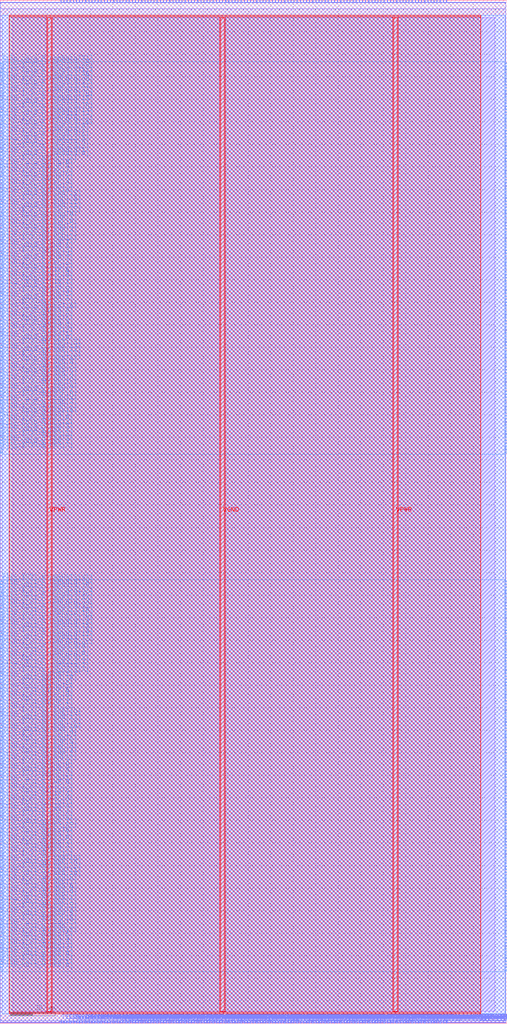
<source format=lef>
VERSION 5.7 ;
  NOWIREEXTENSIONATPIN ON ;
  DIVIDERCHAR "/" ;
  BUSBITCHARS "[]" ;
MACRO DSP
  CLASS BLOCK ;
  FOREIGN DSP ;
  ORIGIN 0.000 0.000 ;
  SIZE 225.000 BY 454.000 ;
  PIN Tile_X0Y0_E1BEG[0]
    DIRECTION OUTPUT TRISTATE ;
    USE SIGNAL ;
    ANTENNADIFFAREA 0.445500 ;
    PORT
      LAYER met3 ;
        RECT 224.200 318.280 225.000 318.880 ;
    END
  END Tile_X0Y0_E1BEG[0]
  PIN Tile_X0Y0_E1BEG[1]
    DIRECTION OUTPUT TRISTATE ;
    USE SIGNAL ;
    ANTENNADIFFAREA 0.445500 ;
    PORT
      LAYER met3 ;
        RECT 224.200 319.640 225.000 320.240 ;
    END
  END Tile_X0Y0_E1BEG[1]
  PIN Tile_X0Y0_E1BEG[2]
    DIRECTION OUTPUT TRISTATE ;
    USE SIGNAL ;
    ANTENNADIFFAREA 0.445500 ;
    PORT
      LAYER met3 ;
        RECT 224.200 321.000 225.000 321.600 ;
    END
  END Tile_X0Y0_E1BEG[2]
  PIN Tile_X0Y0_E1BEG[3]
    DIRECTION OUTPUT TRISTATE ;
    USE SIGNAL ;
    ANTENNADIFFAREA 0.795200 ;
    PORT
      LAYER met3 ;
        RECT 224.200 322.360 225.000 322.960 ;
    END
  END Tile_X0Y0_E1BEG[3]
  PIN Tile_X0Y0_E1END[0]
    DIRECTION INPUT ;
    USE SIGNAL ;
    ANTENNAGATEAREA 0.213000 ;
    PORT
      LAYER met3 ;
        RECT 0.000 318.280 0.800 318.880 ;
    END
  END Tile_X0Y0_E1END[0]
  PIN Tile_X0Y0_E1END[1]
    DIRECTION INPUT ;
    USE SIGNAL ;
    ANTENNAGATEAREA 0.213000 ;
    PORT
      LAYER met3 ;
        RECT 0.000 319.640 0.800 320.240 ;
    END
  END Tile_X0Y0_E1END[1]
  PIN Tile_X0Y0_E1END[2]
    DIRECTION INPUT ;
    USE SIGNAL ;
    ANTENNAGATEAREA 0.247500 ;
    PORT
      LAYER met3 ;
        RECT 0.000 321.000 0.800 321.600 ;
    END
  END Tile_X0Y0_E1END[2]
  PIN Tile_X0Y0_E1END[3]
    DIRECTION INPUT ;
    USE SIGNAL ;
    ANTENNAGATEAREA 0.247500 ;
    PORT
      LAYER met3 ;
        RECT 0.000 322.360 0.800 322.960 ;
    END
  END Tile_X0Y0_E1END[3]
  PIN Tile_X0Y0_E2BEG[0]
    DIRECTION OUTPUT TRISTATE ;
    USE SIGNAL ;
    ANTENNADIFFAREA 0.795200 ;
    PORT
      LAYER met3 ;
        RECT 224.200 323.720 225.000 324.320 ;
    END
  END Tile_X0Y0_E2BEG[0]
  PIN Tile_X0Y0_E2BEG[1]
    DIRECTION OUTPUT TRISTATE ;
    USE SIGNAL ;
    ANTENNADIFFAREA 0.445500 ;
    PORT
      LAYER met3 ;
        RECT 224.200 325.080 225.000 325.680 ;
    END
  END Tile_X0Y0_E2BEG[1]
  PIN Tile_X0Y0_E2BEG[2]
    DIRECTION OUTPUT TRISTATE ;
    USE SIGNAL ;
    ANTENNADIFFAREA 0.445500 ;
    PORT
      LAYER met3 ;
        RECT 224.200 326.440 225.000 327.040 ;
    END
  END Tile_X0Y0_E2BEG[2]
  PIN Tile_X0Y0_E2BEG[3]
    DIRECTION OUTPUT TRISTATE ;
    USE SIGNAL ;
    ANTENNADIFFAREA 0.445500 ;
    PORT
      LAYER met3 ;
        RECT 224.200 327.800 225.000 328.400 ;
    END
  END Tile_X0Y0_E2BEG[3]
  PIN Tile_X0Y0_E2BEG[4]
    DIRECTION OUTPUT TRISTATE ;
    USE SIGNAL ;
    ANTENNADIFFAREA 0.795200 ;
    PORT
      LAYER met3 ;
        RECT 224.200 329.160 225.000 329.760 ;
    END
  END Tile_X0Y0_E2BEG[4]
  PIN Tile_X0Y0_E2BEG[5]
    DIRECTION OUTPUT TRISTATE ;
    USE SIGNAL ;
    ANTENNADIFFAREA 0.795200 ;
    PORT
      LAYER met3 ;
        RECT 224.200 330.520 225.000 331.120 ;
    END
  END Tile_X0Y0_E2BEG[5]
  PIN Tile_X0Y0_E2BEG[6]
    DIRECTION OUTPUT TRISTATE ;
    USE SIGNAL ;
    ANTENNADIFFAREA 0.795200 ;
    PORT
      LAYER met3 ;
        RECT 224.200 331.880 225.000 332.480 ;
    END
  END Tile_X0Y0_E2BEG[6]
  PIN Tile_X0Y0_E2BEG[7]
    DIRECTION OUTPUT TRISTATE ;
    USE SIGNAL ;
    ANTENNADIFFAREA 0.445500 ;
    PORT
      LAYER met3 ;
        RECT 224.200 333.240 225.000 333.840 ;
    END
  END Tile_X0Y0_E2BEG[7]
  PIN Tile_X0Y0_E2BEGb[0]
    DIRECTION OUTPUT TRISTATE ;
    USE SIGNAL ;
    ANTENNADIFFAREA 0.445500 ;
    PORT
      LAYER met3 ;
        RECT 224.200 334.600 225.000 335.200 ;
    END
  END Tile_X0Y0_E2BEGb[0]
  PIN Tile_X0Y0_E2BEGb[1]
    DIRECTION OUTPUT TRISTATE ;
    USE SIGNAL ;
    ANTENNADIFFAREA 0.795200 ;
    PORT
      LAYER met3 ;
        RECT 224.200 335.960 225.000 336.560 ;
    END
  END Tile_X0Y0_E2BEGb[1]
  PIN Tile_X0Y0_E2BEGb[2]
    DIRECTION OUTPUT TRISTATE ;
    USE SIGNAL ;
    ANTENNADIFFAREA 0.795200 ;
    PORT
      LAYER met3 ;
        RECT 224.200 337.320 225.000 337.920 ;
    END
  END Tile_X0Y0_E2BEGb[2]
  PIN Tile_X0Y0_E2BEGb[3]
    DIRECTION OUTPUT TRISTATE ;
    USE SIGNAL ;
    ANTENNADIFFAREA 0.445500 ;
    PORT
      LAYER met3 ;
        RECT 224.200 338.680 225.000 339.280 ;
    END
  END Tile_X0Y0_E2BEGb[3]
  PIN Tile_X0Y0_E2BEGb[4]
    DIRECTION OUTPUT TRISTATE ;
    USE SIGNAL ;
    ANTENNADIFFAREA 0.445500 ;
    PORT
      LAYER met3 ;
        RECT 224.200 340.040 225.000 340.640 ;
    END
  END Tile_X0Y0_E2BEGb[4]
  PIN Tile_X0Y0_E2BEGb[5]
    DIRECTION OUTPUT TRISTATE ;
    USE SIGNAL ;
    ANTENNADIFFAREA 0.445500 ;
    PORT
      LAYER met3 ;
        RECT 224.200 341.400 225.000 342.000 ;
    END
  END Tile_X0Y0_E2BEGb[5]
  PIN Tile_X0Y0_E2BEGb[6]
    DIRECTION OUTPUT TRISTATE ;
    USE SIGNAL ;
    ANTENNADIFFAREA 0.445500 ;
    PORT
      LAYER met3 ;
        RECT 224.200 342.760 225.000 343.360 ;
    END
  END Tile_X0Y0_E2BEGb[6]
  PIN Tile_X0Y0_E2BEGb[7]
    DIRECTION OUTPUT TRISTATE ;
    USE SIGNAL ;
    ANTENNADIFFAREA 0.795200 ;
    PORT
      LAYER met3 ;
        RECT 224.200 344.120 225.000 344.720 ;
    END
  END Tile_X0Y0_E2BEGb[7]
  PIN Tile_X0Y0_E2END[0]
    DIRECTION INPUT ;
    USE SIGNAL ;
    ANTENNAGATEAREA 0.213000 ;
    PORT
      LAYER met3 ;
        RECT 0.000 334.600 0.800 335.200 ;
    END
  END Tile_X0Y0_E2END[0]
  PIN Tile_X0Y0_E2END[1]
    DIRECTION INPUT ;
    USE SIGNAL ;
    ANTENNAGATEAREA 0.213000 ;
    PORT
      LAYER met3 ;
        RECT 0.000 335.960 0.800 336.560 ;
    END
  END Tile_X0Y0_E2END[1]
  PIN Tile_X0Y0_E2END[2]
    DIRECTION INPUT ;
    USE SIGNAL ;
    ANTENNAGATEAREA 0.213000 ;
    PORT
      LAYER met3 ;
        RECT 0.000 337.320 0.800 337.920 ;
    END
  END Tile_X0Y0_E2END[2]
  PIN Tile_X0Y0_E2END[3]
    DIRECTION INPUT ;
    USE SIGNAL ;
    ANTENNAGATEAREA 0.159000 ;
    PORT
      LAYER met3 ;
        RECT 0.000 338.680 0.800 339.280 ;
    END
  END Tile_X0Y0_E2END[3]
  PIN Tile_X0Y0_E2END[4]
    DIRECTION INPUT ;
    USE SIGNAL ;
    ANTENNAGATEAREA 0.213000 ;
    PORT
      LAYER met3 ;
        RECT 0.000 340.040 0.800 340.640 ;
    END
  END Tile_X0Y0_E2END[4]
  PIN Tile_X0Y0_E2END[5]
    DIRECTION INPUT ;
    USE SIGNAL ;
    ANTENNAGATEAREA 0.159000 ;
    PORT
      LAYER met3 ;
        RECT 0.000 341.400 0.800 342.000 ;
    END
  END Tile_X0Y0_E2END[5]
  PIN Tile_X0Y0_E2END[6]
    DIRECTION INPUT ;
    USE SIGNAL ;
    ANTENNAGATEAREA 0.159000 ;
    PORT
      LAYER met3 ;
        RECT 0.000 342.760 0.800 343.360 ;
    END
  END Tile_X0Y0_E2END[6]
  PIN Tile_X0Y0_E2END[7]
    DIRECTION INPUT ;
    USE SIGNAL ;
    ANTENNAGATEAREA 0.159000 ;
    PORT
      LAYER met3 ;
        RECT 0.000 344.120 0.800 344.720 ;
    END
  END Tile_X0Y0_E2END[7]
  PIN Tile_X0Y0_E2MID[0]
    DIRECTION INPUT ;
    USE SIGNAL ;
    ANTENNAGATEAREA 0.159000 ;
    PORT
      LAYER met3 ;
        RECT 0.000 323.720 0.800 324.320 ;
    END
  END Tile_X0Y0_E2MID[0]
  PIN Tile_X0Y0_E2MID[1]
    DIRECTION INPUT ;
    USE SIGNAL ;
    ANTENNAGATEAREA 0.159000 ;
    PORT
      LAYER met3 ;
        RECT 0.000 325.080 0.800 325.680 ;
    END
  END Tile_X0Y0_E2MID[1]
  PIN Tile_X0Y0_E2MID[2]
    DIRECTION INPUT ;
    USE SIGNAL ;
    ANTENNAGATEAREA 0.159000 ;
    PORT
      LAYER met3 ;
        RECT 0.000 326.440 0.800 327.040 ;
    END
  END Tile_X0Y0_E2MID[2]
  PIN Tile_X0Y0_E2MID[3]
    DIRECTION INPUT ;
    USE SIGNAL ;
    ANTENNAGATEAREA 0.159000 ;
    PORT
      LAYER met3 ;
        RECT 0.000 327.800 0.800 328.400 ;
    END
  END Tile_X0Y0_E2MID[3]
  PIN Tile_X0Y0_E2MID[4]
    DIRECTION INPUT ;
    USE SIGNAL ;
    ANTENNAGATEAREA 0.213000 ;
    PORT
      LAYER met3 ;
        RECT 0.000 329.160 0.800 329.760 ;
    END
  END Tile_X0Y0_E2MID[4]
  PIN Tile_X0Y0_E2MID[5]
    DIRECTION INPUT ;
    USE SIGNAL ;
    ANTENNAGATEAREA 0.213000 ;
    PORT
      LAYER met3 ;
        RECT 0.000 330.520 0.800 331.120 ;
    END
  END Tile_X0Y0_E2MID[5]
  PIN Tile_X0Y0_E2MID[6]
    DIRECTION INPUT ;
    USE SIGNAL ;
    ANTENNAGATEAREA 0.159000 ;
    PORT
      LAYER met3 ;
        RECT 0.000 331.880 0.800 332.480 ;
    END
  END Tile_X0Y0_E2MID[6]
  PIN Tile_X0Y0_E2MID[7]
    DIRECTION INPUT ;
    USE SIGNAL ;
    ANTENNAGATEAREA 0.159000 ;
    PORT
      LAYER met3 ;
        RECT 0.000 333.240 0.800 333.840 ;
    END
  END Tile_X0Y0_E2MID[7]
  PIN Tile_X0Y0_E6BEG[0]
    DIRECTION OUTPUT TRISTATE ;
    USE SIGNAL ;
    ANTENNADIFFAREA 0.445500 ;
    PORT
      LAYER met3 ;
        RECT 224.200 367.240 225.000 367.840 ;
    END
  END Tile_X0Y0_E6BEG[0]
  PIN Tile_X0Y0_E6BEG[10]
    DIRECTION OUTPUT TRISTATE ;
    USE SIGNAL ;
    ANTENNADIFFAREA 0.795200 ;
    PORT
      LAYER met3 ;
        RECT 224.200 380.840 225.000 381.440 ;
    END
  END Tile_X0Y0_E6BEG[10]
  PIN Tile_X0Y0_E6BEG[11]
    DIRECTION OUTPUT TRISTATE ;
    USE SIGNAL ;
    ANTENNADIFFAREA 0.445500 ;
    PORT
      LAYER met3 ;
        RECT 224.200 382.200 225.000 382.800 ;
    END
  END Tile_X0Y0_E6BEG[11]
  PIN Tile_X0Y0_E6BEG[1]
    DIRECTION OUTPUT TRISTATE ;
    USE SIGNAL ;
    ANTENNADIFFAREA 0.445500 ;
    PORT
      LAYER met3 ;
        RECT 224.200 368.600 225.000 369.200 ;
    END
  END Tile_X0Y0_E6BEG[1]
  PIN Tile_X0Y0_E6BEG[2]
    DIRECTION OUTPUT TRISTATE ;
    USE SIGNAL ;
    ANTENNADIFFAREA 0.445500 ;
    PORT
      LAYER met3 ;
        RECT 224.200 369.960 225.000 370.560 ;
    END
  END Tile_X0Y0_E6BEG[2]
  PIN Tile_X0Y0_E6BEG[3]
    DIRECTION OUTPUT TRISTATE ;
    USE SIGNAL ;
    ANTENNADIFFAREA 0.795200 ;
    PORT
      LAYER met3 ;
        RECT 224.200 371.320 225.000 371.920 ;
    END
  END Tile_X0Y0_E6BEG[3]
  PIN Tile_X0Y0_E6BEG[4]
    DIRECTION OUTPUT TRISTATE ;
    USE SIGNAL ;
    ANTENNADIFFAREA 0.795200 ;
    PORT
      LAYER met3 ;
        RECT 224.200 372.680 225.000 373.280 ;
    END
  END Tile_X0Y0_E6BEG[4]
  PIN Tile_X0Y0_E6BEG[5]
    DIRECTION OUTPUT TRISTATE ;
    USE SIGNAL ;
    ANTENNADIFFAREA 0.445500 ;
    PORT
      LAYER met3 ;
        RECT 224.200 374.040 225.000 374.640 ;
    END
  END Tile_X0Y0_E6BEG[5]
  PIN Tile_X0Y0_E6BEG[6]
    DIRECTION OUTPUT TRISTATE ;
    USE SIGNAL ;
    ANTENNADIFFAREA 0.445500 ;
    PORT
      LAYER met3 ;
        RECT 224.200 375.400 225.000 376.000 ;
    END
  END Tile_X0Y0_E6BEG[6]
  PIN Tile_X0Y0_E6BEG[7]
    DIRECTION OUTPUT TRISTATE ;
    USE SIGNAL ;
    ANTENNADIFFAREA 0.795200 ;
    PORT
      LAYER met3 ;
        RECT 224.200 376.760 225.000 377.360 ;
    END
  END Tile_X0Y0_E6BEG[7]
  PIN Tile_X0Y0_E6BEG[8]
    DIRECTION OUTPUT TRISTATE ;
    USE SIGNAL ;
    ANTENNADIFFAREA 0.795200 ;
    PORT
      LAYER met3 ;
        RECT 224.200 378.120 225.000 378.720 ;
    END
  END Tile_X0Y0_E6BEG[8]
  PIN Tile_X0Y0_E6BEG[9]
    DIRECTION OUTPUT TRISTATE ;
    USE SIGNAL ;
    ANTENNADIFFAREA 0.795200 ;
    PORT
      LAYER met3 ;
        RECT 224.200 379.480 225.000 380.080 ;
    END
  END Tile_X0Y0_E6BEG[9]
  PIN Tile_X0Y0_E6END[0]
    DIRECTION INPUT ;
    USE SIGNAL ;
    ANTENNAGATEAREA 0.247500 ;
    PORT
      LAYER met3 ;
        RECT 0.000 367.240 0.800 367.840 ;
    END
  END Tile_X0Y0_E6END[0]
  PIN Tile_X0Y0_E6END[10]
    DIRECTION INPUT ;
    USE SIGNAL ;
    ANTENNAGATEAREA 0.196500 ;
    PORT
      LAYER met3 ;
        RECT 0.000 380.840 0.800 381.440 ;
    END
  END Tile_X0Y0_E6END[10]
  PIN Tile_X0Y0_E6END[11]
    DIRECTION INPUT ;
    USE SIGNAL ;
    ANTENNAGATEAREA 0.196500 ;
    PORT
      LAYER met3 ;
        RECT 0.000 382.200 0.800 382.800 ;
    END
  END Tile_X0Y0_E6END[11]
  PIN Tile_X0Y0_E6END[1]
    DIRECTION INPUT ;
    USE SIGNAL ;
    ANTENNAGATEAREA 0.247500 ;
    PORT
      LAYER met3 ;
        RECT 0.000 368.600 0.800 369.200 ;
    END
  END Tile_X0Y0_E6END[1]
  PIN Tile_X0Y0_E6END[2]
    DIRECTION INPUT ;
    USE SIGNAL ;
    ANTENNAGATEAREA 0.196500 ;
    PORT
      LAYER met3 ;
        RECT 0.000 369.960 0.800 370.560 ;
    END
  END Tile_X0Y0_E6END[2]
  PIN Tile_X0Y0_E6END[3]
    DIRECTION INPUT ;
    USE SIGNAL ;
    ANTENNAGATEAREA 0.196500 ;
    PORT
      LAYER met3 ;
        RECT 0.000 371.320 0.800 371.920 ;
    END
  END Tile_X0Y0_E6END[3]
  PIN Tile_X0Y0_E6END[4]
    DIRECTION INPUT ;
    USE SIGNAL ;
    ANTENNAGATEAREA 0.196500 ;
    PORT
      LAYER met3 ;
        RECT 0.000 372.680 0.800 373.280 ;
    END
  END Tile_X0Y0_E6END[4]
  PIN Tile_X0Y0_E6END[5]
    DIRECTION INPUT ;
    USE SIGNAL ;
    ANTENNAGATEAREA 0.196500 ;
    PORT
      LAYER met3 ;
        RECT 0.000 374.040 0.800 374.640 ;
    END
  END Tile_X0Y0_E6END[5]
  PIN Tile_X0Y0_E6END[6]
    DIRECTION INPUT ;
    USE SIGNAL ;
    ANTENNAGATEAREA 0.196500 ;
    PORT
      LAYER met3 ;
        RECT 0.000 375.400 0.800 376.000 ;
    END
  END Tile_X0Y0_E6END[6]
  PIN Tile_X0Y0_E6END[7]
    DIRECTION INPUT ;
    USE SIGNAL ;
    ANTENNAGATEAREA 0.196500 ;
    PORT
      LAYER met3 ;
        RECT 0.000 376.760 0.800 377.360 ;
    END
  END Tile_X0Y0_E6END[7]
  PIN Tile_X0Y0_E6END[8]
    DIRECTION INPUT ;
    USE SIGNAL ;
    ANTENNAGATEAREA 0.196500 ;
    PORT
      LAYER met3 ;
        RECT 0.000 378.120 0.800 378.720 ;
    END
  END Tile_X0Y0_E6END[8]
  PIN Tile_X0Y0_E6END[9]
    DIRECTION INPUT ;
    USE SIGNAL ;
    ANTENNAGATEAREA 0.196500 ;
    PORT
      LAYER met3 ;
        RECT 0.000 379.480 0.800 380.080 ;
    END
  END Tile_X0Y0_E6END[9]
  PIN Tile_X0Y0_EE4BEG[0]
    DIRECTION OUTPUT TRISTATE ;
    USE SIGNAL ;
    ANTENNADIFFAREA 0.795200 ;
    PORT
      LAYER met3 ;
        RECT 224.200 345.480 225.000 346.080 ;
    END
  END Tile_X0Y0_EE4BEG[0]
  PIN Tile_X0Y0_EE4BEG[10]
    DIRECTION OUTPUT TRISTATE ;
    USE SIGNAL ;
    ANTENNADIFFAREA 0.795200 ;
    PORT
      LAYER met3 ;
        RECT 224.200 359.080 225.000 359.680 ;
    END
  END Tile_X0Y0_EE4BEG[10]
  PIN Tile_X0Y0_EE4BEG[11]
    DIRECTION OUTPUT TRISTATE ;
    USE SIGNAL ;
    ANTENNADIFFAREA 0.445500 ;
    PORT
      LAYER met3 ;
        RECT 224.200 360.440 225.000 361.040 ;
    END
  END Tile_X0Y0_EE4BEG[11]
  PIN Tile_X0Y0_EE4BEG[12]
    DIRECTION OUTPUT TRISTATE ;
    USE SIGNAL ;
    ANTENNADIFFAREA 0.445500 ;
    PORT
      LAYER met3 ;
        RECT 224.200 361.800 225.000 362.400 ;
    END
  END Tile_X0Y0_EE4BEG[12]
  PIN Tile_X0Y0_EE4BEG[13]
    DIRECTION OUTPUT TRISTATE ;
    USE SIGNAL ;
    ANTENNADIFFAREA 0.445500 ;
    PORT
      LAYER met3 ;
        RECT 224.200 363.160 225.000 363.760 ;
    END
  END Tile_X0Y0_EE4BEG[13]
  PIN Tile_X0Y0_EE4BEG[14]
    DIRECTION OUTPUT TRISTATE ;
    USE SIGNAL ;
    ANTENNADIFFAREA 0.795200 ;
    PORT
      LAYER met3 ;
        RECT 224.200 364.520 225.000 365.120 ;
    END
  END Tile_X0Y0_EE4BEG[14]
  PIN Tile_X0Y0_EE4BEG[15]
    DIRECTION OUTPUT TRISTATE ;
    USE SIGNAL ;
    ANTENNADIFFAREA 0.445500 ;
    PORT
      LAYER met3 ;
        RECT 224.200 365.880 225.000 366.480 ;
    END
  END Tile_X0Y0_EE4BEG[15]
  PIN Tile_X0Y0_EE4BEG[1]
    DIRECTION OUTPUT TRISTATE ;
    USE SIGNAL ;
    ANTENNADIFFAREA 0.445500 ;
    PORT
      LAYER met3 ;
        RECT 224.200 346.840 225.000 347.440 ;
    END
  END Tile_X0Y0_EE4BEG[1]
  PIN Tile_X0Y0_EE4BEG[2]
    DIRECTION OUTPUT TRISTATE ;
    USE SIGNAL ;
    ANTENNADIFFAREA 0.445500 ;
    PORT
      LAYER met3 ;
        RECT 224.200 348.200 225.000 348.800 ;
    END
  END Tile_X0Y0_EE4BEG[2]
  PIN Tile_X0Y0_EE4BEG[3]
    DIRECTION OUTPUT TRISTATE ;
    USE SIGNAL ;
    ANTENNADIFFAREA 0.795200 ;
    PORT
      LAYER met3 ;
        RECT 224.200 349.560 225.000 350.160 ;
    END
  END Tile_X0Y0_EE4BEG[3]
  PIN Tile_X0Y0_EE4BEG[4]
    DIRECTION OUTPUT TRISTATE ;
    USE SIGNAL ;
    ANTENNADIFFAREA 0.795200 ;
    PORT
      LAYER met3 ;
        RECT 224.200 350.920 225.000 351.520 ;
    END
  END Tile_X0Y0_EE4BEG[4]
  PIN Tile_X0Y0_EE4BEG[5]
    DIRECTION OUTPUT TRISTATE ;
    USE SIGNAL ;
    ANTENNADIFFAREA 0.445500 ;
    PORT
      LAYER met3 ;
        RECT 224.200 352.280 225.000 352.880 ;
    END
  END Tile_X0Y0_EE4BEG[5]
  PIN Tile_X0Y0_EE4BEG[6]
    DIRECTION OUTPUT TRISTATE ;
    USE SIGNAL ;
    ANTENNADIFFAREA 0.795200 ;
    PORT
      LAYER met3 ;
        RECT 224.200 353.640 225.000 354.240 ;
    END
  END Tile_X0Y0_EE4BEG[6]
  PIN Tile_X0Y0_EE4BEG[7]
    DIRECTION OUTPUT TRISTATE ;
    USE SIGNAL ;
    ANTENNADIFFAREA 0.445500 ;
    PORT
      LAYER met3 ;
        RECT 224.200 355.000 225.000 355.600 ;
    END
  END Tile_X0Y0_EE4BEG[7]
  PIN Tile_X0Y0_EE4BEG[8]
    DIRECTION OUTPUT TRISTATE ;
    USE SIGNAL ;
    ANTENNADIFFAREA 0.795200 ;
    PORT
      LAYER met3 ;
        RECT 224.200 356.360 225.000 356.960 ;
    END
  END Tile_X0Y0_EE4BEG[8]
  PIN Tile_X0Y0_EE4BEG[9]
    DIRECTION OUTPUT TRISTATE ;
    USE SIGNAL ;
    ANTENNADIFFAREA 0.795200 ;
    PORT
      LAYER met3 ;
        RECT 224.200 357.720 225.000 358.320 ;
    END
  END Tile_X0Y0_EE4BEG[9]
  PIN Tile_X0Y0_EE4END[0]
    DIRECTION INPUT ;
    USE SIGNAL ;
    ANTENNAGATEAREA 0.213000 ;
    PORT
      LAYER met3 ;
        RECT 0.000 345.480 0.800 346.080 ;
    END
  END Tile_X0Y0_EE4END[0]
  PIN Tile_X0Y0_EE4END[10]
    DIRECTION INPUT ;
    USE SIGNAL ;
    ANTENNAGATEAREA 0.196500 ;
    PORT
      LAYER met3 ;
        RECT 0.000 359.080 0.800 359.680 ;
    END
  END Tile_X0Y0_EE4END[10]
  PIN Tile_X0Y0_EE4END[11]
    DIRECTION INPUT ;
    USE SIGNAL ;
    ANTENNAGATEAREA 0.196500 ;
    PORT
      LAYER met3 ;
        RECT 0.000 360.440 0.800 361.040 ;
    END
  END Tile_X0Y0_EE4END[11]
  PIN Tile_X0Y0_EE4END[12]
    DIRECTION INPUT ;
    USE SIGNAL ;
    ANTENNAGATEAREA 0.196500 ;
    PORT
      LAYER met3 ;
        RECT 0.000 361.800 0.800 362.400 ;
    END
  END Tile_X0Y0_EE4END[12]
  PIN Tile_X0Y0_EE4END[13]
    DIRECTION INPUT ;
    USE SIGNAL ;
    ANTENNAGATEAREA 0.196500 ;
    PORT
      LAYER met3 ;
        RECT 0.000 363.160 0.800 363.760 ;
    END
  END Tile_X0Y0_EE4END[13]
  PIN Tile_X0Y0_EE4END[14]
    DIRECTION INPUT ;
    USE SIGNAL ;
    ANTENNAGATEAREA 0.196500 ;
    PORT
      LAYER met3 ;
        RECT 0.000 364.520 0.800 365.120 ;
    END
  END Tile_X0Y0_EE4END[14]
  PIN Tile_X0Y0_EE4END[15]
    DIRECTION INPUT ;
    USE SIGNAL ;
    ANTENNAGATEAREA 0.196500 ;
    PORT
      LAYER met3 ;
        RECT 0.000 365.880 0.800 366.480 ;
    END
  END Tile_X0Y0_EE4END[15]
  PIN Tile_X0Y0_EE4END[1]
    DIRECTION INPUT ;
    USE SIGNAL ;
    ANTENNAGATEAREA 0.213000 ;
    PORT
      LAYER met3 ;
        RECT 0.000 346.840 0.800 347.440 ;
    END
  END Tile_X0Y0_EE4END[1]
  PIN Tile_X0Y0_EE4END[2]
    DIRECTION INPUT ;
    USE SIGNAL ;
    ANTENNAGATEAREA 0.213000 ;
    PORT
      LAYER met3 ;
        RECT 0.000 348.200 0.800 348.800 ;
    END
  END Tile_X0Y0_EE4END[2]
  PIN Tile_X0Y0_EE4END[3]
    DIRECTION INPUT ;
    USE SIGNAL ;
    ANTENNAGATEAREA 0.126000 ;
    PORT
      LAYER met3 ;
        RECT 0.000 349.560 0.800 350.160 ;
    END
  END Tile_X0Y0_EE4END[3]
  PIN Tile_X0Y0_EE4END[4]
    DIRECTION INPUT ;
    USE SIGNAL ;
    ANTENNAGATEAREA 0.196500 ;
    PORT
      LAYER met3 ;
        RECT 0.000 350.920 0.800 351.520 ;
    END
  END Tile_X0Y0_EE4END[4]
  PIN Tile_X0Y0_EE4END[5]
    DIRECTION INPUT ;
    USE SIGNAL ;
    ANTENNAGATEAREA 0.196500 ;
    PORT
      LAYER met3 ;
        RECT 0.000 352.280 0.800 352.880 ;
    END
  END Tile_X0Y0_EE4END[5]
  PIN Tile_X0Y0_EE4END[6]
    DIRECTION INPUT ;
    USE SIGNAL ;
    ANTENNAGATEAREA 0.196500 ;
    PORT
      LAYER met3 ;
        RECT 0.000 353.640 0.800 354.240 ;
    END
  END Tile_X0Y0_EE4END[6]
  PIN Tile_X0Y0_EE4END[7]
    DIRECTION INPUT ;
    USE SIGNAL ;
    ANTENNAGATEAREA 0.196500 ;
    PORT
      LAYER met3 ;
        RECT 0.000 355.000 0.800 355.600 ;
    END
  END Tile_X0Y0_EE4END[7]
  PIN Tile_X0Y0_EE4END[8]
    DIRECTION INPUT ;
    USE SIGNAL ;
    ANTENNAGATEAREA 0.196500 ;
    PORT
      LAYER met3 ;
        RECT 0.000 356.360 0.800 356.960 ;
    END
  END Tile_X0Y0_EE4END[8]
  PIN Tile_X0Y0_EE4END[9]
    DIRECTION INPUT ;
    USE SIGNAL ;
    ANTENNAGATEAREA 0.196500 ;
    PORT
      LAYER met3 ;
        RECT 0.000 357.720 0.800 358.320 ;
    END
  END Tile_X0Y0_EE4END[9]
  PIN Tile_X0Y0_FrameData[0]
    DIRECTION INPUT ;
    USE SIGNAL ;
    ANTENNAGATEAREA 0.426000 ;
    PORT
      LAYER met3 ;
        RECT 0.000 383.560 0.800 384.160 ;
    END
  END Tile_X0Y0_FrameData[0]
  PIN Tile_X0Y0_FrameData[10]
    DIRECTION INPUT ;
    USE SIGNAL ;
    ANTENNAGATEAREA 0.426000 ;
    PORT
      LAYER met3 ;
        RECT 0.000 397.160 0.800 397.760 ;
    END
  END Tile_X0Y0_FrameData[10]
  PIN Tile_X0Y0_FrameData[11]
    DIRECTION INPUT ;
    USE SIGNAL ;
    ANTENNAGATEAREA 0.426000 ;
    PORT
      LAYER met3 ;
        RECT 0.000 398.520 0.800 399.120 ;
    END
  END Tile_X0Y0_FrameData[11]
  PIN Tile_X0Y0_FrameData[12]
    DIRECTION INPUT ;
    USE SIGNAL ;
    ANTENNAGATEAREA 0.426000 ;
    PORT
      LAYER met3 ;
        RECT 0.000 399.880 0.800 400.480 ;
    END
  END Tile_X0Y0_FrameData[12]
  PIN Tile_X0Y0_FrameData[13]
    DIRECTION INPUT ;
    USE SIGNAL ;
    ANTENNAGATEAREA 0.426000 ;
    PORT
      LAYER met3 ;
        RECT 0.000 401.240 0.800 401.840 ;
    END
  END Tile_X0Y0_FrameData[13]
  PIN Tile_X0Y0_FrameData[14]
    DIRECTION INPUT ;
    USE SIGNAL ;
    ANTENNAGATEAREA 0.495000 ;
    PORT
      LAYER met3 ;
        RECT 0.000 402.600 0.800 403.200 ;
    END
  END Tile_X0Y0_FrameData[14]
  PIN Tile_X0Y0_FrameData[15]
    DIRECTION INPUT ;
    USE SIGNAL ;
    ANTENNAGATEAREA 0.426000 ;
    PORT
      LAYER met3 ;
        RECT 0.000 403.960 0.800 404.560 ;
    END
  END Tile_X0Y0_FrameData[15]
  PIN Tile_X0Y0_FrameData[16]
    DIRECTION INPUT ;
    USE SIGNAL ;
    ANTENNAGATEAREA 0.426000 ;
    PORT
      LAYER met3 ;
        RECT 0.000 405.320 0.800 405.920 ;
    END
  END Tile_X0Y0_FrameData[16]
  PIN Tile_X0Y0_FrameData[17]
    DIRECTION INPUT ;
    USE SIGNAL ;
    ANTENNAGATEAREA 0.426000 ;
    PORT
      LAYER met3 ;
        RECT 0.000 406.680 0.800 407.280 ;
    END
  END Tile_X0Y0_FrameData[17]
  PIN Tile_X0Y0_FrameData[18]
    DIRECTION INPUT ;
    USE SIGNAL ;
    ANTENNAGATEAREA 0.495000 ;
    PORT
      LAYER met3 ;
        RECT 0.000 408.040 0.800 408.640 ;
    END
  END Tile_X0Y0_FrameData[18]
  PIN Tile_X0Y0_FrameData[19]
    DIRECTION INPUT ;
    USE SIGNAL ;
    ANTENNAGATEAREA 0.495000 ;
    PORT
      LAYER met3 ;
        RECT 0.000 409.400 0.800 410.000 ;
    END
  END Tile_X0Y0_FrameData[19]
  PIN Tile_X0Y0_FrameData[1]
    DIRECTION INPUT ;
    USE SIGNAL ;
    ANTENNAGATEAREA 0.426000 ;
    PORT
      LAYER met3 ;
        RECT 0.000 384.920 0.800 385.520 ;
    END
  END Tile_X0Y0_FrameData[1]
  PIN Tile_X0Y0_FrameData[20]
    DIRECTION INPUT ;
    USE SIGNAL ;
    ANTENNAGATEAREA 0.495000 ;
    PORT
      LAYER met3 ;
        RECT 0.000 410.760 0.800 411.360 ;
    END
  END Tile_X0Y0_FrameData[20]
  PIN Tile_X0Y0_FrameData[21]
    DIRECTION INPUT ;
    USE SIGNAL ;
    ANTENNAGATEAREA 0.495000 ;
    PORT
      LAYER met3 ;
        RECT 0.000 412.120 0.800 412.720 ;
    END
  END Tile_X0Y0_FrameData[21]
  PIN Tile_X0Y0_FrameData[22]
    DIRECTION INPUT ;
    USE SIGNAL ;
    ANTENNAGATEAREA 0.495000 ;
    PORT
      LAYER met3 ;
        RECT 0.000 413.480 0.800 414.080 ;
    END
  END Tile_X0Y0_FrameData[22]
  PIN Tile_X0Y0_FrameData[23]
    DIRECTION INPUT ;
    USE SIGNAL ;
    ANTENNAGATEAREA 0.495000 ;
    PORT
      LAYER met3 ;
        RECT 0.000 414.840 0.800 415.440 ;
    END
  END Tile_X0Y0_FrameData[23]
  PIN Tile_X0Y0_FrameData[24]
    DIRECTION INPUT ;
    USE SIGNAL ;
    ANTENNAGATEAREA 0.426000 ;
    PORT
      LAYER met3 ;
        RECT 0.000 416.200 0.800 416.800 ;
    END
  END Tile_X0Y0_FrameData[24]
  PIN Tile_X0Y0_FrameData[25]
    DIRECTION INPUT ;
    USE SIGNAL ;
    ANTENNAGATEAREA 0.426000 ;
    PORT
      LAYER met3 ;
        RECT 0.000 417.560 0.800 418.160 ;
    END
  END Tile_X0Y0_FrameData[25]
  PIN Tile_X0Y0_FrameData[26]
    DIRECTION INPUT ;
    USE SIGNAL ;
    ANTENNAGATEAREA 0.247500 ;
    PORT
      LAYER met3 ;
        RECT 0.000 418.920 0.800 419.520 ;
    END
  END Tile_X0Y0_FrameData[26]
  PIN Tile_X0Y0_FrameData[27]
    DIRECTION INPUT ;
    USE SIGNAL ;
    ANTENNAGATEAREA 0.247500 ;
    PORT
      LAYER met3 ;
        RECT 0.000 420.280 0.800 420.880 ;
    END
  END Tile_X0Y0_FrameData[27]
  PIN Tile_X0Y0_FrameData[28]
    DIRECTION INPUT ;
    USE SIGNAL ;
    ANTENNAGATEAREA 0.426000 ;
    PORT
      LAYER met3 ;
        RECT 0.000 421.640 0.800 422.240 ;
    END
  END Tile_X0Y0_FrameData[28]
  PIN Tile_X0Y0_FrameData[29]
    DIRECTION INPUT ;
    USE SIGNAL ;
    ANTENNAGATEAREA 0.495000 ;
    PORT
      LAYER met3 ;
        RECT 0.000 423.000 0.800 423.600 ;
    END
  END Tile_X0Y0_FrameData[29]
  PIN Tile_X0Y0_FrameData[2]
    DIRECTION INPUT ;
    USE SIGNAL ;
    ANTENNAGATEAREA 0.426000 ;
    PORT
      LAYER met3 ;
        RECT 0.000 386.280 0.800 386.880 ;
    END
  END Tile_X0Y0_FrameData[2]
  PIN Tile_X0Y0_FrameData[30]
    DIRECTION INPUT ;
    USE SIGNAL ;
    ANTENNAGATEAREA 0.426000 ;
    PORT
      LAYER met3 ;
        RECT 0.000 424.360 0.800 424.960 ;
    END
  END Tile_X0Y0_FrameData[30]
  PIN Tile_X0Y0_FrameData[31]
    DIRECTION INPUT ;
    USE SIGNAL ;
    ANTENNAGATEAREA 0.426000 ;
    PORT
      LAYER met3 ;
        RECT 0.000 425.720 0.800 426.320 ;
    END
  END Tile_X0Y0_FrameData[31]
  PIN Tile_X0Y0_FrameData[3]
    DIRECTION INPUT ;
    USE SIGNAL ;
    ANTENNAGATEAREA 0.495000 ;
    PORT
      LAYER met3 ;
        RECT 0.000 387.640 0.800 388.240 ;
    END
  END Tile_X0Y0_FrameData[3]
  PIN Tile_X0Y0_FrameData[4]
    DIRECTION INPUT ;
    USE SIGNAL ;
    ANTENNAGATEAREA 0.426000 ;
    PORT
      LAYER met3 ;
        RECT 0.000 389.000 0.800 389.600 ;
    END
  END Tile_X0Y0_FrameData[4]
  PIN Tile_X0Y0_FrameData[5]
    DIRECTION INPUT ;
    USE SIGNAL ;
    ANTENNAGATEAREA 0.495000 ;
    PORT
      LAYER met3 ;
        RECT 0.000 390.360 0.800 390.960 ;
    END
  END Tile_X0Y0_FrameData[5]
  PIN Tile_X0Y0_FrameData[6]
    DIRECTION INPUT ;
    USE SIGNAL ;
    ANTENNAGATEAREA 0.426000 ;
    PORT
      LAYER met3 ;
        RECT 0.000 391.720 0.800 392.320 ;
    END
  END Tile_X0Y0_FrameData[6]
  PIN Tile_X0Y0_FrameData[7]
    DIRECTION INPUT ;
    USE SIGNAL ;
    ANTENNAGATEAREA 0.426000 ;
    PORT
      LAYER met3 ;
        RECT 0.000 393.080 0.800 393.680 ;
    END
  END Tile_X0Y0_FrameData[7]
  PIN Tile_X0Y0_FrameData[8]
    DIRECTION INPUT ;
    USE SIGNAL ;
    ANTENNAGATEAREA 0.247500 ;
    PORT
      LAYER met3 ;
        RECT 0.000 394.440 0.800 395.040 ;
    END
  END Tile_X0Y0_FrameData[8]
  PIN Tile_X0Y0_FrameData[9]
    DIRECTION INPUT ;
    USE SIGNAL ;
    ANTENNAGATEAREA 0.247500 ;
    PORT
      LAYER met3 ;
        RECT 0.000 395.800 0.800 396.400 ;
    END
  END Tile_X0Y0_FrameData[9]
  PIN Tile_X0Y0_FrameData_O[0]
    DIRECTION OUTPUT TRISTATE ;
    USE SIGNAL ;
    ANTENNADIFFAREA 0.795200 ;
    PORT
      LAYER met3 ;
        RECT 224.200 383.560 225.000 384.160 ;
    END
  END Tile_X0Y0_FrameData_O[0]
  PIN Tile_X0Y0_FrameData_O[10]
    DIRECTION OUTPUT TRISTATE ;
    USE SIGNAL ;
    ANTENNADIFFAREA 0.445500 ;
    PORT
      LAYER met3 ;
        RECT 224.200 397.160 225.000 397.760 ;
    END
  END Tile_X0Y0_FrameData_O[10]
  PIN Tile_X0Y0_FrameData_O[11]
    DIRECTION OUTPUT TRISTATE ;
    USE SIGNAL ;
    ANTENNADIFFAREA 0.795200 ;
    PORT
      LAYER met3 ;
        RECT 224.200 398.520 225.000 399.120 ;
    END
  END Tile_X0Y0_FrameData_O[11]
  PIN Tile_X0Y0_FrameData_O[12]
    DIRECTION OUTPUT TRISTATE ;
    USE SIGNAL ;
    ANTENNADIFFAREA 0.795200 ;
    PORT
      LAYER met3 ;
        RECT 224.200 399.880 225.000 400.480 ;
    END
  END Tile_X0Y0_FrameData_O[12]
  PIN Tile_X0Y0_FrameData_O[13]
    DIRECTION OUTPUT TRISTATE ;
    USE SIGNAL ;
    ANTENNADIFFAREA 0.445500 ;
    PORT
      LAYER met3 ;
        RECT 224.200 401.240 225.000 401.840 ;
    END
  END Tile_X0Y0_FrameData_O[13]
  PIN Tile_X0Y0_FrameData_O[14]
    DIRECTION OUTPUT TRISTATE ;
    USE SIGNAL ;
    ANTENNADIFFAREA 0.445500 ;
    PORT
      LAYER met3 ;
        RECT 224.200 402.600 225.000 403.200 ;
    END
  END Tile_X0Y0_FrameData_O[14]
  PIN Tile_X0Y0_FrameData_O[15]
    DIRECTION OUTPUT TRISTATE ;
    USE SIGNAL ;
    ANTENNADIFFAREA 0.445500 ;
    PORT
      LAYER met3 ;
        RECT 224.200 403.960 225.000 404.560 ;
    END
  END Tile_X0Y0_FrameData_O[15]
  PIN Tile_X0Y0_FrameData_O[16]
    DIRECTION OUTPUT TRISTATE ;
    USE SIGNAL ;
    ANTENNADIFFAREA 0.795200 ;
    PORT
      LAYER met3 ;
        RECT 224.200 405.320 225.000 405.920 ;
    END
  END Tile_X0Y0_FrameData_O[16]
  PIN Tile_X0Y0_FrameData_O[17]
    DIRECTION OUTPUT TRISTATE ;
    USE SIGNAL ;
    ANTENNADIFFAREA 0.795200 ;
    PORT
      LAYER met3 ;
        RECT 224.200 406.680 225.000 407.280 ;
    END
  END Tile_X0Y0_FrameData_O[17]
  PIN Tile_X0Y0_FrameData_O[18]
    DIRECTION OUTPUT TRISTATE ;
    USE SIGNAL ;
    ANTENNADIFFAREA 0.795200 ;
    PORT
      LAYER met3 ;
        RECT 224.200 408.040 225.000 408.640 ;
    END
  END Tile_X0Y0_FrameData_O[18]
  PIN Tile_X0Y0_FrameData_O[19]
    DIRECTION OUTPUT TRISTATE ;
    USE SIGNAL ;
    ANTENNADIFFAREA 0.445500 ;
    PORT
      LAYER met3 ;
        RECT 224.200 409.400 225.000 410.000 ;
    END
  END Tile_X0Y0_FrameData_O[19]
  PIN Tile_X0Y0_FrameData_O[1]
    DIRECTION OUTPUT TRISTATE ;
    USE SIGNAL ;
    ANTENNADIFFAREA 0.795200 ;
    PORT
      LAYER met3 ;
        RECT 224.200 384.920 225.000 385.520 ;
    END
  END Tile_X0Y0_FrameData_O[1]
  PIN Tile_X0Y0_FrameData_O[20]
    DIRECTION OUTPUT TRISTATE ;
    USE SIGNAL ;
    ANTENNADIFFAREA 0.445500 ;
    PORT
      LAYER met3 ;
        RECT 224.200 410.760 225.000 411.360 ;
    END
  END Tile_X0Y0_FrameData_O[20]
  PIN Tile_X0Y0_FrameData_O[21]
    DIRECTION OUTPUT TRISTATE ;
    USE SIGNAL ;
    ANTENNADIFFAREA 0.795200 ;
    PORT
      LAYER met3 ;
        RECT 224.200 412.120 225.000 412.720 ;
    END
  END Tile_X0Y0_FrameData_O[21]
  PIN Tile_X0Y0_FrameData_O[22]
    DIRECTION OUTPUT TRISTATE ;
    USE SIGNAL ;
    ANTENNADIFFAREA 0.795200 ;
    PORT
      LAYER met3 ;
        RECT 224.200 413.480 225.000 414.080 ;
    END
  END Tile_X0Y0_FrameData_O[22]
  PIN Tile_X0Y0_FrameData_O[23]
    DIRECTION OUTPUT TRISTATE ;
    USE SIGNAL ;
    ANTENNADIFFAREA 0.445500 ;
    PORT
      LAYER met3 ;
        RECT 224.200 414.840 225.000 415.440 ;
    END
  END Tile_X0Y0_FrameData_O[23]
  PIN Tile_X0Y0_FrameData_O[24]
    DIRECTION OUTPUT TRISTATE ;
    USE SIGNAL ;
    ANTENNADIFFAREA 0.445500 ;
    PORT
      LAYER met3 ;
        RECT 224.200 416.200 225.000 416.800 ;
    END
  END Tile_X0Y0_FrameData_O[24]
  PIN Tile_X0Y0_FrameData_O[25]
    DIRECTION OUTPUT TRISTATE ;
    USE SIGNAL ;
    ANTENNADIFFAREA 0.445500 ;
    PORT
      LAYER met3 ;
        RECT 224.200 417.560 225.000 418.160 ;
    END
  END Tile_X0Y0_FrameData_O[25]
  PIN Tile_X0Y0_FrameData_O[26]
    DIRECTION OUTPUT TRISTATE ;
    USE SIGNAL ;
    ANTENNADIFFAREA 0.795200 ;
    PORT
      LAYER met3 ;
        RECT 224.200 418.920 225.000 419.520 ;
    END
  END Tile_X0Y0_FrameData_O[26]
  PIN Tile_X0Y0_FrameData_O[27]
    DIRECTION OUTPUT TRISTATE ;
    USE SIGNAL ;
    ANTENNADIFFAREA 0.795200 ;
    PORT
      LAYER met3 ;
        RECT 224.200 420.280 225.000 420.880 ;
    END
  END Tile_X0Y0_FrameData_O[27]
  PIN Tile_X0Y0_FrameData_O[28]
    DIRECTION OUTPUT TRISTATE ;
    USE SIGNAL ;
    ANTENNADIFFAREA 0.795200 ;
    PORT
      LAYER met3 ;
        RECT 224.200 421.640 225.000 422.240 ;
    END
  END Tile_X0Y0_FrameData_O[28]
  PIN Tile_X0Y0_FrameData_O[29]
    DIRECTION OUTPUT TRISTATE ;
    USE SIGNAL ;
    ANTENNADIFFAREA 0.445500 ;
    PORT
      LAYER met3 ;
        RECT 224.200 423.000 225.000 423.600 ;
    END
  END Tile_X0Y0_FrameData_O[29]
  PIN Tile_X0Y0_FrameData_O[2]
    DIRECTION OUTPUT TRISTATE ;
    USE SIGNAL ;
    ANTENNADIFFAREA 0.795200 ;
    PORT
      LAYER met3 ;
        RECT 224.200 386.280 225.000 386.880 ;
    END
  END Tile_X0Y0_FrameData_O[2]
  PIN Tile_X0Y0_FrameData_O[30]
    DIRECTION OUTPUT TRISTATE ;
    USE SIGNAL ;
    ANTENNADIFFAREA 0.445500 ;
    PORT
      LAYER met3 ;
        RECT 224.200 424.360 225.000 424.960 ;
    END
  END Tile_X0Y0_FrameData_O[30]
  PIN Tile_X0Y0_FrameData_O[31]
    DIRECTION OUTPUT TRISTATE ;
    USE SIGNAL ;
    ANTENNADIFFAREA 0.795200 ;
    PORT
      LAYER met3 ;
        RECT 224.200 425.720 225.000 426.320 ;
    END
  END Tile_X0Y0_FrameData_O[31]
  PIN Tile_X0Y0_FrameData_O[3]
    DIRECTION OUTPUT TRISTATE ;
    USE SIGNAL ;
    ANTENNADIFFAREA 0.445500 ;
    PORT
      LAYER met3 ;
        RECT 224.200 387.640 225.000 388.240 ;
    END
  END Tile_X0Y0_FrameData_O[3]
  PIN Tile_X0Y0_FrameData_O[4]
    DIRECTION OUTPUT TRISTATE ;
    USE SIGNAL ;
    ANTENNADIFFAREA 0.445500 ;
    PORT
      LAYER met3 ;
        RECT 224.200 389.000 225.000 389.600 ;
    END
  END Tile_X0Y0_FrameData_O[4]
  PIN Tile_X0Y0_FrameData_O[5]
    DIRECTION OUTPUT TRISTATE ;
    USE SIGNAL ;
    ANTENNADIFFAREA 0.445500 ;
    PORT
      LAYER met3 ;
        RECT 224.200 390.360 225.000 390.960 ;
    END
  END Tile_X0Y0_FrameData_O[5]
  PIN Tile_X0Y0_FrameData_O[6]
    DIRECTION OUTPUT TRISTATE ;
    USE SIGNAL ;
    ANTENNADIFFAREA 0.795200 ;
    PORT
      LAYER met3 ;
        RECT 224.200 391.720 225.000 392.320 ;
    END
  END Tile_X0Y0_FrameData_O[6]
  PIN Tile_X0Y0_FrameData_O[7]
    DIRECTION OUTPUT TRISTATE ;
    USE SIGNAL ;
    ANTENNADIFFAREA 0.445500 ;
    PORT
      LAYER met3 ;
        RECT 224.200 393.080 225.000 393.680 ;
    END
  END Tile_X0Y0_FrameData_O[7]
  PIN Tile_X0Y0_FrameData_O[8]
    DIRECTION OUTPUT TRISTATE ;
    USE SIGNAL ;
    ANTENNADIFFAREA 0.445500 ;
    PORT
      LAYER met3 ;
        RECT 224.200 394.440 225.000 395.040 ;
    END
  END Tile_X0Y0_FrameData_O[8]
  PIN Tile_X0Y0_FrameData_O[9]
    DIRECTION OUTPUT TRISTATE ;
    USE SIGNAL ;
    ANTENNADIFFAREA 0.445500 ;
    PORT
      LAYER met3 ;
        RECT 224.200 395.800 225.000 396.400 ;
    END
  END Tile_X0Y0_FrameData_O[9]
  PIN Tile_X0Y0_FrameStrobe_O[0]
    DIRECTION OUTPUT TRISTATE ;
    USE SIGNAL ;
    ANTENNADIFFAREA 0.795200 ;
    PORT
      LAYER met2 ;
        RECT 171.670 453.200 171.950 454.000 ;
    END
  END Tile_X0Y0_FrameStrobe_O[0]
  PIN Tile_X0Y0_FrameStrobe_O[10]
    DIRECTION OUTPUT TRISTATE ;
    USE SIGNAL ;
    ANTENNADIFFAREA 0.795200 ;
    PORT
      LAYER met2 ;
        RECT 185.470 453.200 185.750 454.000 ;
    END
  END Tile_X0Y0_FrameStrobe_O[10]
  PIN Tile_X0Y0_FrameStrobe_O[11]
    DIRECTION OUTPUT TRISTATE ;
    USE SIGNAL ;
    ANTENNADIFFAREA 0.795200 ;
    PORT
      LAYER met2 ;
        RECT 186.850 453.200 187.130 454.000 ;
    END
  END Tile_X0Y0_FrameStrobe_O[11]
  PIN Tile_X0Y0_FrameStrobe_O[12]
    DIRECTION OUTPUT TRISTATE ;
    USE SIGNAL ;
    ANTENNADIFFAREA 0.795200 ;
    PORT
      LAYER met2 ;
        RECT 188.230 453.200 188.510 454.000 ;
    END
  END Tile_X0Y0_FrameStrobe_O[12]
  PIN Tile_X0Y0_FrameStrobe_O[13]
    DIRECTION OUTPUT TRISTATE ;
    USE SIGNAL ;
    ANTENNADIFFAREA 0.795200 ;
    PORT
      LAYER met2 ;
        RECT 189.610 453.200 189.890 454.000 ;
    END
  END Tile_X0Y0_FrameStrobe_O[13]
  PIN Tile_X0Y0_FrameStrobe_O[14]
    DIRECTION OUTPUT TRISTATE ;
    USE SIGNAL ;
    ANTENNADIFFAREA 0.795200 ;
    PORT
      LAYER met2 ;
        RECT 190.990 453.200 191.270 454.000 ;
    END
  END Tile_X0Y0_FrameStrobe_O[14]
  PIN Tile_X0Y0_FrameStrobe_O[15]
    DIRECTION OUTPUT TRISTATE ;
    USE SIGNAL ;
    ANTENNADIFFAREA 0.795200 ;
    PORT
      LAYER met2 ;
        RECT 192.370 453.200 192.650 454.000 ;
    END
  END Tile_X0Y0_FrameStrobe_O[15]
  PIN Tile_X0Y0_FrameStrobe_O[16]
    DIRECTION OUTPUT TRISTATE ;
    USE SIGNAL ;
    ANTENNADIFFAREA 0.795200 ;
    PORT
      LAYER met2 ;
        RECT 193.750 453.200 194.030 454.000 ;
    END
  END Tile_X0Y0_FrameStrobe_O[16]
  PIN Tile_X0Y0_FrameStrobe_O[17]
    DIRECTION OUTPUT TRISTATE ;
    USE SIGNAL ;
    ANTENNADIFFAREA 0.795200 ;
    PORT
      LAYER met2 ;
        RECT 195.130 453.200 195.410 454.000 ;
    END
  END Tile_X0Y0_FrameStrobe_O[17]
  PIN Tile_X0Y0_FrameStrobe_O[18]
    DIRECTION OUTPUT TRISTATE ;
    USE SIGNAL ;
    ANTENNADIFFAREA 0.795200 ;
    PORT
      LAYER met2 ;
        RECT 196.510 453.200 196.790 454.000 ;
    END
  END Tile_X0Y0_FrameStrobe_O[18]
  PIN Tile_X0Y0_FrameStrobe_O[19]
    DIRECTION OUTPUT TRISTATE ;
    USE SIGNAL ;
    ANTENNADIFFAREA 0.795200 ;
    PORT
      LAYER met2 ;
        RECT 197.890 453.200 198.170 454.000 ;
    END
  END Tile_X0Y0_FrameStrobe_O[19]
  PIN Tile_X0Y0_FrameStrobe_O[1]
    DIRECTION OUTPUT TRISTATE ;
    USE SIGNAL ;
    ANTENNADIFFAREA 0.795200 ;
    PORT
      LAYER met2 ;
        RECT 173.050 453.200 173.330 454.000 ;
    END
  END Tile_X0Y0_FrameStrobe_O[1]
  PIN Tile_X0Y0_FrameStrobe_O[2]
    DIRECTION OUTPUT TRISTATE ;
    USE SIGNAL ;
    ANTENNADIFFAREA 0.795200 ;
    PORT
      LAYER met2 ;
        RECT 174.430 453.200 174.710 454.000 ;
    END
  END Tile_X0Y0_FrameStrobe_O[2]
  PIN Tile_X0Y0_FrameStrobe_O[3]
    DIRECTION OUTPUT TRISTATE ;
    USE SIGNAL ;
    ANTENNADIFFAREA 0.795200 ;
    PORT
      LAYER met2 ;
        RECT 175.810 453.200 176.090 454.000 ;
    END
  END Tile_X0Y0_FrameStrobe_O[3]
  PIN Tile_X0Y0_FrameStrobe_O[4]
    DIRECTION OUTPUT TRISTATE ;
    USE SIGNAL ;
    ANTENNADIFFAREA 0.795200 ;
    PORT
      LAYER met2 ;
        RECT 177.190 453.200 177.470 454.000 ;
    END
  END Tile_X0Y0_FrameStrobe_O[4]
  PIN Tile_X0Y0_FrameStrobe_O[5]
    DIRECTION OUTPUT TRISTATE ;
    USE SIGNAL ;
    ANTENNADIFFAREA 0.795200 ;
    PORT
      LAYER met2 ;
        RECT 178.570 453.200 178.850 454.000 ;
    END
  END Tile_X0Y0_FrameStrobe_O[5]
  PIN Tile_X0Y0_FrameStrobe_O[6]
    DIRECTION OUTPUT TRISTATE ;
    USE SIGNAL ;
    ANTENNADIFFAREA 0.795200 ;
    PORT
      LAYER met2 ;
        RECT 179.950 453.200 180.230 454.000 ;
    END
  END Tile_X0Y0_FrameStrobe_O[6]
  PIN Tile_X0Y0_FrameStrobe_O[7]
    DIRECTION OUTPUT TRISTATE ;
    USE SIGNAL ;
    ANTENNADIFFAREA 0.795200 ;
    PORT
      LAYER met2 ;
        RECT 181.330 453.200 181.610 454.000 ;
    END
  END Tile_X0Y0_FrameStrobe_O[7]
  PIN Tile_X0Y0_FrameStrobe_O[8]
    DIRECTION OUTPUT TRISTATE ;
    USE SIGNAL ;
    ANTENNADIFFAREA 0.795200 ;
    PORT
      LAYER met2 ;
        RECT 182.710 453.200 182.990 454.000 ;
    END
  END Tile_X0Y0_FrameStrobe_O[8]
  PIN Tile_X0Y0_FrameStrobe_O[9]
    DIRECTION OUTPUT TRISTATE ;
    USE SIGNAL ;
    ANTENNADIFFAREA 0.795200 ;
    PORT
      LAYER met2 ;
        RECT 184.090 453.200 184.370 454.000 ;
    END
  END Tile_X0Y0_FrameStrobe_O[9]
  PIN Tile_X0Y0_N1BEG[0]
    DIRECTION OUTPUT TRISTATE ;
    USE SIGNAL ;
    ANTENNADIFFAREA 0.795200 ;
    PORT
      LAYER met2 ;
        RECT 26.770 453.200 27.050 454.000 ;
    END
  END Tile_X0Y0_N1BEG[0]
  PIN Tile_X0Y0_N1BEG[1]
    DIRECTION OUTPUT TRISTATE ;
    USE SIGNAL ;
    ANTENNADIFFAREA 0.795200 ;
    PORT
      LAYER met2 ;
        RECT 28.150 453.200 28.430 454.000 ;
    END
  END Tile_X0Y0_N1BEG[1]
  PIN Tile_X0Y0_N1BEG[2]
    DIRECTION OUTPUT TRISTATE ;
    USE SIGNAL ;
    ANTENNADIFFAREA 0.795200 ;
    PORT
      LAYER met2 ;
        RECT 29.530 453.200 29.810 454.000 ;
    END
  END Tile_X0Y0_N1BEG[2]
  PIN Tile_X0Y0_N1BEG[3]
    DIRECTION OUTPUT TRISTATE ;
    USE SIGNAL ;
    ANTENNADIFFAREA 0.795200 ;
    PORT
      LAYER met2 ;
        RECT 30.910 453.200 31.190 454.000 ;
    END
  END Tile_X0Y0_N1BEG[3]
  PIN Tile_X0Y0_N2BEG[0]
    DIRECTION OUTPUT TRISTATE ;
    USE SIGNAL ;
    ANTENNADIFFAREA 0.445500 ;
    PORT
      LAYER met2 ;
        RECT 32.290 453.200 32.570 454.000 ;
    END
  END Tile_X0Y0_N2BEG[0]
  PIN Tile_X0Y0_N2BEG[1]
    DIRECTION OUTPUT TRISTATE ;
    USE SIGNAL ;
    ANTENNADIFFAREA 0.795200 ;
    PORT
      LAYER met2 ;
        RECT 33.670 453.200 33.950 454.000 ;
    END
  END Tile_X0Y0_N2BEG[1]
  PIN Tile_X0Y0_N2BEG[2]
    DIRECTION OUTPUT TRISTATE ;
    USE SIGNAL ;
    ANTENNADIFFAREA 0.795200 ;
    PORT
      LAYER met2 ;
        RECT 35.050 453.200 35.330 454.000 ;
    END
  END Tile_X0Y0_N2BEG[2]
  PIN Tile_X0Y0_N2BEG[3]
    DIRECTION OUTPUT TRISTATE ;
    USE SIGNAL ;
    ANTENNADIFFAREA 0.795200 ;
    PORT
      LAYER met2 ;
        RECT 36.430 453.200 36.710 454.000 ;
    END
  END Tile_X0Y0_N2BEG[3]
  PIN Tile_X0Y0_N2BEG[4]
    DIRECTION OUTPUT TRISTATE ;
    USE SIGNAL ;
    ANTENNADIFFAREA 0.445500 ;
    PORT
      LAYER met2 ;
        RECT 37.810 453.200 38.090 454.000 ;
    END
  END Tile_X0Y0_N2BEG[4]
  PIN Tile_X0Y0_N2BEG[5]
    DIRECTION OUTPUT TRISTATE ;
    USE SIGNAL ;
    ANTENNADIFFAREA 0.795200 ;
    PORT
      LAYER met2 ;
        RECT 39.190 453.200 39.470 454.000 ;
    END
  END Tile_X0Y0_N2BEG[5]
  PIN Tile_X0Y0_N2BEG[6]
    DIRECTION OUTPUT TRISTATE ;
    USE SIGNAL ;
    ANTENNADIFFAREA 0.795200 ;
    PORT
      LAYER met2 ;
        RECT 40.570 453.200 40.850 454.000 ;
    END
  END Tile_X0Y0_N2BEG[6]
  PIN Tile_X0Y0_N2BEG[7]
    DIRECTION OUTPUT TRISTATE ;
    USE SIGNAL ;
    ANTENNADIFFAREA 0.795200 ;
    PORT
      LAYER met2 ;
        RECT 41.950 453.200 42.230 454.000 ;
    END
  END Tile_X0Y0_N2BEG[7]
  PIN Tile_X0Y0_N2BEGb[0]
    DIRECTION OUTPUT TRISTATE ;
    USE SIGNAL ;
    ANTENNADIFFAREA 0.795200 ;
    PORT
      LAYER met2 ;
        RECT 43.330 453.200 43.610 454.000 ;
    END
  END Tile_X0Y0_N2BEGb[0]
  PIN Tile_X0Y0_N2BEGb[1]
    DIRECTION OUTPUT TRISTATE ;
    USE SIGNAL ;
    ANTENNADIFFAREA 0.445500 ;
    PORT
      LAYER met2 ;
        RECT 44.710 453.200 44.990 454.000 ;
    END
  END Tile_X0Y0_N2BEGb[1]
  PIN Tile_X0Y0_N2BEGb[2]
    DIRECTION OUTPUT TRISTATE ;
    USE SIGNAL ;
    ANTENNADIFFAREA 0.795200 ;
    PORT
      LAYER met2 ;
        RECT 46.090 453.200 46.370 454.000 ;
    END
  END Tile_X0Y0_N2BEGb[2]
  PIN Tile_X0Y0_N2BEGb[3]
    DIRECTION OUTPUT TRISTATE ;
    USE SIGNAL ;
    ANTENNADIFFAREA 0.795200 ;
    PORT
      LAYER met2 ;
        RECT 47.470 453.200 47.750 454.000 ;
    END
  END Tile_X0Y0_N2BEGb[3]
  PIN Tile_X0Y0_N2BEGb[4]
    DIRECTION OUTPUT TRISTATE ;
    USE SIGNAL ;
    ANTENNADIFFAREA 0.795200 ;
    PORT
      LAYER met2 ;
        RECT 48.850 453.200 49.130 454.000 ;
    END
  END Tile_X0Y0_N2BEGb[4]
  PIN Tile_X0Y0_N2BEGb[5]
    DIRECTION OUTPUT TRISTATE ;
    USE SIGNAL ;
    ANTENNADIFFAREA 0.795200 ;
    PORT
      LAYER met2 ;
        RECT 50.230 453.200 50.510 454.000 ;
    END
  END Tile_X0Y0_N2BEGb[5]
  PIN Tile_X0Y0_N2BEGb[6]
    DIRECTION OUTPUT TRISTATE ;
    USE SIGNAL ;
    ANTENNADIFFAREA 0.445500 ;
    PORT
      LAYER met2 ;
        RECT 51.610 453.200 51.890 454.000 ;
    END
  END Tile_X0Y0_N2BEGb[6]
  PIN Tile_X0Y0_N2BEGb[7]
    DIRECTION OUTPUT TRISTATE ;
    USE SIGNAL ;
    ANTENNADIFFAREA 0.445500 ;
    PORT
      LAYER met2 ;
        RECT 52.990 453.200 53.270 454.000 ;
    END
  END Tile_X0Y0_N2BEGb[7]
  PIN Tile_X0Y0_N4BEG[0]
    DIRECTION OUTPUT TRISTATE ;
    USE SIGNAL ;
    ANTENNADIFFAREA 0.795200 ;
    PORT
      LAYER met2 ;
        RECT 54.370 453.200 54.650 454.000 ;
    END
  END Tile_X0Y0_N4BEG[0]
  PIN Tile_X0Y0_N4BEG[10]
    DIRECTION OUTPUT TRISTATE ;
    USE SIGNAL ;
    ANTENNADIFFAREA 0.795200 ;
    PORT
      LAYER met2 ;
        RECT 68.170 453.200 68.450 454.000 ;
    END
  END Tile_X0Y0_N4BEG[10]
  PIN Tile_X0Y0_N4BEG[11]
    DIRECTION OUTPUT TRISTATE ;
    USE SIGNAL ;
    ANTENNADIFFAREA 0.795200 ;
    PORT
      LAYER met2 ;
        RECT 69.550 453.200 69.830 454.000 ;
    END
  END Tile_X0Y0_N4BEG[11]
  PIN Tile_X0Y0_N4BEG[12]
    DIRECTION OUTPUT TRISTATE ;
    USE SIGNAL ;
    ANTENNADIFFAREA 0.795200 ;
    PORT
      LAYER met2 ;
        RECT 70.930 453.200 71.210 454.000 ;
    END
  END Tile_X0Y0_N4BEG[12]
  PIN Tile_X0Y0_N4BEG[13]
    DIRECTION OUTPUT TRISTATE ;
    USE SIGNAL ;
    ANTENNADIFFAREA 0.795200 ;
    PORT
      LAYER met2 ;
        RECT 72.310 453.200 72.590 454.000 ;
    END
  END Tile_X0Y0_N4BEG[13]
  PIN Tile_X0Y0_N4BEG[14]
    DIRECTION OUTPUT TRISTATE ;
    USE SIGNAL ;
    ANTENNADIFFAREA 0.445500 ;
    PORT
      LAYER met2 ;
        RECT 73.690 453.200 73.970 454.000 ;
    END
  END Tile_X0Y0_N4BEG[14]
  PIN Tile_X0Y0_N4BEG[15]
    DIRECTION OUTPUT TRISTATE ;
    USE SIGNAL ;
    ANTENNADIFFAREA 0.795200 ;
    PORT
      LAYER met2 ;
        RECT 75.070 453.200 75.350 454.000 ;
    END
  END Tile_X0Y0_N4BEG[15]
  PIN Tile_X0Y0_N4BEG[1]
    DIRECTION OUTPUT TRISTATE ;
    USE SIGNAL ;
    ANTENNADIFFAREA 0.795200 ;
    PORT
      LAYER met2 ;
        RECT 55.750 453.200 56.030 454.000 ;
    END
  END Tile_X0Y0_N4BEG[1]
  PIN Tile_X0Y0_N4BEG[2]
    DIRECTION OUTPUT TRISTATE ;
    USE SIGNAL ;
    ANTENNADIFFAREA 0.795200 ;
    PORT
      LAYER met2 ;
        RECT 57.130 453.200 57.410 454.000 ;
    END
  END Tile_X0Y0_N4BEG[2]
  PIN Tile_X0Y0_N4BEG[3]
    DIRECTION OUTPUT TRISTATE ;
    USE SIGNAL ;
    ANTENNADIFFAREA 0.795200 ;
    PORT
      LAYER met2 ;
        RECT 58.510 453.200 58.790 454.000 ;
    END
  END Tile_X0Y0_N4BEG[3]
  PIN Tile_X0Y0_N4BEG[4]
    DIRECTION OUTPUT TRISTATE ;
    USE SIGNAL ;
    ANTENNADIFFAREA 0.445500 ;
    PORT
      LAYER met2 ;
        RECT 59.890 453.200 60.170 454.000 ;
    END
  END Tile_X0Y0_N4BEG[4]
  PIN Tile_X0Y0_N4BEG[5]
    DIRECTION OUTPUT TRISTATE ;
    USE SIGNAL ;
    ANTENNADIFFAREA 0.795200 ;
    PORT
      LAYER met2 ;
        RECT 61.270 453.200 61.550 454.000 ;
    END
  END Tile_X0Y0_N4BEG[5]
  PIN Tile_X0Y0_N4BEG[6]
    DIRECTION OUTPUT TRISTATE ;
    USE SIGNAL ;
    ANTENNADIFFAREA 0.795200 ;
    PORT
      LAYER met2 ;
        RECT 62.650 453.200 62.930 454.000 ;
    END
  END Tile_X0Y0_N4BEG[6]
  PIN Tile_X0Y0_N4BEG[7]
    DIRECTION OUTPUT TRISTATE ;
    USE SIGNAL ;
    ANTENNADIFFAREA 0.795200 ;
    PORT
      LAYER met2 ;
        RECT 64.030 453.200 64.310 454.000 ;
    END
  END Tile_X0Y0_N4BEG[7]
  PIN Tile_X0Y0_N4BEG[8]
    DIRECTION OUTPUT TRISTATE ;
    USE SIGNAL ;
    ANTENNADIFFAREA 0.445500 ;
    PORT
      LAYER met2 ;
        RECT 65.410 453.200 65.690 454.000 ;
    END
  END Tile_X0Y0_N4BEG[8]
  PIN Tile_X0Y0_N4BEG[9]
    DIRECTION OUTPUT TRISTATE ;
    USE SIGNAL ;
    ANTENNADIFFAREA 0.795200 ;
    PORT
      LAYER met2 ;
        RECT 66.790 453.200 67.070 454.000 ;
    END
  END Tile_X0Y0_N4BEG[9]
  PIN Tile_X0Y0_NN4BEG[0]
    DIRECTION OUTPUT TRISTATE ;
    USE SIGNAL ;
    ANTENNADIFFAREA 0.795200 ;
    PORT
      LAYER met2 ;
        RECT 76.450 453.200 76.730 454.000 ;
    END
  END Tile_X0Y0_NN4BEG[0]
  PIN Tile_X0Y0_NN4BEG[10]
    DIRECTION OUTPUT TRISTATE ;
    USE SIGNAL ;
    ANTENNADIFFAREA 0.795200 ;
    PORT
      LAYER met2 ;
        RECT 90.250 453.200 90.530 454.000 ;
    END
  END Tile_X0Y0_NN4BEG[10]
  PIN Tile_X0Y0_NN4BEG[11]
    DIRECTION OUTPUT TRISTATE ;
    USE SIGNAL ;
    ANTENNADIFFAREA 0.795200 ;
    PORT
      LAYER met2 ;
        RECT 91.630 453.200 91.910 454.000 ;
    END
  END Tile_X0Y0_NN4BEG[11]
  PIN Tile_X0Y0_NN4BEG[12]
    DIRECTION OUTPUT TRISTATE ;
    USE SIGNAL ;
    ANTENNADIFFAREA 0.795200 ;
    PORT
      LAYER met2 ;
        RECT 93.010 453.200 93.290 454.000 ;
    END
  END Tile_X0Y0_NN4BEG[12]
  PIN Tile_X0Y0_NN4BEG[13]
    DIRECTION OUTPUT TRISTATE ;
    USE SIGNAL ;
    ANTENNADIFFAREA 0.445500 ;
    PORT
      LAYER met2 ;
        RECT 94.390 453.200 94.670 454.000 ;
    END
  END Tile_X0Y0_NN4BEG[13]
  PIN Tile_X0Y0_NN4BEG[14]
    DIRECTION OUTPUT TRISTATE ;
    USE SIGNAL ;
    ANTENNADIFFAREA 0.795200 ;
    PORT
      LAYER met2 ;
        RECT 95.770 453.200 96.050 454.000 ;
    END
  END Tile_X0Y0_NN4BEG[14]
  PIN Tile_X0Y0_NN4BEG[15]
    DIRECTION OUTPUT TRISTATE ;
    USE SIGNAL ;
    ANTENNADIFFAREA 0.795200 ;
    PORT
      LAYER met2 ;
        RECT 97.150 453.200 97.430 454.000 ;
    END
  END Tile_X0Y0_NN4BEG[15]
  PIN Tile_X0Y0_NN4BEG[1]
    DIRECTION OUTPUT TRISTATE ;
    USE SIGNAL ;
    ANTENNADIFFAREA 0.795200 ;
    PORT
      LAYER met2 ;
        RECT 77.830 453.200 78.110 454.000 ;
    END
  END Tile_X0Y0_NN4BEG[1]
  PIN Tile_X0Y0_NN4BEG[2]
    DIRECTION OUTPUT TRISTATE ;
    USE SIGNAL ;
    ANTENNADIFFAREA 0.445500 ;
    PORT
      LAYER met2 ;
        RECT 79.210 453.200 79.490 454.000 ;
    END
  END Tile_X0Y0_NN4BEG[2]
  PIN Tile_X0Y0_NN4BEG[3]
    DIRECTION OUTPUT TRISTATE ;
    USE SIGNAL ;
    ANTENNADIFFAREA 0.445500 ;
    PORT
      LAYER met2 ;
        RECT 80.590 453.200 80.870 454.000 ;
    END
  END Tile_X0Y0_NN4BEG[3]
  PIN Tile_X0Y0_NN4BEG[4]
    DIRECTION OUTPUT TRISTATE ;
    USE SIGNAL ;
    ANTENNADIFFAREA 0.795200 ;
    PORT
      LAYER met2 ;
        RECT 81.970 453.200 82.250 454.000 ;
    END
  END Tile_X0Y0_NN4BEG[4]
  PIN Tile_X0Y0_NN4BEG[5]
    DIRECTION OUTPUT TRISTATE ;
    USE SIGNAL ;
    ANTENNADIFFAREA 0.795200 ;
    PORT
      LAYER met2 ;
        RECT 83.350 453.200 83.630 454.000 ;
    END
  END Tile_X0Y0_NN4BEG[5]
  PIN Tile_X0Y0_NN4BEG[6]
    DIRECTION OUTPUT TRISTATE ;
    USE SIGNAL ;
    ANTENNADIFFAREA 0.795200 ;
    PORT
      LAYER met2 ;
        RECT 84.730 453.200 85.010 454.000 ;
    END
  END Tile_X0Y0_NN4BEG[6]
  PIN Tile_X0Y0_NN4BEG[7]
    DIRECTION OUTPUT TRISTATE ;
    USE SIGNAL ;
    ANTENNADIFFAREA 0.445500 ;
    PORT
      LAYER met2 ;
        RECT 86.110 453.200 86.390 454.000 ;
    END
  END Tile_X0Y0_NN4BEG[7]
  PIN Tile_X0Y0_NN4BEG[8]
    DIRECTION OUTPUT TRISTATE ;
    USE SIGNAL ;
    ANTENNADIFFAREA 0.445500 ;
    PORT
      LAYER met2 ;
        RECT 87.490 453.200 87.770 454.000 ;
    END
  END Tile_X0Y0_NN4BEG[8]
  PIN Tile_X0Y0_NN4BEG[9]
    DIRECTION OUTPUT TRISTATE ;
    USE SIGNAL ;
    ANTENNADIFFAREA 0.795200 ;
    PORT
      LAYER met2 ;
        RECT 88.870 453.200 89.150 454.000 ;
    END
  END Tile_X0Y0_NN4BEG[9]
  PIN Tile_X0Y0_S1END[0]
    DIRECTION INPUT ;
    USE SIGNAL ;
    ANTENNAGATEAREA 0.213000 ;
    PORT
      LAYER met2 ;
        RECT 98.530 453.200 98.810 454.000 ;
    END
  END Tile_X0Y0_S1END[0]
  PIN Tile_X0Y0_S1END[1]
    DIRECTION INPUT ;
    USE SIGNAL ;
    ANTENNAGATEAREA 0.213000 ;
    PORT
      LAYER met2 ;
        RECT 99.910 453.200 100.190 454.000 ;
    END
  END Tile_X0Y0_S1END[1]
  PIN Tile_X0Y0_S1END[2]
    DIRECTION INPUT ;
    USE SIGNAL ;
    ANTENNAGATEAREA 0.213000 ;
    PORT
      LAYER met2 ;
        RECT 101.290 453.200 101.570 454.000 ;
    END
  END Tile_X0Y0_S1END[2]
  PIN Tile_X0Y0_S1END[3]
    DIRECTION INPUT ;
    USE SIGNAL ;
    ANTENNAGATEAREA 0.159000 ;
    PORT
      LAYER met2 ;
        RECT 102.670 453.200 102.950 454.000 ;
    END
  END Tile_X0Y0_S1END[3]
  PIN Tile_X0Y0_S2END[0]
    DIRECTION INPUT ;
    USE SIGNAL ;
    ANTENNAGATEAREA 0.159000 ;
    PORT
      LAYER met2 ;
        RECT 104.050 453.200 104.330 454.000 ;
    END
  END Tile_X0Y0_S2END[0]
  PIN Tile_X0Y0_S2END[1]
    DIRECTION INPUT ;
    USE SIGNAL ;
    ANTENNAGATEAREA 0.213000 ;
    PORT
      LAYER met2 ;
        RECT 105.430 453.200 105.710 454.000 ;
    END
  END Tile_X0Y0_S2END[1]
  PIN Tile_X0Y0_S2END[2]
    DIRECTION INPUT ;
    USE SIGNAL ;
    ANTENNAGATEAREA 0.159000 ;
    PORT
      LAYER met2 ;
        RECT 106.810 453.200 107.090 454.000 ;
    END
  END Tile_X0Y0_S2END[2]
  PIN Tile_X0Y0_S2END[3]
    DIRECTION INPUT ;
    USE SIGNAL ;
    ANTENNAGATEAREA 0.213000 ;
    PORT
      LAYER met2 ;
        RECT 108.190 453.200 108.470 454.000 ;
    END
  END Tile_X0Y0_S2END[3]
  PIN Tile_X0Y0_S2END[4]
    DIRECTION INPUT ;
    USE SIGNAL ;
    ANTENNAGATEAREA 0.159000 ;
    PORT
      LAYER met2 ;
        RECT 109.570 453.200 109.850 454.000 ;
    END
  END Tile_X0Y0_S2END[4]
  PIN Tile_X0Y0_S2END[5]
    DIRECTION INPUT ;
    USE SIGNAL ;
    ANTENNAGATEAREA 0.159000 ;
    PORT
      LAYER met2 ;
        RECT 110.950 453.200 111.230 454.000 ;
    END
  END Tile_X0Y0_S2END[5]
  PIN Tile_X0Y0_S2END[6]
    DIRECTION INPUT ;
    USE SIGNAL ;
    ANTENNAGATEAREA 0.159000 ;
    PORT
      LAYER met2 ;
        RECT 112.330 453.200 112.610 454.000 ;
    END
  END Tile_X0Y0_S2END[6]
  PIN Tile_X0Y0_S2END[7]
    DIRECTION INPUT ;
    USE SIGNAL ;
    ANTENNAGATEAREA 0.213000 ;
    PORT
      LAYER met2 ;
        RECT 113.710 453.200 113.990 454.000 ;
    END
  END Tile_X0Y0_S2END[7]
  PIN Tile_X0Y0_S2MID[0]
    DIRECTION INPUT ;
    USE SIGNAL ;
    ANTENNAGATEAREA 0.213000 ;
    PORT
      LAYER met2 ;
        RECT 115.090 453.200 115.370 454.000 ;
    END
  END Tile_X0Y0_S2MID[0]
  PIN Tile_X0Y0_S2MID[1]
    DIRECTION INPUT ;
    USE SIGNAL ;
    ANTENNAGATEAREA 0.213000 ;
    PORT
      LAYER met2 ;
        RECT 116.470 453.200 116.750 454.000 ;
    END
  END Tile_X0Y0_S2MID[1]
  PIN Tile_X0Y0_S2MID[2]
    DIRECTION INPUT ;
    USE SIGNAL ;
    ANTENNAGATEAREA 0.213000 ;
    PORT
      LAYER met2 ;
        RECT 117.850 453.200 118.130 454.000 ;
    END
  END Tile_X0Y0_S2MID[2]
  PIN Tile_X0Y0_S2MID[3]
    DIRECTION INPUT ;
    USE SIGNAL ;
    ANTENNAGATEAREA 0.213000 ;
    PORT
      LAYER met2 ;
        RECT 119.230 453.200 119.510 454.000 ;
    END
  END Tile_X0Y0_S2MID[3]
  PIN Tile_X0Y0_S2MID[4]
    DIRECTION INPUT ;
    USE SIGNAL ;
    ANTENNAGATEAREA 0.247500 ;
    PORT
      LAYER met2 ;
        RECT 120.610 453.200 120.890 454.000 ;
    END
  END Tile_X0Y0_S2MID[4]
  PIN Tile_X0Y0_S2MID[5]
    DIRECTION INPUT ;
    USE SIGNAL ;
    ANTENNAGATEAREA 0.247500 ;
    PORT
      LAYER met2 ;
        RECT 121.990 453.200 122.270 454.000 ;
    END
  END Tile_X0Y0_S2MID[5]
  PIN Tile_X0Y0_S2MID[6]
    DIRECTION INPUT ;
    USE SIGNAL ;
    ANTENNAGATEAREA 0.159000 ;
    PORT
      LAYER met2 ;
        RECT 123.370 453.200 123.650 454.000 ;
    END
  END Tile_X0Y0_S2MID[6]
  PIN Tile_X0Y0_S2MID[7]
    DIRECTION INPUT ;
    USE SIGNAL ;
    ANTENNAGATEAREA 0.213000 ;
    PORT
      LAYER met2 ;
        RECT 124.750 453.200 125.030 454.000 ;
    END
  END Tile_X0Y0_S2MID[7]
  PIN Tile_X0Y0_S4END[0]
    DIRECTION INPUT ;
    USE SIGNAL ;
    ANTENNAGATEAREA 0.159000 ;
    PORT
      LAYER met2 ;
        RECT 126.130 453.200 126.410 454.000 ;
    END
  END Tile_X0Y0_S4END[0]
  PIN Tile_X0Y0_S4END[10]
    DIRECTION INPUT ;
    USE SIGNAL ;
    ANTENNAGATEAREA 0.196500 ;
    PORT
      LAYER met2 ;
        RECT 139.930 453.200 140.210 454.000 ;
    END
  END Tile_X0Y0_S4END[10]
  PIN Tile_X0Y0_S4END[11]
    DIRECTION INPUT ;
    USE SIGNAL ;
    ANTENNAGATEAREA 0.196500 ;
    PORT
      LAYER met2 ;
        RECT 141.310 453.200 141.590 454.000 ;
    END
  END Tile_X0Y0_S4END[11]
  PIN Tile_X0Y0_S4END[12]
    DIRECTION INPUT ;
    USE SIGNAL ;
    ANTENNAGATEAREA 0.196500 ;
    PORT
      LAYER met2 ;
        RECT 142.690 453.200 142.970 454.000 ;
    END
  END Tile_X0Y0_S4END[12]
  PIN Tile_X0Y0_S4END[13]
    DIRECTION INPUT ;
    USE SIGNAL ;
    ANTENNAGATEAREA 0.196500 ;
    PORT
      LAYER met2 ;
        RECT 144.070 453.200 144.350 454.000 ;
    END
  END Tile_X0Y0_S4END[13]
  PIN Tile_X0Y0_S4END[14]
    DIRECTION INPUT ;
    USE SIGNAL ;
    ANTENNAGATEAREA 0.196500 ;
    PORT
      LAYER met2 ;
        RECT 145.450 453.200 145.730 454.000 ;
    END
  END Tile_X0Y0_S4END[14]
  PIN Tile_X0Y0_S4END[15]
    DIRECTION INPUT ;
    USE SIGNAL ;
    ANTENNAGATEAREA 0.196500 ;
    PORT
      LAYER met2 ;
        RECT 146.830 453.200 147.110 454.000 ;
    END
  END Tile_X0Y0_S4END[15]
  PIN Tile_X0Y0_S4END[1]
    DIRECTION INPUT ;
    USE SIGNAL ;
    ANTENNAGATEAREA 0.213000 ;
    PORT
      LAYER met2 ;
        RECT 127.510 453.200 127.790 454.000 ;
    END
  END Tile_X0Y0_S4END[1]
  PIN Tile_X0Y0_S4END[2]
    DIRECTION INPUT ;
    USE SIGNAL ;
    ANTENNAGATEAREA 0.213000 ;
    PORT
      LAYER met2 ;
        RECT 128.890 453.200 129.170 454.000 ;
    END
  END Tile_X0Y0_S4END[2]
  PIN Tile_X0Y0_S4END[3]
    DIRECTION INPUT ;
    USE SIGNAL ;
    ANTENNAGATEAREA 0.213000 ;
    PORT
      LAYER met2 ;
        RECT 130.270 453.200 130.550 454.000 ;
    END
  END Tile_X0Y0_S4END[3]
  PIN Tile_X0Y0_S4END[4]
    DIRECTION INPUT ;
    USE SIGNAL ;
    ANTENNAGATEAREA 0.196500 ;
    PORT
      LAYER met2 ;
        RECT 131.650 453.200 131.930 454.000 ;
    END
  END Tile_X0Y0_S4END[4]
  PIN Tile_X0Y0_S4END[5]
    DIRECTION INPUT ;
    USE SIGNAL ;
    ANTENNAGATEAREA 0.196500 ;
    PORT
      LAYER met2 ;
        RECT 133.030 453.200 133.310 454.000 ;
    END
  END Tile_X0Y0_S4END[5]
  PIN Tile_X0Y0_S4END[6]
    DIRECTION INPUT ;
    USE SIGNAL ;
    ANTENNAGATEAREA 0.196500 ;
    PORT
      LAYER met2 ;
        RECT 134.410 453.200 134.690 454.000 ;
    END
  END Tile_X0Y0_S4END[6]
  PIN Tile_X0Y0_S4END[7]
    DIRECTION INPUT ;
    USE SIGNAL ;
    ANTENNAGATEAREA 0.196500 ;
    PORT
      LAYER met2 ;
        RECT 135.790 453.200 136.070 454.000 ;
    END
  END Tile_X0Y0_S4END[7]
  PIN Tile_X0Y0_S4END[8]
    DIRECTION INPUT ;
    USE SIGNAL ;
    ANTENNAGATEAREA 0.196500 ;
    PORT
      LAYER met2 ;
        RECT 137.170 453.200 137.450 454.000 ;
    END
  END Tile_X0Y0_S4END[8]
  PIN Tile_X0Y0_S4END[9]
    DIRECTION INPUT ;
    USE SIGNAL ;
    ANTENNAGATEAREA 0.196500 ;
    PORT
      LAYER met2 ;
        RECT 138.550 453.200 138.830 454.000 ;
    END
  END Tile_X0Y0_S4END[9]
  PIN Tile_X0Y0_SS4END[0]
    DIRECTION INPUT ;
    USE SIGNAL ;
    ANTENNAGATEAREA 0.213000 ;
    PORT
      LAYER met2 ;
        RECT 148.210 453.200 148.490 454.000 ;
    END
  END Tile_X0Y0_SS4END[0]
  PIN Tile_X0Y0_SS4END[10]
    DIRECTION INPUT ;
    USE SIGNAL ;
    ANTENNAGATEAREA 0.196500 ;
    PORT
      LAYER met2 ;
        RECT 162.010 453.200 162.290 454.000 ;
    END
  END Tile_X0Y0_SS4END[10]
  PIN Tile_X0Y0_SS4END[11]
    DIRECTION INPUT ;
    USE SIGNAL ;
    ANTENNAGATEAREA 0.196500 ;
    PORT
      LAYER met2 ;
        RECT 163.390 453.200 163.670 454.000 ;
    END
  END Tile_X0Y0_SS4END[11]
  PIN Tile_X0Y0_SS4END[12]
    DIRECTION INPUT ;
    USE SIGNAL ;
    ANTENNAGATEAREA 0.196500 ;
    PORT
      LAYER met2 ;
        RECT 164.770 453.200 165.050 454.000 ;
    END
  END Tile_X0Y0_SS4END[12]
  PIN Tile_X0Y0_SS4END[13]
    DIRECTION INPUT ;
    USE SIGNAL ;
    ANTENNAGATEAREA 0.196500 ;
    PORT
      LAYER met2 ;
        RECT 166.150 453.200 166.430 454.000 ;
    END
  END Tile_X0Y0_SS4END[13]
  PIN Tile_X0Y0_SS4END[14]
    DIRECTION INPUT ;
    USE SIGNAL ;
    ANTENNAGATEAREA 0.196500 ;
    PORT
      LAYER met2 ;
        RECT 167.530 453.200 167.810 454.000 ;
    END
  END Tile_X0Y0_SS4END[14]
  PIN Tile_X0Y0_SS4END[15]
    DIRECTION INPUT ;
    USE SIGNAL ;
    ANTENNAGATEAREA 0.196500 ;
    PORT
      LAYER met2 ;
        RECT 168.910 453.200 169.190 454.000 ;
    END
  END Tile_X0Y0_SS4END[15]
  PIN Tile_X0Y0_SS4END[1]
    DIRECTION INPUT ;
    USE SIGNAL ;
    ANTENNAGATEAREA 0.159000 ;
    PORT
      LAYER met2 ;
        RECT 149.590 453.200 149.870 454.000 ;
    END
  END Tile_X0Y0_SS4END[1]
  PIN Tile_X0Y0_SS4END[2]
    DIRECTION INPUT ;
    USE SIGNAL ;
    ANTENNAGATEAREA 0.159000 ;
    PORT
      LAYER met2 ;
        RECT 150.970 453.200 151.250 454.000 ;
    END
  END Tile_X0Y0_SS4END[2]
  PIN Tile_X0Y0_SS4END[3]
    DIRECTION INPUT ;
    USE SIGNAL ;
    ANTENNAGATEAREA 0.196500 ;
    PORT
      LAYER met2 ;
        RECT 152.350 453.200 152.630 454.000 ;
    END
  END Tile_X0Y0_SS4END[3]
  PIN Tile_X0Y0_SS4END[4]
    DIRECTION INPUT ;
    USE SIGNAL ;
    ANTENNAGATEAREA 0.196500 ;
    PORT
      LAYER met2 ;
        RECT 153.730 453.200 154.010 454.000 ;
    END
  END Tile_X0Y0_SS4END[4]
  PIN Tile_X0Y0_SS4END[5]
    DIRECTION INPUT ;
    USE SIGNAL ;
    ANTENNAGATEAREA 0.196500 ;
    PORT
      LAYER met2 ;
        RECT 155.110 453.200 155.390 454.000 ;
    END
  END Tile_X0Y0_SS4END[5]
  PIN Tile_X0Y0_SS4END[6]
    DIRECTION INPUT ;
    USE SIGNAL ;
    ANTENNAGATEAREA 0.196500 ;
    PORT
      LAYER met2 ;
        RECT 156.490 453.200 156.770 454.000 ;
    END
  END Tile_X0Y0_SS4END[6]
  PIN Tile_X0Y0_SS4END[7]
    DIRECTION INPUT ;
    USE SIGNAL ;
    ANTENNAGATEAREA 0.196500 ;
    PORT
      LAYER met2 ;
        RECT 157.870 453.200 158.150 454.000 ;
    END
  END Tile_X0Y0_SS4END[7]
  PIN Tile_X0Y0_SS4END[8]
    DIRECTION INPUT ;
    USE SIGNAL ;
    ANTENNAGATEAREA 0.196500 ;
    PORT
      LAYER met2 ;
        RECT 159.250 453.200 159.530 454.000 ;
    END
  END Tile_X0Y0_SS4END[8]
  PIN Tile_X0Y0_SS4END[9]
    DIRECTION INPUT ;
    USE SIGNAL ;
    ANTENNAGATEAREA 0.196500 ;
    PORT
      LAYER met2 ;
        RECT 160.630 453.200 160.910 454.000 ;
    END
  END Tile_X0Y0_SS4END[9]
  PIN Tile_X0Y0_UserCLKo
    DIRECTION OUTPUT TRISTATE ;
    USE SIGNAL ;
    ANTENNADIFFAREA 0.795200 ;
    PORT
      LAYER met2 ;
        RECT 170.290 453.200 170.570 454.000 ;
    END
  END Tile_X0Y0_UserCLKo
  PIN Tile_X0Y0_W1BEG[0]
    DIRECTION OUTPUT TRISTATE ;
    USE SIGNAL ;
    ANTENNADIFFAREA 0.795200 ;
    PORT
      LAYER met3 ;
        RECT 0.000 253.000 0.800 253.600 ;
    END
  END Tile_X0Y0_W1BEG[0]
  PIN Tile_X0Y0_W1BEG[1]
    DIRECTION OUTPUT TRISTATE ;
    USE SIGNAL ;
    ANTENNADIFFAREA 0.795200 ;
    PORT
      LAYER met3 ;
        RECT 0.000 254.360 0.800 254.960 ;
    END
  END Tile_X0Y0_W1BEG[1]
  PIN Tile_X0Y0_W1BEG[2]
    DIRECTION OUTPUT TRISTATE ;
    USE SIGNAL ;
    ANTENNADIFFAREA 0.795200 ;
    PORT
      LAYER met3 ;
        RECT 0.000 255.720 0.800 256.320 ;
    END
  END Tile_X0Y0_W1BEG[2]
  PIN Tile_X0Y0_W1BEG[3]
    DIRECTION OUTPUT TRISTATE ;
    USE SIGNAL ;
    ANTENNADIFFAREA 0.795200 ;
    PORT
      LAYER met3 ;
        RECT 0.000 257.080 0.800 257.680 ;
    END
  END Tile_X0Y0_W1BEG[3]
  PIN Tile_X0Y0_W1END[0]
    DIRECTION INPUT ;
    USE SIGNAL ;
    ANTENNAGATEAREA 0.247500 ;
    PORT
      LAYER met3 ;
        RECT 224.200 253.000 225.000 253.600 ;
    END
  END Tile_X0Y0_W1END[0]
  PIN Tile_X0Y0_W1END[1]
    DIRECTION INPUT ;
    USE SIGNAL ;
    ANTENNAGATEAREA 0.247500 ;
    PORT
      LAYER met3 ;
        RECT 224.200 254.360 225.000 254.960 ;
    END
  END Tile_X0Y0_W1END[1]
  PIN Tile_X0Y0_W1END[2]
    DIRECTION INPUT ;
    USE SIGNAL ;
    ANTENNAGATEAREA 0.247500 ;
    PORT
      LAYER met3 ;
        RECT 224.200 255.720 225.000 256.320 ;
    END
  END Tile_X0Y0_W1END[2]
  PIN Tile_X0Y0_W1END[3]
    DIRECTION INPUT ;
    USE SIGNAL ;
    ANTENNAGATEAREA 0.247500 ;
    PORT
      LAYER met3 ;
        RECT 224.200 257.080 225.000 257.680 ;
    END
  END Tile_X0Y0_W1END[3]
  PIN Tile_X0Y0_W2BEG[0]
    DIRECTION OUTPUT TRISTATE ;
    USE SIGNAL ;
    ANTENNADIFFAREA 0.795200 ;
    PORT
      LAYER met3 ;
        RECT 0.000 258.440 0.800 259.040 ;
    END
  END Tile_X0Y0_W2BEG[0]
  PIN Tile_X0Y0_W2BEG[1]
    DIRECTION OUTPUT TRISTATE ;
    USE SIGNAL ;
    ANTENNADIFFAREA 0.795200 ;
    PORT
      LAYER met3 ;
        RECT 0.000 259.800 0.800 260.400 ;
    END
  END Tile_X0Y0_W2BEG[1]
  PIN Tile_X0Y0_W2BEG[2]
    DIRECTION OUTPUT TRISTATE ;
    USE SIGNAL ;
    ANTENNADIFFAREA 0.795200 ;
    PORT
      LAYER met3 ;
        RECT 0.000 261.160 0.800 261.760 ;
    END
  END Tile_X0Y0_W2BEG[2]
  PIN Tile_X0Y0_W2BEG[3]
    DIRECTION OUTPUT TRISTATE ;
    USE SIGNAL ;
    ANTENNADIFFAREA 0.795200 ;
    PORT
      LAYER met3 ;
        RECT 0.000 262.520 0.800 263.120 ;
    END
  END Tile_X0Y0_W2BEG[3]
  PIN Tile_X0Y0_W2BEG[4]
    DIRECTION OUTPUT TRISTATE ;
    USE SIGNAL ;
    ANTENNADIFFAREA 0.795200 ;
    PORT
      LAYER met3 ;
        RECT 0.000 263.880 0.800 264.480 ;
    END
  END Tile_X0Y0_W2BEG[4]
  PIN Tile_X0Y0_W2BEG[5]
    DIRECTION OUTPUT TRISTATE ;
    USE SIGNAL ;
    ANTENNADIFFAREA 0.795200 ;
    PORT
      LAYER met3 ;
        RECT 0.000 265.240 0.800 265.840 ;
    END
  END Tile_X0Y0_W2BEG[5]
  PIN Tile_X0Y0_W2BEG[6]
    DIRECTION OUTPUT TRISTATE ;
    USE SIGNAL ;
    ANTENNADIFFAREA 0.795200 ;
    PORT
      LAYER met3 ;
        RECT 0.000 266.600 0.800 267.200 ;
    END
  END Tile_X0Y0_W2BEG[6]
  PIN Tile_X0Y0_W2BEG[7]
    DIRECTION OUTPUT TRISTATE ;
    USE SIGNAL ;
    ANTENNADIFFAREA 0.795200 ;
    PORT
      LAYER met3 ;
        RECT 0.000 267.960 0.800 268.560 ;
    END
  END Tile_X0Y0_W2BEG[7]
  PIN Tile_X0Y0_W2BEGb[0]
    DIRECTION OUTPUT TRISTATE ;
    USE SIGNAL ;
    ANTENNADIFFAREA 0.795200 ;
    PORT
      LAYER met3 ;
        RECT 0.000 269.320 0.800 269.920 ;
    END
  END Tile_X0Y0_W2BEGb[0]
  PIN Tile_X0Y0_W2BEGb[1]
    DIRECTION OUTPUT TRISTATE ;
    USE SIGNAL ;
    ANTENNADIFFAREA 0.795200 ;
    PORT
      LAYER met3 ;
        RECT 0.000 270.680 0.800 271.280 ;
    END
  END Tile_X0Y0_W2BEGb[1]
  PIN Tile_X0Y0_W2BEGb[2]
    DIRECTION OUTPUT TRISTATE ;
    USE SIGNAL ;
    ANTENNADIFFAREA 0.795200 ;
    PORT
      LAYER met3 ;
        RECT 0.000 272.040 0.800 272.640 ;
    END
  END Tile_X0Y0_W2BEGb[2]
  PIN Tile_X0Y0_W2BEGb[3]
    DIRECTION OUTPUT TRISTATE ;
    USE SIGNAL ;
    ANTENNADIFFAREA 0.795200 ;
    PORT
      LAYER met3 ;
        RECT 0.000 273.400 0.800 274.000 ;
    END
  END Tile_X0Y0_W2BEGb[3]
  PIN Tile_X0Y0_W2BEGb[4]
    DIRECTION OUTPUT TRISTATE ;
    USE SIGNAL ;
    ANTENNADIFFAREA 0.795200 ;
    PORT
      LAYER met3 ;
        RECT 0.000 274.760 0.800 275.360 ;
    END
  END Tile_X0Y0_W2BEGb[4]
  PIN Tile_X0Y0_W2BEGb[5]
    DIRECTION OUTPUT TRISTATE ;
    USE SIGNAL ;
    ANTENNADIFFAREA 0.795200 ;
    PORT
      LAYER met3 ;
        RECT 0.000 276.120 0.800 276.720 ;
    END
  END Tile_X0Y0_W2BEGb[5]
  PIN Tile_X0Y0_W2BEGb[6]
    DIRECTION OUTPUT TRISTATE ;
    USE SIGNAL ;
    ANTENNADIFFAREA 0.795200 ;
    PORT
      LAYER met3 ;
        RECT 0.000 277.480 0.800 278.080 ;
    END
  END Tile_X0Y0_W2BEGb[6]
  PIN Tile_X0Y0_W2BEGb[7]
    DIRECTION OUTPUT TRISTATE ;
    USE SIGNAL ;
    ANTENNADIFFAREA 0.795200 ;
    PORT
      LAYER met3 ;
        RECT 0.000 278.840 0.800 279.440 ;
    END
  END Tile_X0Y0_W2BEGb[7]
  PIN Tile_X0Y0_W2END[0]
    DIRECTION INPUT ;
    USE SIGNAL ;
    ANTENNAGATEAREA 0.159000 ;
    PORT
      LAYER met3 ;
        RECT 224.200 269.320 225.000 269.920 ;
    END
  END Tile_X0Y0_W2END[0]
  PIN Tile_X0Y0_W2END[1]
    DIRECTION INPUT ;
    USE SIGNAL ;
    ANTENNAGATEAREA 0.159000 ;
    PORT
      LAYER met3 ;
        RECT 224.200 270.680 225.000 271.280 ;
    END
  END Tile_X0Y0_W2END[1]
  PIN Tile_X0Y0_W2END[2]
    DIRECTION INPUT ;
    USE SIGNAL ;
    ANTENNAGATEAREA 0.213000 ;
    PORT
      LAYER met3 ;
        RECT 224.200 272.040 225.000 272.640 ;
    END
  END Tile_X0Y0_W2END[2]
  PIN Tile_X0Y0_W2END[3]
    DIRECTION INPUT ;
    USE SIGNAL ;
    ANTENNAGATEAREA 0.247500 ;
    PORT
      LAYER met3 ;
        RECT 224.200 273.400 225.000 274.000 ;
    END
  END Tile_X0Y0_W2END[3]
  PIN Tile_X0Y0_W2END[4]
    DIRECTION INPUT ;
    USE SIGNAL ;
    ANTENNAGATEAREA 0.213000 ;
    PORT
      LAYER met3 ;
        RECT 224.200 274.760 225.000 275.360 ;
    END
  END Tile_X0Y0_W2END[4]
  PIN Tile_X0Y0_W2END[5]
    DIRECTION INPUT ;
    USE SIGNAL ;
    ANTENNAGATEAREA 0.213000 ;
    PORT
      LAYER met3 ;
        RECT 224.200 276.120 225.000 276.720 ;
    END
  END Tile_X0Y0_W2END[5]
  PIN Tile_X0Y0_W2END[6]
    DIRECTION INPUT ;
    USE SIGNAL ;
    ANTENNAGATEAREA 0.126000 ;
    PORT
      LAYER met3 ;
        RECT 224.200 277.480 225.000 278.080 ;
    END
  END Tile_X0Y0_W2END[6]
  PIN Tile_X0Y0_W2END[7]
    DIRECTION INPUT ;
    USE SIGNAL ;
    ANTENNAGATEAREA 0.213000 ;
    PORT
      LAYER met3 ;
        RECT 224.200 278.840 225.000 279.440 ;
    END
  END Tile_X0Y0_W2END[7]
  PIN Tile_X0Y0_W2MID[0]
    DIRECTION INPUT ;
    USE SIGNAL ;
    ANTENNAGATEAREA 0.159000 ;
    PORT
      LAYER met3 ;
        RECT 224.200 258.440 225.000 259.040 ;
    END
  END Tile_X0Y0_W2MID[0]
  PIN Tile_X0Y0_W2MID[1]
    DIRECTION INPUT ;
    USE SIGNAL ;
    ANTENNAGATEAREA 0.159000 ;
    PORT
      LAYER met3 ;
        RECT 224.200 259.800 225.000 260.400 ;
    END
  END Tile_X0Y0_W2MID[1]
  PIN Tile_X0Y0_W2MID[2]
    DIRECTION INPUT ;
    USE SIGNAL ;
    ANTENNAGATEAREA 0.159000 ;
    PORT
      LAYER met3 ;
        RECT 224.200 261.160 225.000 261.760 ;
    END
  END Tile_X0Y0_W2MID[2]
  PIN Tile_X0Y0_W2MID[3]
    DIRECTION INPUT ;
    USE SIGNAL ;
    ANTENNAGATEAREA 0.213000 ;
    PORT
      LAYER met3 ;
        RECT 224.200 262.520 225.000 263.120 ;
    END
  END Tile_X0Y0_W2MID[3]
  PIN Tile_X0Y0_W2MID[4]
    DIRECTION INPUT ;
    USE SIGNAL ;
    ANTENNAGATEAREA 0.159000 ;
    PORT
      LAYER met3 ;
        RECT 224.200 263.880 225.000 264.480 ;
    END
  END Tile_X0Y0_W2MID[4]
  PIN Tile_X0Y0_W2MID[5]
    DIRECTION INPUT ;
    USE SIGNAL ;
    ANTENNAGATEAREA 0.159000 ;
    PORT
      LAYER met3 ;
        RECT 224.200 265.240 225.000 265.840 ;
    END
  END Tile_X0Y0_W2MID[5]
  PIN Tile_X0Y0_W2MID[6]
    DIRECTION INPUT ;
    USE SIGNAL ;
    ANTENNAGATEAREA 0.213000 ;
    PORT
      LAYER met3 ;
        RECT 224.200 266.600 225.000 267.200 ;
    END
  END Tile_X0Y0_W2MID[6]
  PIN Tile_X0Y0_W2MID[7]
    DIRECTION INPUT ;
    USE SIGNAL ;
    ANTENNAGATEAREA 0.213000 ;
    PORT
      LAYER met3 ;
        RECT 224.200 267.960 225.000 268.560 ;
    END
  END Tile_X0Y0_W2MID[7]
  PIN Tile_X0Y0_W6BEG[0]
    DIRECTION OUTPUT TRISTATE ;
    USE SIGNAL ;
    ANTENNADIFFAREA 0.795200 ;
    PORT
      LAYER met3 ;
        RECT 0.000 301.960 0.800 302.560 ;
    END
  END Tile_X0Y0_W6BEG[0]
  PIN Tile_X0Y0_W6BEG[10]
    DIRECTION OUTPUT TRISTATE ;
    USE SIGNAL ;
    ANTENNADIFFAREA 0.795200 ;
    PORT
      LAYER met3 ;
        RECT 0.000 315.560 0.800 316.160 ;
    END
  END Tile_X0Y0_W6BEG[10]
  PIN Tile_X0Y0_W6BEG[11]
    DIRECTION OUTPUT TRISTATE ;
    USE SIGNAL ;
    ANTENNADIFFAREA 0.795200 ;
    PORT
      LAYER met3 ;
        RECT 0.000 316.920 0.800 317.520 ;
    END
  END Tile_X0Y0_W6BEG[11]
  PIN Tile_X0Y0_W6BEG[1]
    DIRECTION OUTPUT TRISTATE ;
    USE SIGNAL ;
    ANTENNADIFFAREA 0.795200 ;
    PORT
      LAYER met3 ;
        RECT 0.000 303.320 0.800 303.920 ;
    END
  END Tile_X0Y0_W6BEG[1]
  PIN Tile_X0Y0_W6BEG[2]
    DIRECTION OUTPUT TRISTATE ;
    USE SIGNAL ;
    ANTENNADIFFAREA 0.795200 ;
    PORT
      LAYER met3 ;
        RECT 0.000 304.680 0.800 305.280 ;
    END
  END Tile_X0Y0_W6BEG[2]
  PIN Tile_X0Y0_W6BEG[3]
    DIRECTION OUTPUT TRISTATE ;
    USE SIGNAL ;
    ANTENNADIFFAREA 0.795200 ;
    PORT
      LAYER met3 ;
        RECT 0.000 306.040 0.800 306.640 ;
    END
  END Tile_X0Y0_W6BEG[3]
  PIN Tile_X0Y0_W6BEG[4]
    DIRECTION OUTPUT TRISTATE ;
    USE SIGNAL ;
    ANTENNADIFFAREA 0.795200 ;
    PORT
      LAYER met3 ;
        RECT 0.000 307.400 0.800 308.000 ;
    END
  END Tile_X0Y0_W6BEG[4]
  PIN Tile_X0Y0_W6BEG[5]
    DIRECTION OUTPUT TRISTATE ;
    USE SIGNAL ;
    ANTENNADIFFAREA 0.795200 ;
    PORT
      LAYER met3 ;
        RECT 0.000 308.760 0.800 309.360 ;
    END
  END Tile_X0Y0_W6BEG[5]
  PIN Tile_X0Y0_W6BEG[6]
    DIRECTION OUTPUT TRISTATE ;
    USE SIGNAL ;
    ANTENNADIFFAREA 0.795200 ;
    PORT
      LAYER met3 ;
        RECT 0.000 310.120 0.800 310.720 ;
    END
  END Tile_X0Y0_W6BEG[6]
  PIN Tile_X0Y0_W6BEG[7]
    DIRECTION OUTPUT TRISTATE ;
    USE SIGNAL ;
    ANTENNADIFFAREA 0.795200 ;
    PORT
      LAYER met3 ;
        RECT 0.000 311.480 0.800 312.080 ;
    END
  END Tile_X0Y0_W6BEG[7]
  PIN Tile_X0Y0_W6BEG[8]
    DIRECTION OUTPUT TRISTATE ;
    USE SIGNAL ;
    ANTENNADIFFAREA 0.795200 ;
    PORT
      LAYER met3 ;
        RECT 0.000 312.840 0.800 313.440 ;
    END
  END Tile_X0Y0_W6BEG[8]
  PIN Tile_X0Y0_W6BEG[9]
    DIRECTION OUTPUT TRISTATE ;
    USE SIGNAL ;
    ANTENNADIFFAREA 0.795200 ;
    PORT
      LAYER met3 ;
        RECT 0.000 314.200 0.800 314.800 ;
    END
  END Tile_X0Y0_W6BEG[9]
  PIN Tile_X0Y0_W6END[0]
    DIRECTION INPUT ;
    USE SIGNAL ;
    ANTENNAGATEAREA 0.213000 ;
    PORT
      LAYER met3 ;
        RECT 224.200 301.960 225.000 302.560 ;
    END
  END Tile_X0Y0_W6END[0]
  PIN Tile_X0Y0_W6END[10]
    DIRECTION INPUT ;
    USE SIGNAL ;
    ANTENNAGATEAREA 0.196500 ;
    PORT
      LAYER met3 ;
        RECT 224.200 315.560 225.000 316.160 ;
    END
  END Tile_X0Y0_W6END[10]
  PIN Tile_X0Y0_W6END[11]
    DIRECTION INPUT ;
    USE SIGNAL ;
    ANTENNAGATEAREA 0.196500 ;
    PORT
      LAYER met3 ;
        RECT 224.200 316.920 225.000 317.520 ;
    END
  END Tile_X0Y0_W6END[11]
  PIN Tile_X0Y0_W6END[1]
    DIRECTION INPUT ;
    USE SIGNAL ;
    ANTENNAGATEAREA 0.247500 ;
    PORT
      LAYER met3 ;
        RECT 224.200 303.320 225.000 303.920 ;
    END
  END Tile_X0Y0_W6END[1]
  PIN Tile_X0Y0_W6END[2]
    DIRECTION INPUT ;
    USE SIGNAL ;
    ANTENNAGATEAREA 0.196500 ;
    PORT
      LAYER met3 ;
        RECT 224.200 304.680 225.000 305.280 ;
    END
  END Tile_X0Y0_W6END[2]
  PIN Tile_X0Y0_W6END[3]
    DIRECTION INPUT ;
    USE SIGNAL ;
    ANTENNAGATEAREA 0.196500 ;
    PORT
      LAYER met3 ;
        RECT 224.200 306.040 225.000 306.640 ;
    END
  END Tile_X0Y0_W6END[3]
  PIN Tile_X0Y0_W6END[4]
    DIRECTION INPUT ;
    USE SIGNAL ;
    ANTENNAGATEAREA 0.196500 ;
    PORT
      LAYER met3 ;
        RECT 224.200 307.400 225.000 308.000 ;
    END
  END Tile_X0Y0_W6END[4]
  PIN Tile_X0Y0_W6END[5]
    DIRECTION INPUT ;
    USE SIGNAL ;
    ANTENNAGATEAREA 0.196500 ;
    PORT
      LAYER met3 ;
        RECT 224.200 308.760 225.000 309.360 ;
    END
  END Tile_X0Y0_W6END[5]
  PIN Tile_X0Y0_W6END[6]
    DIRECTION INPUT ;
    USE SIGNAL ;
    ANTENNAGATEAREA 0.196500 ;
    PORT
      LAYER met3 ;
        RECT 224.200 310.120 225.000 310.720 ;
    END
  END Tile_X0Y0_W6END[6]
  PIN Tile_X0Y0_W6END[7]
    DIRECTION INPUT ;
    USE SIGNAL ;
    ANTENNAGATEAREA 0.196500 ;
    PORT
      LAYER met3 ;
        RECT 224.200 311.480 225.000 312.080 ;
    END
  END Tile_X0Y0_W6END[7]
  PIN Tile_X0Y0_W6END[8]
    DIRECTION INPUT ;
    USE SIGNAL ;
    ANTENNAGATEAREA 0.196500 ;
    PORT
      LAYER met3 ;
        RECT 224.200 312.840 225.000 313.440 ;
    END
  END Tile_X0Y0_W6END[8]
  PIN Tile_X0Y0_W6END[9]
    DIRECTION INPUT ;
    USE SIGNAL ;
    ANTENNAGATEAREA 0.196500 ;
    PORT
      LAYER met3 ;
        RECT 224.200 314.200 225.000 314.800 ;
    END
  END Tile_X0Y0_W6END[9]
  PIN Tile_X0Y0_WW4BEG[0]
    DIRECTION OUTPUT TRISTATE ;
    USE SIGNAL ;
    ANTENNADIFFAREA 0.795200 ;
    PORT
      LAYER met3 ;
        RECT 0.000 280.200 0.800 280.800 ;
    END
  END Tile_X0Y0_WW4BEG[0]
  PIN Tile_X0Y0_WW4BEG[10]
    DIRECTION OUTPUT TRISTATE ;
    USE SIGNAL ;
    ANTENNADIFFAREA 0.795200 ;
    PORT
      LAYER met3 ;
        RECT 0.000 293.800 0.800 294.400 ;
    END
  END Tile_X0Y0_WW4BEG[10]
  PIN Tile_X0Y0_WW4BEG[11]
    DIRECTION OUTPUT TRISTATE ;
    USE SIGNAL ;
    ANTENNADIFFAREA 0.795200 ;
    PORT
      LAYER met3 ;
        RECT 0.000 295.160 0.800 295.760 ;
    END
  END Tile_X0Y0_WW4BEG[11]
  PIN Tile_X0Y0_WW4BEG[12]
    DIRECTION OUTPUT TRISTATE ;
    USE SIGNAL ;
    ANTENNADIFFAREA 0.795200 ;
    PORT
      LAYER met3 ;
        RECT 0.000 296.520 0.800 297.120 ;
    END
  END Tile_X0Y0_WW4BEG[12]
  PIN Tile_X0Y0_WW4BEG[13]
    DIRECTION OUTPUT TRISTATE ;
    USE SIGNAL ;
    ANTENNADIFFAREA 0.795200 ;
    PORT
      LAYER met3 ;
        RECT 0.000 297.880 0.800 298.480 ;
    END
  END Tile_X0Y0_WW4BEG[13]
  PIN Tile_X0Y0_WW4BEG[14]
    DIRECTION OUTPUT TRISTATE ;
    USE SIGNAL ;
    ANTENNADIFFAREA 0.795200 ;
    PORT
      LAYER met3 ;
        RECT 0.000 299.240 0.800 299.840 ;
    END
  END Tile_X0Y0_WW4BEG[14]
  PIN Tile_X0Y0_WW4BEG[15]
    DIRECTION OUTPUT TRISTATE ;
    USE SIGNAL ;
    ANTENNADIFFAREA 0.795200 ;
    PORT
      LAYER met3 ;
        RECT 0.000 300.600 0.800 301.200 ;
    END
  END Tile_X0Y0_WW4BEG[15]
  PIN Tile_X0Y0_WW4BEG[1]
    DIRECTION OUTPUT TRISTATE ;
    USE SIGNAL ;
    ANTENNADIFFAREA 0.795200 ;
    PORT
      LAYER met3 ;
        RECT 0.000 281.560 0.800 282.160 ;
    END
  END Tile_X0Y0_WW4BEG[1]
  PIN Tile_X0Y0_WW4BEG[2]
    DIRECTION OUTPUT TRISTATE ;
    USE SIGNAL ;
    ANTENNADIFFAREA 0.795200 ;
    PORT
      LAYER met3 ;
        RECT 0.000 282.920 0.800 283.520 ;
    END
  END Tile_X0Y0_WW4BEG[2]
  PIN Tile_X0Y0_WW4BEG[3]
    DIRECTION OUTPUT TRISTATE ;
    USE SIGNAL ;
    ANTENNADIFFAREA 0.795200 ;
    PORT
      LAYER met3 ;
        RECT 0.000 284.280 0.800 284.880 ;
    END
  END Tile_X0Y0_WW4BEG[3]
  PIN Tile_X0Y0_WW4BEG[4]
    DIRECTION OUTPUT TRISTATE ;
    USE SIGNAL ;
    ANTENNADIFFAREA 0.795200 ;
    PORT
      LAYER met3 ;
        RECT 0.000 285.640 0.800 286.240 ;
    END
  END Tile_X0Y0_WW4BEG[4]
  PIN Tile_X0Y0_WW4BEG[5]
    DIRECTION OUTPUT TRISTATE ;
    USE SIGNAL ;
    ANTENNADIFFAREA 0.795200 ;
    PORT
      LAYER met3 ;
        RECT 0.000 287.000 0.800 287.600 ;
    END
  END Tile_X0Y0_WW4BEG[5]
  PIN Tile_X0Y0_WW4BEG[6]
    DIRECTION OUTPUT TRISTATE ;
    USE SIGNAL ;
    ANTENNADIFFAREA 0.795200 ;
    PORT
      LAYER met3 ;
        RECT 0.000 288.360 0.800 288.960 ;
    END
  END Tile_X0Y0_WW4BEG[6]
  PIN Tile_X0Y0_WW4BEG[7]
    DIRECTION OUTPUT TRISTATE ;
    USE SIGNAL ;
    ANTENNADIFFAREA 0.795200 ;
    PORT
      LAYER met3 ;
        RECT 0.000 289.720 0.800 290.320 ;
    END
  END Tile_X0Y0_WW4BEG[7]
  PIN Tile_X0Y0_WW4BEG[8]
    DIRECTION OUTPUT TRISTATE ;
    USE SIGNAL ;
    ANTENNADIFFAREA 0.795200 ;
    PORT
      LAYER met3 ;
        RECT 0.000 291.080 0.800 291.680 ;
    END
  END Tile_X0Y0_WW4BEG[8]
  PIN Tile_X0Y0_WW4BEG[9]
    DIRECTION OUTPUT TRISTATE ;
    USE SIGNAL ;
    ANTENNADIFFAREA 0.795200 ;
    PORT
      LAYER met3 ;
        RECT 0.000 292.440 0.800 293.040 ;
    END
  END Tile_X0Y0_WW4BEG[9]
  PIN Tile_X0Y0_WW4END[0]
    DIRECTION INPUT ;
    USE SIGNAL ;
    ANTENNAGATEAREA 0.213000 ;
    PORT
      LAYER met3 ;
        RECT 224.200 280.200 225.000 280.800 ;
    END
  END Tile_X0Y0_WW4END[0]
  PIN Tile_X0Y0_WW4END[10]
    DIRECTION INPUT ;
    USE SIGNAL ;
    ANTENNAGATEAREA 0.196500 ;
    PORT
      LAYER met3 ;
        RECT 224.200 293.800 225.000 294.400 ;
    END
  END Tile_X0Y0_WW4END[10]
  PIN Tile_X0Y0_WW4END[11]
    DIRECTION INPUT ;
    USE SIGNAL ;
    ANTENNAGATEAREA 0.196500 ;
    PORT
      LAYER met3 ;
        RECT 224.200 295.160 225.000 295.760 ;
    END
  END Tile_X0Y0_WW4END[11]
  PIN Tile_X0Y0_WW4END[12]
    DIRECTION INPUT ;
    USE SIGNAL ;
    ANTENNAGATEAREA 0.196500 ;
    PORT
      LAYER met3 ;
        RECT 224.200 296.520 225.000 297.120 ;
    END
  END Tile_X0Y0_WW4END[12]
  PIN Tile_X0Y0_WW4END[13]
    DIRECTION INPUT ;
    USE SIGNAL ;
    ANTENNAGATEAREA 0.196500 ;
    PORT
      LAYER met3 ;
        RECT 224.200 297.880 225.000 298.480 ;
    END
  END Tile_X0Y0_WW4END[13]
  PIN Tile_X0Y0_WW4END[14]
    DIRECTION INPUT ;
    USE SIGNAL ;
    ANTENNAGATEAREA 0.196500 ;
    PORT
      LAYER met3 ;
        RECT 224.200 299.240 225.000 299.840 ;
    END
  END Tile_X0Y0_WW4END[14]
  PIN Tile_X0Y0_WW4END[15]
    DIRECTION INPUT ;
    USE SIGNAL ;
    ANTENNAGATEAREA 0.196500 ;
    PORT
      LAYER met3 ;
        RECT 224.200 300.600 225.000 301.200 ;
    END
  END Tile_X0Y0_WW4END[15]
  PIN Tile_X0Y0_WW4END[1]
    DIRECTION INPUT ;
    USE SIGNAL ;
    ANTENNAGATEAREA 0.213000 ;
    PORT
      LAYER met3 ;
        RECT 224.200 281.560 225.000 282.160 ;
    END
  END Tile_X0Y0_WW4END[1]
  PIN Tile_X0Y0_WW4END[2]
    DIRECTION INPUT ;
    USE SIGNAL ;
    ANTENNAGATEAREA 0.159000 ;
    PORT
      LAYER met3 ;
        RECT 224.200 282.920 225.000 283.520 ;
    END
  END Tile_X0Y0_WW4END[2]
  PIN Tile_X0Y0_WW4END[3]
    DIRECTION INPUT ;
    USE SIGNAL ;
    ANTENNAGATEAREA 0.213000 ;
    PORT
      LAYER met3 ;
        RECT 224.200 284.280 225.000 284.880 ;
    END
  END Tile_X0Y0_WW4END[3]
  PIN Tile_X0Y0_WW4END[4]
    DIRECTION INPUT ;
    USE SIGNAL ;
    ANTENNAGATEAREA 0.196500 ;
    PORT
      LAYER met3 ;
        RECT 224.200 285.640 225.000 286.240 ;
    END
  END Tile_X0Y0_WW4END[4]
  PIN Tile_X0Y0_WW4END[5]
    DIRECTION INPUT ;
    USE SIGNAL ;
    ANTENNAGATEAREA 0.196500 ;
    PORT
      LAYER met3 ;
        RECT 224.200 287.000 225.000 287.600 ;
    END
  END Tile_X0Y0_WW4END[5]
  PIN Tile_X0Y0_WW4END[6]
    DIRECTION INPUT ;
    USE SIGNAL ;
    ANTENNAGATEAREA 0.196500 ;
    PORT
      LAYER met3 ;
        RECT 224.200 288.360 225.000 288.960 ;
    END
  END Tile_X0Y0_WW4END[6]
  PIN Tile_X0Y0_WW4END[7]
    DIRECTION INPUT ;
    USE SIGNAL ;
    ANTENNAGATEAREA 0.196500 ;
    PORT
      LAYER met3 ;
        RECT 224.200 289.720 225.000 290.320 ;
    END
  END Tile_X0Y0_WW4END[7]
  PIN Tile_X0Y0_WW4END[8]
    DIRECTION INPUT ;
    USE SIGNAL ;
    ANTENNAGATEAREA 0.196500 ;
    PORT
      LAYER met3 ;
        RECT 224.200 291.080 225.000 291.680 ;
    END
  END Tile_X0Y0_WW4END[8]
  PIN Tile_X0Y0_WW4END[9]
    DIRECTION INPUT ;
    USE SIGNAL ;
    ANTENNAGATEAREA 0.196500 ;
    PORT
      LAYER met3 ;
        RECT 224.200 292.440 225.000 293.040 ;
    END
  END Tile_X0Y0_WW4END[9]
  PIN Tile_X0Y1_E1BEG[0]
    DIRECTION OUTPUT TRISTATE ;
    USE SIGNAL ;
    ANTENNADIFFAREA 0.445500 ;
    PORT
      LAYER met3 ;
        RECT 224.200 88.440 225.000 89.040 ;
    END
  END Tile_X0Y1_E1BEG[0]
  PIN Tile_X0Y1_E1BEG[1]
    DIRECTION OUTPUT TRISTATE ;
    USE SIGNAL ;
    ANTENNADIFFAREA 0.795200 ;
    PORT
      LAYER met3 ;
        RECT 224.200 89.800 225.000 90.400 ;
    END
  END Tile_X0Y1_E1BEG[1]
  PIN Tile_X0Y1_E1BEG[2]
    DIRECTION OUTPUT TRISTATE ;
    USE SIGNAL ;
    ANTENNADIFFAREA 0.445500 ;
    PORT
      LAYER met3 ;
        RECT 224.200 91.160 225.000 91.760 ;
    END
  END Tile_X0Y1_E1BEG[2]
  PIN Tile_X0Y1_E1BEG[3]
    DIRECTION OUTPUT TRISTATE ;
    USE SIGNAL ;
    ANTENNADIFFAREA 0.445500 ;
    PORT
      LAYER met3 ;
        RECT 224.200 92.520 225.000 93.120 ;
    END
  END Tile_X0Y1_E1BEG[3]
  PIN Tile_X0Y1_E1END[0]
    DIRECTION INPUT ;
    USE SIGNAL ;
    ANTENNAGATEAREA 0.213000 ;
    PORT
      LAYER met3 ;
        RECT 0.000 88.440 0.800 89.040 ;
    END
  END Tile_X0Y1_E1END[0]
  PIN Tile_X0Y1_E1END[1]
    DIRECTION INPUT ;
    USE SIGNAL ;
    ANTENNAGATEAREA 0.213000 ;
    PORT
      LAYER met3 ;
        RECT 0.000 89.800 0.800 90.400 ;
    END
  END Tile_X0Y1_E1END[1]
  PIN Tile_X0Y1_E1END[2]
    DIRECTION INPUT ;
    USE SIGNAL ;
    ANTENNAGATEAREA 0.247500 ;
    PORT
      LAYER met3 ;
        RECT 0.000 91.160 0.800 91.760 ;
    END
  END Tile_X0Y1_E1END[2]
  PIN Tile_X0Y1_E1END[3]
    DIRECTION INPUT ;
    USE SIGNAL ;
    ANTENNAGATEAREA 0.247500 ;
    PORT
      LAYER met3 ;
        RECT 0.000 92.520 0.800 93.120 ;
    END
  END Tile_X0Y1_E1END[3]
  PIN Tile_X0Y1_E2BEG[0]
    DIRECTION OUTPUT TRISTATE ;
    USE SIGNAL ;
    ANTENNADIFFAREA 0.445500 ;
    PORT
      LAYER met3 ;
        RECT 224.200 93.880 225.000 94.480 ;
    END
  END Tile_X0Y1_E2BEG[0]
  PIN Tile_X0Y1_E2BEG[1]
    DIRECTION OUTPUT TRISTATE ;
    USE SIGNAL ;
    ANTENNADIFFAREA 0.795200 ;
    PORT
      LAYER met3 ;
        RECT 224.200 95.240 225.000 95.840 ;
    END
  END Tile_X0Y1_E2BEG[1]
  PIN Tile_X0Y1_E2BEG[2]
    DIRECTION OUTPUT TRISTATE ;
    USE SIGNAL ;
    ANTENNADIFFAREA 0.795200 ;
    PORT
      LAYER met3 ;
        RECT 224.200 96.600 225.000 97.200 ;
    END
  END Tile_X0Y1_E2BEG[2]
  PIN Tile_X0Y1_E2BEG[3]
    DIRECTION OUTPUT TRISTATE ;
    USE SIGNAL ;
    ANTENNADIFFAREA 0.795200 ;
    PORT
      LAYER met3 ;
        RECT 224.200 97.960 225.000 98.560 ;
    END
  END Tile_X0Y1_E2BEG[3]
  PIN Tile_X0Y1_E2BEG[4]
    DIRECTION OUTPUT TRISTATE ;
    USE SIGNAL ;
    ANTENNADIFFAREA 0.445500 ;
    PORT
      LAYER met3 ;
        RECT 224.200 99.320 225.000 99.920 ;
    END
  END Tile_X0Y1_E2BEG[4]
  PIN Tile_X0Y1_E2BEG[5]
    DIRECTION OUTPUT TRISTATE ;
    USE SIGNAL ;
    ANTENNADIFFAREA 0.795200 ;
    PORT
      LAYER met3 ;
        RECT 224.200 100.680 225.000 101.280 ;
    END
  END Tile_X0Y1_E2BEG[5]
  PIN Tile_X0Y1_E2BEG[6]
    DIRECTION OUTPUT TRISTATE ;
    USE SIGNAL ;
    ANTENNADIFFAREA 0.445500 ;
    PORT
      LAYER met3 ;
        RECT 224.200 102.040 225.000 102.640 ;
    END
  END Tile_X0Y1_E2BEG[6]
  PIN Tile_X0Y1_E2BEG[7]
    DIRECTION OUTPUT TRISTATE ;
    USE SIGNAL ;
    ANTENNADIFFAREA 0.795200 ;
    PORT
      LAYER met3 ;
        RECT 224.200 103.400 225.000 104.000 ;
    END
  END Tile_X0Y1_E2BEG[7]
  PIN Tile_X0Y1_E2BEGb[0]
    DIRECTION OUTPUT TRISTATE ;
    USE SIGNAL ;
    ANTENNADIFFAREA 0.795200 ;
    PORT
      LAYER met3 ;
        RECT 224.200 104.760 225.000 105.360 ;
    END
  END Tile_X0Y1_E2BEGb[0]
  PIN Tile_X0Y1_E2BEGb[1]
    DIRECTION OUTPUT TRISTATE ;
    USE SIGNAL ;
    ANTENNADIFFAREA 0.445500 ;
    PORT
      LAYER met3 ;
        RECT 224.200 106.120 225.000 106.720 ;
    END
  END Tile_X0Y1_E2BEGb[1]
  PIN Tile_X0Y1_E2BEGb[2]
    DIRECTION OUTPUT TRISTATE ;
    USE SIGNAL ;
    ANTENNADIFFAREA 0.445500 ;
    PORT
      LAYER met3 ;
        RECT 224.200 107.480 225.000 108.080 ;
    END
  END Tile_X0Y1_E2BEGb[2]
  PIN Tile_X0Y1_E2BEGb[3]
    DIRECTION OUTPUT TRISTATE ;
    USE SIGNAL ;
    ANTENNADIFFAREA 0.795200 ;
    PORT
      LAYER met3 ;
        RECT 224.200 108.840 225.000 109.440 ;
    END
  END Tile_X0Y1_E2BEGb[3]
  PIN Tile_X0Y1_E2BEGb[4]
    DIRECTION OUTPUT TRISTATE ;
    USE SIGNAL ;
    ANTENNADIFFAREA 0.795200 ;
    PORT
      LAYER met3 ;
        RECT 224.200 110.200 225.000 110.800 ;
    END
  END Tile_X0Y1_E2BEGb[4]
  PIN Tile_X0Y1_E2BEGb[5]
    DIRECTION OUTPUT TRISTATE ;
    USE SIGNAL ;
    ANTENNADIFFAREA 0.445500 ;
    PORT
      LAYER met3 ;
        RECT 224.200 111.560 225.000 112.160 ;
    END
  END Tile_X0Y1_E2BEGb[5]
  PIN Tile_X0Y1_E2BEGb[6]
    DIRECTION OUTPUT TRISTATE ;
    USE SIGNAL ;
    ANTENNADIFFAREA 0.445500 ;
    PORT
      LAYER met3 ;
        RECT 224.200 112.920 225.000 113.520 ;
    END
  END Tile_X0Y1_E2BEGb[6]
  PIN Tile_X0Y1_E2BEGb[7]
    DIRECTION OUTPUT TRISTATE ;
    USE SIGNAL ;
    ANTENNADIFFAREA 0.445500 ;
    PORT
      LAYER met3 ;
        RECT 224.200 114.280 225.000 114.880 ;
    END
  END Tile_X0Y1_E2BEGb[7]
  PIN Tile_X0Y1_E2END[0]
    DIRECTION INPUT ;
    USE SIGNAL ;
    ANTENNAGATEAREA 0.213000 ;
    PORT
      LAYER met3 ;
        RECT 0.000 104.760 0.800 105.360 ;
    END
  END Tile_X0Y1_E2END[0]
  PIN Tile_X0Y1_E2END[1]
    DIRECTION INPUT ;
    USE SIGNAL ;
    ANTENNAGATEAREA 0.213000 ;
    PORT
      LAYER met3 ;
        RECT 0.000 106.120 0.800 106.720 ;
    END
  END Tile_X0Y1_E2END[1]
  PIN Tile_X0Y1_E2END[2]
    DIRECTION INPUT ;
    USE SIGNAL ;
    ANTENNAGATEAREA 0.213000 ;
    PORT
      LAYER met3 ;
        RECT 0.000 107.480 0.800 108.080 ;
    END
  END Tile_X0Y1_E2END[2]
  PIN Tile_X0Y1_E2END[3]
    DIRECTION INPUT ;
    USE SIGNAL ;
    ANTENNAGATEAREA 0.213000 ;
    PORT
      LAYER met3 ;
        RECT 0.000 108.840 0.800 109.440 ;
    END
  END Tile_X0Y1_E2END[3]
  PIN Tile_X0Y1_E2END[4]
    DIRECTION INPUT ;
    USE SIGNAL ;
    ANTENNAGATEAREA 0.213000 ;
    PORT
      LAYER met3 ;
        RECT 0.000 110.200 0.800 110.800 ;
    END
  END Tile_X0Y1_E2END[4]
  PIN Tile_X0Y1_E2END[5]
    DIRECTION INPUT ;
    USE SIGNAL ;
    ANTENNAGATEAREA 0.213000 ;
    PORT
      LAYER met3 ;
        RECT 0.000 111.560 0.800 112.160 ;
    END
  END Tile_X0Y1_E2END[5]
  PIN Tile_X0Y1_E2END[6]
    DIRECTION INPUT ;
    USE SIGNAL ;
    ANTENNAGATEAREA 0.213000 ;
    PORT
      LAYER met3 ;
        RECT 0.000 112.920 0.800 113.520 ;
    END
  END Tile_X0Y1_E2END[6]
  PIN Tile_X0Y1_E2END[7]
    DIRECTION INPUT ;
    USE SIGNAL ;
    ANTENNAGATEAREA 0.213000 ;
    PORT
      LAYER met3 ;
        RECT 0.000 114.280 0.800 114.880 ;
    END
  END Tile_X0Y1_E2END[7]
  PIN Tile_X0Y1_E2MID[0]
    DIRECTION INPUT ;
    USE SIGNAL ;
    ANTENNAGATEAREA 0.159000 ;
    PORT
      LAYER met3 ;
        RECT 0.000 93.880 0.800 94.480 ;
    END
  END Tile_X0Y1_E2MID[0]
  PIN Tile_X0Y1_E2MID[1]
    DIRECTION INPUT ;
    USE SIGNAL ;
    ANTENNAGATEAREA 0.159000 ;
    PORT
      LAYER met3 ;
        RECT 0.000 95.240 0.800 95.840 ;
    END
  END Tile_X0Y1_E2MID[1]
  PIN Tile_X0Y1_E2MID[2]
    DIRECTION INPUT ;
    USE SIGNAL ;
    ANTENNAGATEAREA 0.159000 ;
    PORT
      LAYER met3 ;
        RECT 0.000 96.600 0.800 97.200 ;
    END
  END Tile_X0Y1_E2MID[2]
  PIN Tile_X0Y1_E2MID[3]
    DIRECTION INPUT ;
    USE SIGNAL ;
    ANTENNAGATEAREA 0.159000 ;
    PORT
      LAYER met3 ;
        RECT 0.000 97.960 0.800 98.560 ;
    END
  END Tile_X0Y1_E2MID[3]
  PIN Tile_X0Y1_E2MID[4]
    DIRECTION INPUT ;
    USE SIGNAL ;
    ANTENNAGATEAREA 0.159000 ;
    PORT
      LAYER met3 ;
        RECT 0.000 99.320 0.800 99.920 ;
    END
  END Tile_X0Y1_E2MID[4]
  PIN Tile_X0Y1_E2MID[5]
    DIRECTION INPUT ;
    USE SIGNAL ;
    ANTENNAGATEAREA 0.213000 ;
    PORT
      LAYER met3 ;
        RECT 0.000 100.680 0.800 101.280 ;
    END
  END Tile_X0Y1_E2MID[5]
  PIN Tile_X0Y1_E2MID[6]
    DIRECTION INPUT ;
    USE SIGNAL ;
    ANTENNAGATEAREA 0.213000 ;
    PORT
      LAYER met3 ;
        RECT 0.000 102.040 0.800 102.640 ;
    END
  END Tile_X0Y1_E2MID[6]
  PIN Tile_X0Y1_E2MID[7]
    DIRECTION INPUT ;
    USE SIGNAL ;
    ANTENNAGATEAREA 0.159000 ;
    PORT
      LAYER met3 ;
        RECT 0.000 103.400 0.800 104.000 ;
    END
  END Tile_X0Y1_E2MID[7]
  PIN Tile_X0Y1_E6BEG[0]
    DIRECTION OUTPUT TRISTATE ;
    USE SIGNAL ;
    ANTENNADIFFAREA 0.445500 ;
    PORT
      LAYER met3 ;
        RECT 224.200 137.400 225.000 138.000 ;
    END
  END Tile_X0Y1_E6BEG[0]
  PIN Tile_X0Y1_E6BEG[10]
    DIRECTION OUTPUT TRISTATE ;
    USE SIGNAL ;
    ANTENNADIFFAREA 0.795200 ;
    PORT
      LAYER met3 ;
        RECT 224.200 151.000 225.000 151.600 ;
    END
  END Tile_X0Y1_E6BEG[10]
  PIN Tile_X0Y1_E6BEG[11]
    DIRECTION OUTPUT TRISTATE ;
    USE SIGNAL ;
    ANTENNADIFFAREA 0.795200 ;
    PORT
      LAYER met3 ;
        RECT 224.200 152.360 225.000 152.960 ;
    END
  END Tile_X0Y1_E6BEG[11]
  PIN Tile_X0Y1_E6BEG[1]
    DIRECTION OUTPUT TRISTATE ;
    USE SIGNAL ;
    ANTENNADIFFAREA 0.795200 ;
    PORT
      LAYER met3 ;
        RECT 224.200 138.760 225.000 139.360 ;
    END
  END Tile_X0Y1_E6BEG[1]
  PIN Tile_X0Y1_E6BEG[2]
    DIRECTION OUTPUT TRISTATE ;
    USE SIGNAL ;
    ANTENNADIFFAREA 0.445500 ;
    PORT
      LAYER met3 ;
        RECT 224.200 140.120 225.000 140.720 ;
    END
  END Tile_X0Y1_E6BEG[2]
  PIN Tile_X0Y1_E6BEG[3]
    DIRECTION OUTPUT TRISTATE ;
    USE SIGNAL ;
    ANTENNADIFFAREA 0.445500 ;
    PORT
      LAYER met3 ;
        RECT 224.200 141.480 225.000 142.080 ;
    END
  END Tile_X0Y1_E6BEG[3]
  PIN Tile_X0Y1_E6BEG[4]
    DIRECTION OUTPUT TRISTATE ;
    USE SIGNAL ;
    ANTENNADIFFAREA 0.445500 ;
    PORT
      LAYER met3 ;
        RECT 224.200 142.840 225.000 143.440 ;
    END
  END Tile_X0Y1_E6BEG[4]
  PIN Tile_X0Y1_E6BEG[5]
    DIRECTION OUTPUT TRISTATE ;
    USE SIGNAL ;
    ANTENNADIFFAREA 0.795200 ;
    PORT
      LAYER met3 ;
        RECT 224.200 144.200 225.000 144.800 ;
    END
  END Tile_X0Y1_E6BEG[5]
  PIN Tile_X0Y1_E6BEG[6]
    DIRECTION OUTPUT TRISTATE ;
    USE SIGNAL ;
    ANTENNADIFFAREA 0.795200 ;
    PORT
      LAYER met3 ;
        RECT 224.200 145.560 225.000 146.160 ;
    END
  END Tile_X0Y1_E6BEG[6]
  PIN Tile_X0Y1_E6BEG[7]
    DIRECTION OUTPUT TRISTATE ;
    USE SIGNAL ;
    ANTENNADIFFAREA 0.445500 ;
    PORT
      LAYER met3 ;
        RECT 224.200 146.920 225.000 147.520 ;
    END
  END Tile_X0Y1_E6BEG[7]
  PIN Tile_X0Y1_E6BEG[8]
    DIRECTION OUTPUT TRISTATE ;
    USE SIGNAL ;
    ANTENNADIFFAREA 0.445500 ;
    PORT
      LAYER met3 ;
        RECT 224.200 148.280 225.000 148.880 ;
    END
  END Tile_X0Y1_E6BEG[8]
  PIN Tile_X0Y1_E6BEG[9]
    DIRECTION OUTPUT TRISTATE ;
    USE SIGNAL ;
    ANTENNADIFFAREA 0.795200 ;
    PORT
      LAYER met3 ;
        RECT 224.200 149.640 225.000 150.240 ;
    END
  END Tile_X0Y1_E6BEG[9]
  PIN Tile_X0Y1_E6END[0]
    DIRECTION INPUT ;
    USE SIGNAL ;
    ANTENNAGATEAREA 0.247500 ;
    PORT
      LAYER met3 ;
        RECT 0.000 137.400 0.800 138.000 ;
    END
  END Tile_X0Y1_E6END[0]
  PIN Tile_X0Y1_E6END[10]
    DIRECTION INPUT ;
    USE SIGNAL ;
    ANTENNAGATEAREA 0.196500 ;
    PORT
      LAYER met3 ;
        RECT 0.000 151.000 0.800 151.600 ;
    END
  END Tile_X0Y1_E6END[10]
  PIN Tile_X0Y1_E6END[11]
    DIRECTION INPUT ;
    USE SIGNAL ;
    ANTENNAGATEAREA 0.196500 ;
    PORT
      LAYER met3 ;
        RECT 0.000 152.360 0.800 152.960 ;
    END
  END Tile_X0Y1_E6END[11]
  PIN Tile_X0Y1_E6END[1]
    DIRECTION INPUT ;
    USE SIGNAL ;
    ANTENNAGATEAREA 0.247500 ;
    PORT
      LAYER met3 ;
        RECT 0.000 138.760 0.800 139.360 ;
    END
  END Tile_X0Y1_E6END[1]
  PIN Tile_X0Y1_E6END[2]
    DIRECTION INPUT ;
    USE SIGNAL ;
    ANTENNAGATEAREA 0.196500 ;
    PORT
      LAYER met3 ;
        RECT 0.000 140.120 0.800 140.720 ;
    END
  END Tile_X0Y1_E6END[2]
  PIN Tile_X0Y1_E6END[3]
    DIRECTION INPUT ;
    USE SIGNAL ;
    ANTENNAGATEAREA 0.196500 ;
    PORT
      LAYER met3 ;
        RECT 0.000 141.480 0.800 142.080 ;
    END
  END Tile_X0Y1_E6END[3]
  PIN Tile_X0Y1_E6END[4]
    DIRECTION INPUT ;
    USE SIGNAL ;
    ANTENNAGATEAREA 0.196500 ;
    PORT
      LAYER met3 ;
        RECT 0.000 142.840 0.800 143.440 ;
    END
  END Tile_X0Y1_E6END[4]
  PIN Tile_X0Y1_E6END[5]
    DIRECTION INPUT ;
    USE SIGNAL ;
    ANTENNAGATEAREA 0.196500 ;
    PORT
      LAYER met3 ;
        RECT 0.000 144.200 0.800 144.800 ;
    END
  END Tile_X0Y1_E6END[5]
  PIN Tile_X0Y1_E6END[6]
    DIRECTION INPUT ;
    USE SIGNAL ;
    ANTENNAGATEAREA 0.196500 ;
    PORT
      LAYER met3 ;
        RECT 0.000 145.560 0.800 146.160 ;
    END
  END Tile_X0Y1_E6END[6]
  PIN Tile_X0Y1_E6END[7]
    DIRECTION INPUT ;
    USE SIGNAL ;
    ANTENNAGATEAREA 0.196500 ;
    PORT
      LAYER met3 ;
        RECT 0.000 146.920 0.800 147.520 ;
    END
  END Tile_X0Y1_E6END[7]
  PIN Tile_X0Y1_E6END[8]
    DIRECTION INPUT ;
    USE SIGNAL ;
    ANTENNAGATEAREA 0.196500 ;
    PORT
      LAYER met3 ;
        RECT 0.000 148.280 0.800 148.880 ;
    END
  END Tile_X0Y1_E6END[8]
  PIN Tile_X0Y1_E6END[9]
    DIRECTION INPUT ;
    USE SIGNAL ;
    ANTENNAGATEAREA 0.196500 ;
    PORT
      LAYER met3 ;
        RECT 0.000 149.640 0.800 150.240 ;
    END
  END Tile_X0Y1_E6END[9]
  PIN Tile_X0Y1_EE4BEG[0]
    DIRECTION OUTPUT TRISTATE ;
    USE SIGNAL ;
    ANTENNADIFFAREA 0.445500 ;
    PORT
      LAYER met3 ;
        RECT 224.200 115.640 225.000 116.240 ;
    END
  END Tile_X0Y1_EE4BEG[0]
  PIN Tile_X0Y1_EE4BEG[10]
    DIRECTION OUTPUT TRISTATE ;
    USE SIGNAL ;
    ANTENNADIFFAREA 0.445500 ;
    PORT
      LAYER met3 ;
        RECT 224.200 129.240 225.000 129.840 ;
    END
  END Tile_X0Y1_EE4BEG[10]
  PIN Tile_X0Y1_EE4BEG[11]
    DIRECTION OUTPUT TRISTATE ;
    USE SIGNAL ;
    ANTENNADIFFAREA 0.795200 ;
    PORT
      LAYER met3 ;
        RECT 224.200 130.600 225.000 131.200 ;
    END
  END Tile_X0Y1_EE4BEG[11]
  PIN Tile_X0Y1_EE4BEG[12]
    DIRECTION OUTPUT TRISTATE ;
    USE SIGNAL ;
    ANTENNADIFFAREA 0.795200 ;
    PORT
      LAYER met3 ;
        RECT 224.200 131.960 225.000 132.560 ;
    END
  END Tile_X0Y1_EE4BEG[12]
  PIN Tile_X0Y1_EE4BEG[13]
    DIRECTION OUTPUT TRISTATE ;
    USE SIGNAL ;
    ANTENNADIFFAREA 0.445500 ;
    PORT
      LAYER met3 ;
        RECT 224.200 133.320 225.000 133.920 ;
    END
  END Tile_X0Y1_EE4BEG[13]
  PIN Tile_X0Y1_EE4BEG[14]
    DIRECTION OUTPUT TRISTATE ;
    USE SIGNAL ;
    ANTENNADIFFAREA 0.445500 ;
    PORT
      LAYER met3 ;
        RECT 224.200 134.680 225.000 135.280 ;
    END
  END Tile_X0Y1_EE4BEG[14]
  PIN Tile_X0Y1_EE4BEG[15]
    DIRECTION OUTPUT TRISTATE ;
    USE SIGNAL ;
    ANTENNADIFFAREA 0.795200 ;
    PORT
      LAYER met3 ;
        RECT 224.200 136.040 225.000 136.640 ;
    END
  END Tile_X0Y1_EE4BEG[15]
  PIN Tile_X0Y1_EE4BEG[1]
    DIRECTION OUTPUT TRISTATE ;
    USE SIGNAL ;
    ANTENNADIFFAREA 0.795200 ;
    PORT
      LAYER met3 ;
        RECT 224.200 117.000 225.000 117.600 ;
    END
  END Tile_X0Y1_EE4BEG[1]
  PIN Tile_X0Y1_EE4BEG[2]
    DIRECTION OUTPUT TRISTATE ;
    USE SIGNAL ;
    ANTENNADIFFAREA 0.445500 ;
    PORT
      LAYER met3 ;
        RECT 224.200 118.360 225.000 118.960 ;
    END
  END Tile_X0Y1_EE4BEG[2]
  PIN Tile_X0Y1_EE4BEG[3]
    DIRECTION OUTPUT TRISTATE ;
    USE SIGNAL ;
    ANTENNADIFFAREA 0.445500 ;
    PORT
      LAYER met3 ;
        RECT 224.200 119.720 225.000 120.320 ;
    END
  END Tile_X0Y1_EE4BEG[3]
  PIN Tile_X0Y1_EE4BEG[4]
    DIRECTION OUTPUT TRISTATE ;
    USE SIGNAL ;
    ANTENNADIFFAREA 0.445500 ;
    PORT
      LAYER met3 ;
        RECT 224.200 121.080 225.000 121.680 ;
    END
  END Tile_X0Y1_EE4BEG[4]
  PIN Tile_X0Y1_EE4BEG[5]
    DIRECTION OUTPUT TRISTATE ;
    USE SIGNAL ;
    ANTENNADIFFAREA 0.795200 ;
    PORT
      LAYER met3 ;
        RECT 224.200 122.440 225.000 123.040 ;
    END
  END Tile_X0Y1_EE4BEG[5]
  PIN Tile_X0Y1_EE4BEG[6]
    DIRECTION OUTPUT TRISTATE ;
    USE SIGNAL ;
    ANTENNADIFFAREA 0.795200 ;
    PORT
      LAYER met3 ;
        RECT 224.200 123.800 225.000 124.400 ;
    END
  END Tile_X0Y1_EE4BEG[6]
  PIN Tile_X0Y1_EE4BEG[7]
    DIRECTION OUTPUT TRISTATE ;
    USE SIGNAL ;
    ANTENNADIFFAREA 0.795200 ;
    PORT
      LAYER met3 ;
        RECT 224.200 125.160 225.000 125.760 ;
    END
  END Tile_X0Y1_EE4BEG[7]
  PIN Tile_X0Y1_EE4BEG[8]
    DIRECTION OUTPUT TRISTATE ;
    USE SIGNAL ;
    ANTENNADIFFAREA 0.445500 ;
    PORT
      LAYER met3 ;
        RECT 224.200 126.520 225.000 127.120 ;
    END
  END Tile_X0Y1_EE4BEG[8]
  PIN Tile_X0Y1_EE4BEG[9]
    DIRECTION OUTPUT TRISTATE ;
    USE SIGNAL ;
    ANTENNADIFFAREA 0.445500 ;
    PORT
      LAYER met3 ;
        RECT 224.200 127.880 225.000 128.480 ;
    END
  END Tile_X0Y1_EE4BEG[9]
  PIN Tile_X0Y1_EE4END[0]
    DIRECTION INPUT ;
    USE SIGNAL ;
    ANTENNAGATEAREA 0.213000 ;
    PORT
      LAYER met3 ;
        RECT 0.000 115.640 0.800 116.240 ;
    END
  END Tile_X0Y1_EE4END[0]
  PIN Tile_X0Y1_EE4END[10]
    DIRECTION INPUT ;
    USE SIGNAL ;
    ANTENNAGATEAREA 0.196500 ;
    PORT
      LAYER met3 ;
        RECT 0.000 129.240 0.800 129.840 ;
    END
  END Tile_X0Y1_EE4END[10]
  PIN Tile_X0Y1_EE4END[11]
    DIRECTION INPUT ;
    USE SIGNAL ;
    ANTENNAGATEAREA 0.196500 ;
    PORT
      LAYER met3 ;
        RECT 0.000 130.600 0.800 131.200 ;
    END
  END Tile_X0Y1_EE4END[11]
  PIN Tile_X0Y1_EE4END[12]
    DIRECTION INPUT ;
    USE SIGNAL ;
    ANTENNAGATEAREA 0.196500 ;
    PORT
      LAYER met3 ;
        RECT 0.000 131.960 0.800 132.560 ;
    END
  END Tile_X0Y1_EE4END[12]
  PIN Tile_X0Y1_EE4END[13]
    DIRECTION INPUT ;
    USE SIGNAL ;
    ANTENNAGATEAREA 0.196500 ;
    PORT
      LAYER met3 ;
        RECT 0.000 133.320 0.800 133.920 ;
    END
  END Tile_X0Y1_EE4END[13]
  PIN Tile_X0Y1_EE4END[14]
    DIRECTION INPUT ;
    USE SIGNAL ;
    ANTENNAGATEAREA 0.196500 ;
    PORT
      LAYER met3 ;
        RECT 0.000 134.680 0.800 135.280 ;
    END
  END Tile_X0Y1_EE4END[14]
  PIN Tile_X0Y1_EE4END[15]
    DIRECTION INPUT ;
    USE SIGNAL ;
    ANTENNAGATEAREA 0.196500 ;
    PORT
      LAYER met3 ;
        RECT 0.000 136.040 0.800 136.640 ;
    END
  END Tile_X0Y1_EE4END[15]
  PIN Tile_X0Y1_EE4END[1]
    DIRECTION INPUT ;
    USE SIGNAL ;
    ANTENNAGATEAREA 0.213000 ;
    PORT
      LAYER met3 ;
        RECT 0.000 117.000 0.800 117.600 ;
    END
  END Tile_X0Y1_EE4END[1]
  PIN Tile_X0Y1_EE4END[2]
    DIRECTION INPUT ;
    USE SIGNAL ;
    ANTENNAGATEAREA 0.213000 ;
    PORT
      LAYER met3 ;
        RECT 0.000 118.360 0.800 118.960 ;
    END
  END Tile_X0Y1_EE4END[2]
  PIN Tile_X0Y1_EE4END[3]
    DIRECTION INPUT ;
    USE SIGNAL ;
    ANTENNAGATEAREA 0.196500 ;
    PORT
      LAYER met3 ;
        RECT 0.000 119.720 0.800 120.320 ;
    END
  END Tile_X0Y1_EE4END[3]
  PIN Tile_X0Y1_EE4END[4]
    DIRECTION INPUT ;
    USE SIGNAL ;
    ANTENNAGATEAREA 0.196500 ;
    PORT
      LAYER met3 ;
        RECT 0.000 121.080 0.800 121.680 ;
    END
  END Tile_X0Y1_EE4END[4]
  PIN Tile_X0Y1_EE4END[5]
    DIRECTION INPUT ;
    USE SIGNAL ;
    ANTENNAGATEAREA 0.196500 ;
    PORT
      LAYER met3 ;
        RECT 0.000 122.440 0.800 123.040 ;
    END
  END Tile_X0Y1_EE4END[5]
  PIN Tile_X0Y1_EE4END[6]
    DIRECTION INPUT ;
    USE SIGNAL ;
    ANTENNAGATEAREA 0.196500 ;
    PORT
      LAYER met3 ;
        RECT 0.000 123.800 0.800 124.400 ;
    END
  END Tile_X0Y1_EE4END[6]
  PIN Tile_X0Y1_EE4END[7]
    DIRECTION INPUT ;
    USE SIGNAL ;
    ANTENNAGATEAREA 0.196500 ;
    PORT
      LAYER met3 ;
        RECT 0.000 125.160 0.800 125.760 ;
    END
  END Tile_X0Y1_EE4END[7]
  PIN Tile_X0Y1_EE4END[8]
    DIRECTION INPUT ;
    USE SIGNAL ;
    ANTENNAGATEAREA 0.196500 ;
    PORT
      LAYER met3 ;
        RECT 0.000 126.520 0.800 127.120 ;
    END
  END Tile_X0Y1_EE4END[8]
  PIN Tile_X0Y1_EE4END[9]
    DIRECTION INPUT ;
    USE SIGNAL ;
    ANTENNAGATEAREA 0.196500 ;
    PORT
      LAYER met3 ;
        RECT 0.000 127.880 0.800 128.480 ;
    END
  END Tile_X0Y1_EE4END[9]
  PIN Tile_X0Y1_FrameData[0]
    DIRECTION INPUT ;
    USE SIGNAL ;
    ANTENNAGATEAREA 0.426000 ;
    PORT
      LAYER met3 ;
        RECT 0.000 153.720 0.800 154.320 ;
    END
  END Tile_X0Y1_FrameData[0]
  PIN Tile_X0Y1_FrameData[10]
    DIRECTION INPUT ;
    USE SIGNAL ;
    ANTENNAGATEAREA 0.426000 ;
    PORT
      LAYER met3 ;
        RECT 0.000 167.320 0.800 167.920 ;
    END
  END Tile_X0Y1_FrameData[10]
  PIN Tile_X0Y1_FrameData[11]
    DIRECTION INPUT ;
    USE SIGNAL ;
    ANTENNAGATEAREA 0.426000 ;
    PORT
      LAYER met3 ;
        RECT 0.000 168.680 0.800 169.280 ;
    END
  END Tile_X0Y1_FrameData[11]
  PIN Tile_X0Y1_FrameData[12]
    DIRECTION INPUT ;
    USE SIGNAL ;
    ANTENNAGATEAREA 0.426000 ;
    PORT
      LAYER met3 ;
        RECT 0.000 170.040 0.800 170.640 ;
    END
  END Tile_X0Y1_FrameData[12]
  PIN Tile_X0Y1_FrameData[13]
    DIRECTION INPUT ;
    USE SIGNAL ;
    ANTENNAGATEAREA 0.426000 ;
    PORT
      LAYER met3 ;
        RECT 0.000 171.400 0.800 172.000 ;
    END
  END Tile_X0Y1_FrameData[13]
  PIN Tile_X0Y1_FrameData[14]
    DIRECTION INPUT ;
    USE SIGNAL ;
    ANTENNAGATEAREA 0.426000 ;
    PORT
      LAYER met3 ;
        RECT 0.000 172.760 0.800 173.360 ;
    END
  END Tile_X0Y1_FrameData[14]
  PIN Tile_X0Y1_FrameData[15]
    DIRECTION INPUT ;
    USE SIGNAL ;
    ANTENNAGATEAREA 0.495000 ;
    PORT
      LAYER met3 ;
        RECT 0.000 174.120 0.800 174.720 ;
    END
  END Tile_X0Y1_FrameData[15]
  PIN Tile_X0Y1_FrameData[16]
    DIRECTION INPUT ;
    USE SIGNAL ;
    ANTENNAGATEAREA 0.247500 ;
    PORT
      LAYER met3 ;
        RECT 0.000 175.480 0.800 176.080 ;
    END
  END Tile_X0Y1_FrameData[16]
  PIN Tile_X0Y1_FrameData[17]
    DIRECTION INPUT ;
    USE SIGNAL ;
    ANTENNAGATEAREA 0.247500 ;
    PORT
      LAYER met3 ;
        RECT 0.000 176.840 0.800 177.440 ;
    END
  END Tile_X0Y1_FrameData[17]
  PIN Tile_X0Y1_FrameData[18]
    DIRECTION INPUT ;
    USE SIGNAL ;
    ANTENNAGATEAREA 0.426000 ;
    PORT
      LAYER met3 ;
        RECT 0.000 178.200 0.800 178.800 ;
    END
  END Tile_X0Y1_FrameData[18]
  PIN Tile_X0Y1_FrameData[19]
    DIRECTION INPUT ;
    USE SIGNAL ;
    ANTENNAGATEAREA 0.426000 ;
    PORT
      LAYER met3 ;
        RECT 0.000 179.560 0.800 180.160 ;
    END
  END Tile_X0Y1_FrameData[19]
  PIN Tile_X0Y1_FrameData[1]
    DIRECTION INPUT ;
    USE SIGNAL ;
    ANTENNAGATEAREA 0.426000 ;
    PORT
      LAYER met3 ;
        RECT 0.000 155.080 0.800 155.680 ;
    END
  END Tile_X0Y1_FrameData[1]
  PIN Tile_X0Y1_FrameData[20]
    DIRECTION INPUT ;
    USE SIGNAL ;
    ANTENNAGATEAREA 0.426000 ;
    PORT
      LAYER met3 ;
        RECT 0.000 180.920 0.800 181.520 ;
    END
  END Tile_X0Y1_FrameData[20]
  PIN Tile_X0Y1_FrameData[21]
    DIRECTION INPUT ;
    USE SIGNAL ;
    ANTENNAGATEAREA 0.495000 ;
    PORT
      LAYER met3 ;
        RECT 0.000 182.280 0.800 182.880 ;
    END
  END Tile_X0Y1_FrameData[21]
  PIN Tile_X0Y1_FrameData[22]
    DIRECTION INPUT ;
    USE SIGNAL ;
    ANTENNAGATEAREA 0.426000 ;
    PORT
      LAYER met3 ;
        RECT 0.000 183.640 0.800 184.240 ;
    END
  END Tile_X0Y1_FrameData[22]
  PIN Tile_X0Y1_FrameData[23]
    DIRECTION INPUT ;
    USE SIGNAL ;
    ANTENNAGATEAREA 0.426000 ;
    PORT
      LAYER met3 ;
        RECT 0.000 185.000 0.800 185.600 ;
    END
  END Tile_X0Y1_FrameData[23]
  PIN Tile_X0Y1_FrameData[24]
    DIRECTION INPUT ;
    USE SIGNAL ;
    ANTENNAGATEAREA 0.426000 ;
    PORT
      LAYER met3 ;
        RECT 0.000 186.360 0.800 186.960 ;
    END
  END Tile_X0Y1_FrameData[24]
  PIN Tile_X0Y1_FrameData[25]
    DIRECTION INPUT ;
    USE SIGNAL ;
    ANTENNAGATEAREA 0.426000 ;
    PORT
      LAYER met3 ;
        RECT 0.000 187.720 0.800 188.320 ;
    END
  END Tile_X0Y1_FrameData[25]
  PIN Tile_X0Y1_FrameData[26]
    DIRECTION INPUT ;
    USE SIGNAL ;
    ANTENNAGATEAREA 0.426000 ;
    PORT
      LAYER met3 ;
        RECT 0.000 189.080 0.800 189.680 ;
    END
  END Tile_X0Y1_FrameData[26]
  PIN Tile_X0Y1_FrameData[27]
    DIRECTION INPUT ;
    USE SIGNAL ;
    ANTENNAGATEAREA 0.426000 ;
    PORT
      LAYER met3 ;
        RECT 0.000 190.440 0.800 191.040 ;
    END
  END Tile_X0Y1_FrameData[27]
  PIN Tile_X0Y1_FrameData[28]
    DIRECTION INPUT ;
    USE SIGNAL ;
    ANTENNAGATEAREA 0.426000 ;
    PORT
      LAYER met3 ;
        RECT 0.000 191.800 0.800 192.400 ;
    END
  END Tile_X0Y1_FrameData[28]
  PIN Tile_X0Y1_FrameData[29]
    DIRECTION INPUT ;
    USE SIGNAL ;
    ANTENNAGATEAREA 0.426000 ;
    PORT
      LAYER met3 ;
        RECT 0.000 193.160 0.800 193.760 ;
    END
  END Tile_X0Y1_FrameData[29]
  PIN Tile_X0Y1_FrameData[2]
    DIRECTION INPUT ;
    USE SIGNAL ;
    ANTENNAGATEAREA 0.495000 ;
    PORT
      LAYER met3 ;
        RECT 0.000 156.440 0.800 157.040 ;
    END
  END Tile_X0Y1_FrameData[2]
  PIN Tile_X0Y1_FrameData[30]
    DIRECTION INPUT ;
    USE SIGNAL ;
    ANTENNAGATEAREA 0.495000 ;
    PORT
      LAYER met3 ;
        RECT 0.000 194.520 0.800 195.120 ;
    END
  END Tile_X0Y1_FrameData[30]
  PIN Tile_X0Y1_FrameData[31]
    DIRECTION INPUT ;
    USE SIGNAL ;
    ANTENNAGATEAREA 0.495000 ;
    PORT
      LAYER met3 ;
        RECT 0.000 195.880 0.800 196.480 ;
    END
  END Tile_X0Y1_FrameData[31]
  PIN Tile_X0Y1_FrameData[3]
    DIRECTION INPUT ;
    USE SIGNAL ;
    ANTENNAGATEAREA 0.495000 ;
    PORT
      LAYER met3 ;
        RECT 0.000 157.800 0.800 158.400 ;
    END
  END Tile_X0Y1_FrameData[3]
  PIN Tile_X0Y1_FrameData[4]
    DIRECTION INPUT ;
    USE SIGNAL ;
    ANTENNAGATEAREA 0.495000 ;
    PORT
      LAYER met3 ;
        RECT 0.000 159.160 0.800 159.760 ;
    END
  END Tile_X0Y1_FrameData[4]
  PIN Tile_X0Y1_FrameData[5]
    DIRECTION INPUT ;
    USE SIGNAL ;
    ANTENNAGATEAREA 0.495000 ;
    PORT
      LAYER met3 ;
        RECT 0.000 160.520 0.800 161.120 ;
    END
  END Tile_X0Y1_FrameData[5]
  PIN Tile_X0Y1_FrameData[6]
    DIRECTION INPUT ;
    USE SIGNAL ;
    ANTENNAGATEAREA 0.426000 ;
    PORT
      LAYER met3 ;
        RECT 0.000 161.880 0.800 162.480 ;
    END
  END Tile_X0Y1_FrameData[6]
  PIN Tile_X0Y1_FrameData[7]
    DIRECTION INPUT ;
    USE SIGNAL ;
    ANTENNAGATEAREA 0.426000 ;
    PORT
      LAYER met3 ;
        RECT 0.000 163.240 0.800 163.840 ;
    END
  END Tile_X0Y1_FrameData[7]
  PIN Tile_X0Y1_FrameData[8]
    DIRECTION INPUT ;
    USE SIGNAL ;
    ANTENNAGATEAREA 0.426000 ;
    PORT
      LAYER met3 ;
        RECT 0.000 164.600 0.800 165.200 ;
    END
  END Tile_X0Y1_FrameData[8]
  PIN Tile_X0Y1_FrameData[9]
    DIRECTION INPUT ;
    USE SIGNAL ;
    ANTENNAGATEAREA 0.426000 ;
    PORT
      LAYER met3 ;
        RECT 0.000 165.960 0.800 166.560 ;
    END
  END Tile_X0Y1_FrameData[9]
  PIN Tile_X0Y1_FrameData_O[0]
    DIRECTION OUTPUT TRISTATE ;
    USE SIGNAL ;
    ANTENNADIFFAREA 0.445500 ;
    PORT
      LAYER met3 ;
        RECT 224.200 153.720 225.000 154.320 ;
    END
  END Tile_X0Y1_FrameData_O[0]
  PIN Tile_X0Y1_FrameData_O[10]
    DIRECTION OUTPUT TRISTATE ;
    USE SIGNAL ;
    ANTENNADIFFAREA 0.445500 ;
    PORT
      LAYER met3 ;
        RECT 224.200 167.320 225.000 167.920 ;
    END
  END Tile_X0Y1_FrameData_O[10]
  PIN Tile_X0Y1_FrameData_O[11]
    DIRECTION OUTPUT TRISTATE ;
    USE SIGNAL ;
    ANTENNADIFFAREA 0.445500 ;
    PORT
      LAYER met3 ;
        RECT 224.200 168.680 225.000 169.280 ;
    END
  END Tile_X0Y1_FrameData_O[11]
  PIN Tile_X0Y1_FrameData_O[12]
    DIRECTION OUTPUT TRISTATE ;
    USE SIGNAL ;
    ANTENNADIFFAREA 0.445500 ;
    PORT
      LAYER met3 ;
        RECT 224.200 170.040 225.000 170.640 ;
    END
  END Tile_X0Y1_FrameData_O[12]
  PIN Tile_X0Y1_FrameData_O[13]
    DIRECTION OUTPUT TRISTATE ;
    USE SIGNAL ;
    ANTENNADIFFAREA 0.795200 ;
    PORT
      LAYER met3 ;
        RECT 224.200 171.400 225.000 172.000 ;
    END
  END Tile_X0Y1_FrameData_O[13]
  PIN Tile_X0Y1_FrameData_O[14]
    DIRECTION OUTPUT TRISTATE ;
    USE SIGNAL ;
    ANTENNADIFFAREA 0.795200 ;
    PORT
      LAYER met3 ;
        RECT 224.200 172.760 225.000 173.360 ;
    END
  END Tile_X0Y1_FrameData_O[14]
  PIN Tile_X0Y1_FrameData_O[15]
    DIRECTION OUTPUT TRISTATE ;
    USE SIGNAL ;
    ANTENNADIFFAREA 0.795200 ;
    PORT
      LAYER met3 ;
        RECT 224.200 174.120 225.000 174.720 ;
    END
  END Tile_X0Y1_FrameData_O[15]
  PIN Tile_X0Y1_FrameData_O[16]
    DIRECTION OUTPUT TRISTATE ;
    USE SIGNAL ;
    ANTENNADIFFAREA 0.445500 ;
    PORT
      LAYER met3 ;
        RECT 224.200 175.480 225.000 176.080 ;
    END
  END Tile_X0Y1_FrameData_O[16]
  PIN Tile_X0Y1_FrameData_O[17]
    DIRECTION OUTPUT TRISTATE ;
    USE SIGNAL ;
    ANTENNADIFFAREA 0.795200 ;
    PORT
      LAYER met3 ;
        RECT 224.200 176.840 225.000 177.440 ;
    END
  END Tile_X0Y1_FrameData_O[17]
  PIN Tile_X0Y1_FrameData_O[18]
    DIRECTION OUTPUT TRISTATE ;
    USE SIGNAL ;
    ANTENNADIFFAREA 0.795200 ;
    PORT
      LAYER met3 ;
        RECT 224.200 178.200 225.000 178.800 ;
    END
  END Tile_X0Y1_FrameData_O[18]
  PIN Tile_X0Y1_FrameData_O[19]
    DIRECTION OUTPUT TRISTATE ;
    USE SIGNAL ;
    ANTENNADIFFAREA 0.795200 ;
    PORT
      LAYER met3 ;
        RECT 224.200 179.560 225.000 180.160 ;
    END
  END Tile_X0Y1_FrameData_O[19]
  PIN Tile_X0Y1_FrameData_O[1]
    DIRECTION OUTPUT TRISTATE ;
    USE SIGNAL ;
    ANTENNADIFFAREA 0.445500 ;
    PORT
      LAYER met3 ;
        RECT 224.200 155.080 225.000 155.680 ;
    END
  END Tile_X0Y1_FrameData_O[1]
  PIN Tile_X0Y1_FrameData_O[20]
    DIRECTION OUTPUT TRISTATE ;
    USE SIGNAL ;
    ANTENNADIFFAREA 0.795200 ;
    PORT
      LAYER met3 ;
        RECT 224.200 180.920 225.000 181.520 ;
    END
  END Tile_X0Y1_FrameData_O[20]
  PIN Tile_X0Y1_FrameData_O[21]
    DIRECTION OUTPUT TRISTATE ;
    USE SIGNAL ;
    ANTENNADIFFAREA 0.445500 ;
    PORT
      LAYER met3 ;
        RECT 224.200 182.280 225.000 182.880 ;
    END
  END Tile_X0Y1_FrameData_O[21]
  PIN Tile_X0Y1_FrameData_O[22]
    DIRECTION OUTPUT TRISTATE ;
    USE SIGNAL ;
    ANTENNADIFFAREA 0.445500 ;
    PORT
      LAYER met3 ;
        RECT 224.200 183.640 225.000 184.240 ;
    END
  END Tile_X0Y1_FrameData_O[22]
  PIN Tile_X0Y1_FrameData_O[23]
    DIRECTION OUTPUT TRISTATE ;
    USE SIGNAL ;
    ANTENNADIFFAREA 0.795200 ;
    PORT
      LAYER met3 ;
        RECT 224.200 185.000 225.000 185.600 ;
    END
  END Tile_X0Y1_FrameData_O[23]
  PIN Tile_X0Y1_FrameData_O[24]
    DIRECTION OUTPUT TRISTATE ;
    USE SIGNAL ;
    ANTENNADIFFAREA 0.795200 ;
    PORT
      LAYER met3 ;
        RECT 224.200 186.360 225.000 186.960 ;
    END
  END Tile_X0Y1_FrameData_O[24]
  PIN Tile_X0Y1_FrameData_O[25]
    DIRECTION OUTPUT TRISTATE ;
    USE SIGNAL ;
    ANTENNADIFFAREA 0.445500 ;
    PORT
      LAYER met3 ;
        RECT 224.200 187.720 225.000 188.320 ;
    END
  END Tile_X0Y1_FrameData_O[25]
  PIN Tile_X0Y1_FrameData_O[26]
    DIRECTION OUTPUT TRISTATE ;
    USE SIGNAL ;
    ANTENNADIFFAREA 0.445500 ;
    PORT
      LAYER met3 ;
        RECT 224.200 189.080 225.000 189.680 ;
    END
  END Tile_X0Y1_FrameData_O[26]
  PIN Tile_X0Y1_FrameData_O[27]
    DIRECTION OUTPUT TRISTATE ;
    USE SIGNAL ;
    ANTENNADIFFAREA 0.445500 ;
    PORT
      LAYER met3 ;
        RECT 224.200 190.440 225.000 191.040 ;
    END
  END Tile_X0Y1_FrameData_O[27]
  PIN Tile_X0Y1_FrameData_O[28]
    DIRECTION OUTPUT TRISTATE ;
    USE SIGNAL ;
    ANTENNADIFFAREA 0.445500 ;
    PORT
      LAYER met3 ;
        RECT 224.200 191.800 225.000 192.400 ;
    END
  END Tile_X0Y1_FrameData_O[28]
  PIN Tile_X0Y1_FrameData_O[29]
    DIRECTION OUTPUT TRISTATE ;
    USE SIGNAL ;
    ANTENNADIFFAREA 0.795200 ;
    PORT
      LAYER met3 ;
        RECT 224.200 193.160 225.000 193.760 ;
    END
  END Tile_X0Y1_FrameData_O[29]
  PIN Tile_X0Y1_FrameData_O[2]
    DIRECTION OUTPUT TRISTATE ;
    USE SIGNAL ;
    ANTENNADIFFAREA 0.445500 ;
    PORT
      LAYER met3 ;
        RECT 224.200 156.440 225.000 157.040 ;
    END
  END Tile_X0Y1_FrameData_O[2]
  PIN Tile_X0Y1_FrameData_O[30]
    DIRECTION OUTPUT TRISTATE ;
    USE SIGNAL ;
    ANTENNADIFFAREA 0.445500 ;
    PORT
      LAYER met3 ;
        RECT 224.200 194.520 225.000 195.120 ;
    END
  END Tile_X0Y1_FrameData_O[30]
  PIN Tile_X0Y1_FrameData_O[31]
    DIRECTION OUTPUT TRISTATE ;
    USE SIGNAL ;
    ANTENNADIFFAREA 0.445500 ;
    PORT
      LAYER met3 ;
        RECT 224.200 195.880 225.000 196.480 ;
    END
  END Tile_X0Y1_FrameData_O[31]
  PIN Tile_X0Y1_FrameData_O[3]
    DIRECTION OUTPUT TRISTATE ;
    USE SIGNAL ;
    ANTENNADIFFAREA 0.795200 ;
    PORT
      LAYER met3 ;
        RECT 224.200 157.800 225.000 158.400 ;
    END
  END Tile_X0Y1_FrameData_O[3]
  PIN Tile_X0Y1_FrameData_O[4]
    DIRECTION OUTPUT TRISTATE ;
    USE SIGNAL ;
    ANTENNADIFFAREA 0.795200 ;
    PORT
      LAYER met3 ;
        RECT 224.200 159.160 225.000 159.760 ;
    END
  END Tile_X0Y1_FrameData_O[4]
  PIN Tile_X0Y1_FrameData_O[5]
    DIRECTION OUTPUT TRISTATE ;
    USE SIGNAL ;
    ANTENNADIFFAREA 0.445500 ;
    PORT
      LAYER met3 ;
        RECT 224.200 160.520 225.000 161.120 ;
    END
  END Tile_X0Y1_FrameData_O[5]
  PIN Tile_X0Y1_FrameData_O[6]
    DIRECTION OUTPUT TRISTATE ;
    USE SIGNAL ;
    ANTENNADIFFAREA 0.445500 ;
    PORT
      LAYER met3 ;
        RECT 224.200 161.880 225.000 162.480 ;
    END
  END Tile_X0Y1_FrameData_O[6]
  PIN Tile_X0Y1_FrameData_O[7]
    DIRECTION OUTPUT TRISTATE ;
    USE SIGNAL ;
    ANTENNADIFFAREA 0.445500 ;
    PORT
      LAYER met3 ;
        RECT 224.200 163.240 225.000 163.840 ;
    END
  END Tile_X0Y1_FrameData_O[7]
  PIN Tile_X0Y1_FrameData_O[8]
    DIRECTION OUTPUT TRISTATE ;
    USE SIGNAL ;
    ANTENNADIFFAREA 0.445500 ;
    PORT
      LAYER met3 ;
        RECT 224.200 164.600 225.000 165.200 ;
    END
  END Tile_X0Y1_FrameData_O[8]
  PIN Tile_X0Y1_FrameData_O[9]
    DIRECTION OUTPUT TRISTATE ;
    USE SIGNAL ;
    ANTENNADIFFAREA 0.795200 ;
    PORT
      LAYER met3 ;
        RECT 224.200 165.960 225.000 166.560 ;
    END
  END Tile_X0Y1_FrameData_O[9]
  PIN Tile_X0Y1_FrameStrobe[0]
    DIRECTION INPUT ;
    USE SIGNAL ;
    ANTENNAGATEAREA 0.742500 ;
    PORT
      LAYER met2 ;
        RECT 171.670 0.000 171.950 0.800 ;
    END
  END Tile_X0Y1_FrameStrobe[0]
  PIN Tile_X0Y1_FrameStrobe[10]
    DIRECTION INPUT ;
    USE SIGNAL ;
    ANTENNAGATEAREA 0.742500 ;
    PORT
      LAYER met2 ;
        RECT 185.470 0.000 185.750 0.800 ;
    END
  END Tile_X0Y1_FrameStrobe[10]
  PIN Tile_X0Y1_FrameStrobe[11]
    DIRECTION INPUT ;
    USE SIGNAL ;
    ANTENNAGATEAREA 0.742500 ;
    PORT
      LAYER met2 ;
        RECT 186.850 0.000 187.130 0.800 ;
    END
  END Tile_X0Y1_FrameStrobe[11]
  PIN Tile_X0Y1_FrameStrobe[12]
    DIRECTION INPUT ;
    USE SIGNAL ;
    ANTENNAGATEAREA 0.852000 ;
    PORT
      LAYER met2 ;
        RECT 188.230 0.000 188.510 0.800 ;
    END
  END Tile_X0Y1_FrameStrobe[12]
  PIN Tile_X0Y1_FrameStrobe[13]
    DIRECTION INPUT ;
    USE SIGNAL ;
    ANTENNAGATEAREA 0.196500 ;
    PORT
      LAYER met2 ;
        RECT 189.610 0.000 189.890 0.800 ;
    END
  END Tile_X0Y1_FrameStrobe[13]
  PIN Tile_X0Y1_FrameStrobe[14]
    DIRECTION INPUT ;
    USE SIGNAL ;
    ANTENNAGATEAREA 0.196500 ;
    PORT
      LAYER met2 ;
        RECT 190.990 0.000 191.270 0.800 ;
    END
  END Tile_X0Y1_FrameStrobe[14]
  PIN Tile_X0Y1_FrameStrobe[15]
    DIRECTION INPUT ;
    USE SIGNAL ;
    ANTENNAGATEAREA 0.196500 ;
    PORT
      LAYER met2 ;
        RECT 192.370 0.000 192.650 0.800 ;
    END
  END Tile_X0Y1_FrameStrobe[15]
  PIN Tile_X0Y1_FrameStrobe[16]
    DIRECTION INPUT ;
    USE SIGNAL ;
    ANTENNAGATEAREA 0.196500 ;
    PORT
      LAYER met2 ;
        RECT 193.750 0.000 194.030 0.800 ;
    END
  END Tile_X0Y1_FrameStrobe[16]
  PIN Tile_X0Y1_FrameStrobe[17]
    DIRECTION INPUT ;
    USE SIGNAL ;
    ANTENNAGATEAREA 0.196500 ;
    PORT
      LAYER met2 ;
        RECT 195.130 0.000 195.410 0.800 ;
    END
  END Tile_X0Y1_FrameStrobe[17]
  PIN Tile_X0Y1_FrameStrobe[18]
    DIRECTION INPUT ;
    USE SIGNAL ;
    ANTENNAGATEAREA 0.196500 ;
    PORT
      LAYER met2 ;
        RECT 196.510 0.000 196.790 0.800 ;
    END
  END Tile_X0Y1_FrameStrobe[18]
  PIN Tile_X0Y1_FrameStrobe[19]
    DIRECTION INPUT ;
    USE SIGNAL ;
    ANTENNAGATEAREA 0.196500 ;
    PORT
      LAYER met2 ;
        RECT 197.890 0.000 198.170 0.800 ;
    END
  END Tile_X0Y1_FrameStrobe[19]
  PIN Tile_X0Y1_FrameStrobe[1]
    DIRECTION INPUT ;
    USE SIGNAL ;
    ANTENNAGATEAREA 0.852000 ;
    PORT
      LAYER met2 ;
        RECT 173.050 0.000 173.330 0.800 ;
    END
  END Tile_X0Y1_FrameStrobe[1]
  PIN Tile_X0Y1_FrameStrobe[2]
    DIRECTION INPUT ;
    USE SIGNAL ;
    ANTENNAGATEAREA 0.742500 ;
    PORT
      LAYER met2 ;
        RECT 174.430 0.000 174.710 0.800 ;
    END
  END Tile_X0Y1_FrameStrobe[2]
  PIN Tile_X0Y1_FrameStrobe[3]
    DIRECTION INPUT ;
    USE SIGNAL ;
    ANTENNAGATEAREA 0.852000 ;
    PORT
      LAYER met2 ;
        RECT 175.810 0.000 176.090 0.800 ;
    END
  END Tile_X0Y1_FrameStrobe[3]
  PIN Tile_X0Y1_FrameStrobe[4]
    DIRECTION INPUT ;
    USE SIGNAL ;
    ANTENNAGATEAREA 0.852000 ;
    PORT
      LAYER met2 ;
        RECT 177.190 0.000 177.470 0.800 ;
    END
  END Tile_X0Y1_FrameStrobe[4]
  PIN Tile_X0Y1_FrameStrobe[5]
    DIRECTION INPUT ;
    USE SIGNAL ;
    ANTENNAGATEAREA 0.742500 ;
    PORT
      LAYER met2 ;
        RECT 178.570 0.000 178.850 0.800 ;
    END
  END Tile_X0Y1_FrameStrobe[5]
  PIN Tile_X0Y1_FrameStrobe[6]
    DIRECTION INPUT ;
    USE SIGNAL ;
    ANTENNAGATEAREA 0.742500 ;
    PORT
      LAYER met2 ;
        RECT 179.950 0.000 180.230 0.800 ;
    END
  END Tile_X0Y1_FrameStrobe[6]
  PIN Tile_X0Y1_FrameStrobe[7]
    DIRECTION INPUT ;
    USE SIGNAL ;
    ANTENNAGATEAREA 0.742500 ;
    PORT
      LAYER met2 ;
        RECT 181.330 0.000 181.610 0.800 ;
    END
  END Tile_X0Y1_FrameStrobe[7]
  PIN Tile_X0Y1_FrameStrobe[8]
    DIRECTION INPUT ;
    USE SIGNAL ;
    ANTENNAGATEAREA 0.742500 ;
    PORT
      LAYER met2 ;
        RECT 182.710 0.000 182.990 0.800 ;
    END
  END Tile_X0Y1_FrameStrobe[8]
  PIN Tile_X0Y1_FrameStrobe[9]
    DIRECTION INPUT ;
    USE SIGNAL ;
    ANTENNAGATEAREA 0.990000 ;
    PORT
      LAYER met2 ;
        RECT 184.090 0.000 184.370 0.800 ;
    END
  END Tile_X0Y1_FrameStrobe[9]
  PIN Tile_X0Y1_N1END[0]
    DIRECTION INPUT ;
    USE SIGNAL ;
    ANTENNAGATEAREA 0.247500 ;
    PORT
      LAYER met2 ;
        RECT 26.770 0.000 27.050 0.800 ;
    END
  END Tile_X0Y1_N1END[0]
  PIN Tile_X0Y1_N1END[1]
    DIRECTION INPUT ;
    USE SIGNAL ;
    ANTENNAGATEAREA 0.247500 ;
    PORT
      LAYER met2 ;
        RECT 28.150 0.000 28.430 0.800 ;
    END
  END Tile_X0Y1_N1END[1]
  PIN Tile_X0Y1_N1END[2]
    DIRECTION INPUT ;
    USE SIGNAL ;
    ANTENNAGATEAREA 0.247500 ;
    PORT
      LAYER met2 ;
        RECT 29.530 0.000 29.810 0.800 ;
    END
  END Tile_X0Y1_N1END[2]
  PIN Tile_X0Y1_N1END[3]
    DIRECTION INPUT ;
    USE SIGNAL ;
    ANTENNAGATEAREA 0.247500 ;
    PORT
      LAYER met2 ;
        RECT 30.910 0.000 31.190 0.800 ;
    END
  END Tile_X0Y1_N1END[3]
  PIN Tile_X0Y1_N2END[0]
    DIRECTION INPUT ;
    USE SIGNAL ;
    ANTENNAGATEAREA 0.213000 ;
    PORT
      LAYER met2 ;
        RECT 43.330 0.000 43.610 0.800 ;
    END
  END Tile_X0Y1_N2END[0]
  PIN Tile_X0Y1_N2END[1]
    DIRECTION INPUT ;
    USE SIGNAL ;
    ANTENNAGATEAREA 0.213000 ;
    PORT
      LAYER met2 ;
        RECT 44.710 0.000 44.990 0.800 ;
    END
  END Tile_X0Y1_N2END[1]
  PIN Tile_X0Y1_N2END[2]
    DIRECTION INPUT ;
    USE SIGNAL ;
    ANTENNAGATEAREA 0.159000 ;
    PORT
      LAYER met2 ;
        RECT 46.090 0.000 46.370 0.800 ;
    END
  END Tile_X0Y1_N2END[2]
  PIN Tile_X0Y1_N2END[3]
    DIRECTION INPUT ;
    USE SIGNAL ;
    ANTENNAGATEAREA 0.213000 ;
    PORT
      LAYER met2 ;
        RECT 47.470 0.000 47.750 0.800 ;
    END
  END Tile_X0Y1_N2END[3]
  PIN Tile_X0Y1_N2END[4]
    DIRECTION INPUT ;
    USE SIGNAL ;
    ANTENNAGATEAREA 0.213000 ;
    PORT
      LAYER met2 ;
        RECT 48.850 0.000 49.130 0.800 ;
    END
  END Tile_X0Y1_N2END[4]
  PIN Tile_X0Y1_N2END[5]
    DIRECTION INPUT ;
    USE SIGNAL ;
    ANTENNAGATEAREA 0.213000 ;
    PORT
      LAYER met2 ;
        RECT 50.230 0.000 50.510 0.800 ;
    END
  END Tile_X0Y1_N2END[5]
  PIN Tile_X0Y1_N2END[6]
    DIRECTION INPUT ;
    USE SIGNAL ;
    ANTENNAGATEAREA 0.159000 ;
    PORT
      LAYER met2 ;
        RECT 51.610 0.000 51.890 0.800 ;
    END
  END Tile_X0Y1_N2END[6]
  PIN Tile_X0Y1_N2END[7]
    DIRECTION INPUT ;
    USE SIGNAL ;
    ANTENNAGATEAREA 0.159000 ;
    PORT
      LAYER met2 ;
        RECT 52.990 0.000 53.270 0.800 ;
    END
  END Tile_X0Y1_N2END[7]
  PIN Tile_X0Y1_N2MID[0]
    DIRECTION INPUT ;
    USE SIGNAL ;
    ANTENNAGATEAREA 0.213000 ;
    PORT
      LAYER met2 ;
        RECT 32.290 0.000 32.570 0.800 ;
    END
  END Tile_X0Y1_N2MID[0]
  PIN Tile_X0Y1_N2MID[1]
    DIRECTION INPUT ;
    USE SIGNAL ;
    ANTENNAGATEAREA 0.159000 ;
    PORT
      LAYER met2 ;
        RECT 33.670 0.000 33.950 0.800 ;
    END
  END Tile_X0Y1_N2MID[1]
  PIN Tile_X0Y1_N2MID[2]
    DIRECTION INPUT ;
    USE SIGNAL ;
    ANTENNAGATEAREA 0.213000 ;
    PORT
      LAYER met2 ;
        RECT 35.050 0.000 35.330 0.800 ;
    END
  END Tile_X0Y1_N2MID[2]
  PIN Tile_X0Y1_N2MID[3]
    DIRECTION INPUT ;
    USE SIGNAL ;
    ANTENNAGATEAREA 0.213000 ;
    PORT
      LAYER met2 ;
        RECT 36.430 0.000 36.710 0.800 ;
    END
  END Tile_X0Y1_N2MID[3]
  PIN Tile_X0Y1_N2MID[4]
    DIRECTION INPUT ;
    USE SIGNAL ;
    ANTENNAGATEAREA 0.159000 ;
    PORT
      LAYER met2 ;
        RECT 37.810 0.000 38.090 0.800 ;
    END
  END Tile_X0Y1_N2MID[4]
  PIN Tile_X0Y1_N2MID[5]
    DIRECTION INPUT ;
    USE SIGNAL ;
    ANTENNAGATEAREA 0.159000 ;
    PORT
      LAYER met2 ;
        RECT 39.190 0.000 39.470 0.800 ;
    END
  END Tile_X0Y1_N2MID[5]
  PIN Tile_X0Y1_N2MID[6]
    DIRECTION INPUT ;
    USE SIGNAL ;
    ANTENNAGATEAREA 0.247500 ;
    PORT
      LAYER met2 ;
        RECT 40.570 0.000 40.850 0.800 ;
    END
  END Tile_X0Y1_N2MID[6]
  PIN Tile_X0Y1_N2MID[7]
    DIRECTION INPUT ;
    USE SIGNAL ;
    ANTENNAGATEAREA 0.213000 ;
    PORT
      LAYER met2 ;
        RECT 41.950 0.000 42.230 0.800 ;
    END
  END Tile_X0Y1_N2MID[7]
  PIN Tile_X0Y1_N4END[0]
    DIRECTION INPUT ;
    USE SIGNAL ;
    ANTENNAGATEAREA 0.213000 ;
    PORT
      LAYER met2 ;
        RECT 54.370 0.000 54.650 0.800 ;
    END
  END Tile_X0Y1_N4END[0]
  PIN Tile_X0Y1_N4END[10]
    DIRECTION INPUT ;
    USE SIGNAL ;
    ANTENNAGATEAREA 0.196500 ;
    PORT
      LAYER met2 ;
        RECT 68.170 0.000 68.450 0.800 ;
    END
  END Tile_X0Y1_N4END[10]
  PIN Tile_X0Y1_N4END[11]
    DIRECTION INPUT ;
    USE SIGNAL ;
    ANTENNAGATEAREA 0.196500 ;
    PORT
      LAYER met2 ;
        RECT 69.550 0.000 69.830 0.800 ;
    END
  END Tile_X0Y1_N4END[11]
  PIN Tile_X0Y1_N4END[12]
    DIRECTION INPUT ;
    USE SIGNAL ;
    ANTENNAGATEAREA 0.196500 ;
    PORT
      LAYER met2 ;
        RECT 70.930 0.000 71.210 0.800 ;
    END
  END Tile_X0Y1_N4END[12]
  PIN Tile_X0Y1_N4END[13]
    DIRECTION INPUT ;
    USE SIGNAL ;
    ANTENNAGATEAREA 0.196500 ;
    PORT
      LAYER met2 ;
        RECT 72.310 0.000 72.590 0.800 ;
    END
  END Tile_X0Y1_N4END[13]
  PIN Tile_X0Y1_N4END[14]
    DIRECTION INPUT ;
    USE SIGNAL ;
    ANTENNAGATEAREA 0.196500 ;
    PORT
      LAYER met2 ;
        RECT 73.690 0.000 73.970 0.800 ;
    END
  END Tile_X0Y1_N4END[14]
  PIN Tile_X0Y1_N4END[15]
    DIRECTION INPUT ;
    USE SIGNAL ;
    ANTENNAGATEAREA 0.196500 ;
    PORT
      LAYER met2 ;
        RECT 75.070 0.000 75.350 0.800 ;
    END
  END Tile_X0Y1_N4END[15]
  PIN Tile_X0Y1_N4END[1]
    DIRECTION INPUT ;
    USE SIGNAL ;
    ANTENNAGATEAREA 0.126000 ;
    PORT
      LAYER met2 ;
        RECT 55.750 0.000 56.030 0.800 ;
    END
  END Tile_X0Y1_N4END[1]
  PIN Tile_X0Y1_N4END[2]
    DIRECTION INPUT ;
    USE SIGNAL ;
    ANTENNAGATEAREA 0.213000 ;
    PORT
      LAYER met2 ;
        RECT 57.130 0.000 57.410 0.800 ;
    END
  END Tile_X0Y1_N4END[2]
  PIN Tile_X0Y1_N4END[3]
    DIRECTION INPUT ;
    USE SIGNAL ;
    ANTENNAGATEAREA 0.159000 ;
    PORT
      LAYER met2 ;
        RECT 58.510 0.000 58.790 0.800 ;
    END
  END Tile_X0Y1_N4END[3]
  PIN Tile_X0Y1_N4END[4]
    DIRECTION INPUT ;
    USE SIGNAL ;
    ANTENNAGATEAREA 0.196500 ;
    PORT
      LAYER met2 ;
        RECT 59.890 0.000 60.170 0.800 ;
    END
  END Tile_X0Y1_N4END[4]
  PIN Tile_X0Y1_N4END[5]
    DIRECTION INPUT ;
    USE SIGNAL ;
    ANTENNAGATEAREA 0.196500 ;
    PORT
      LAYER met2 ;
        RECT 61.270 0.000 61.550 0.800 ;
    END
  END Tile_X0Y1_N4END[5]
  PIN Tile_X0Y1_N4END[6]
    DIRECTION INPUT ;
    USE SIGNAL ;
    ANTENNAGATEAREA 0.196500 ;
    PORT
      LAYER met2 ;
        RECT 62.650 0.000 62.930 0.800 ;
    END
  END Tile_X0Y1_N4END[6]
  PIN Tile_X0Y1_N4END[7]
    DIRECTION INPUT ;
    USE SIGNAL ;
    ANTENNAGATEAREA 0.159000 ;
    PORT
      LAYER met2 ;
        RECT 64.030 0.000 64.310 0.800 ;
    END
  END Tile_X0Y1_N4END[7]
  PIN Tile_X0Y1_N4END[8]
    DIRECTION INPUT ;
    USE SIGNAL ;
    ANTENNAGATEAREA 0.196500 ;
    PORT
      LAYER met2 ;
        RECT 65.410 0.000 65.690 0.800 ;
    END
  END Tile_X0Y1_N4END[8]
  PIN Tile_X0Y1_N4END[9]
    DIRECTION INPUT ;
    USE SIGNAL ;
    ANTENNAGATEAREA 0.196500 ;
    PORT
      LAYER met2 ;
        RECT 66.790 0.000 67.070 0.800 ;
    END
  END Tile_X0Y1_N4END[9]
  PIN Tile_X0Y1_NN4END[0]
    DIRECTION INPUT ;
    USE SIGNAL ;
    ANTENNAGATEAREA 0.196500 ;
    PORT
      LAYER met2 ;
        RECT 76.450 0.000 76.730 0.800 ;
    END
  END Tile_X0Y1_NN4END[0]
  PIN Tile_X0Y1_NN4END[10]
    DIRECTION INPUT ;
    USE SIGNAL ;
    ANTENNAGATEAREA 0.196500 ;
    PORT
      LAYER met2 ;
        RECT 90.250 0.000 90.530 0.800 ;
    END
  END Tile_X0Y1_NN4END[10]
  PIN Tile_X0Y1_NN4END[11]
    DIRECTION INPUT ;
    USE SIGNAL ;
    ANTENNAGATEAREA 0.196500 ;
    PORT
      LAYER met2 ;
        RECT 91.630 0.000 91.910 0.800 ;
    END
  END Tile_X0Y1_NN4END[11]
  PIN Tile_X0Y1_NN4END[12]
    DIRECTION INPUT ;
    USE SIGNAL ;
    ANTENNAGATEAREA 0.196500 ;
    PORT
      LAYER met2 ;
        RECT 93.010 0.000 93.290 0.800 ;
    END
  END Tile_X0Y1_NN4END[12]
  PIN Tile_X0Y1_NN4END[13]
    DIRECTION INPUT ;
    USE SIGNAL ;
    ANTENNAGATEAREA 0.196500 ;
    PORT
      LAYER met2 ;
        RECT 94.390 0.000 94.670 0.800 ;
    END
  END Tile_X0Y1_NN4END[13]
  PIN Tile_X0Y1_NN4END[14]
    DIRECTION INPUT ;
    USE SIGNAL ;
    ANTENNAGATEAREA 0.196500 ;
    PORT
      LAYER met2 ;
        RECT 95.770 0.000 96.050 0.800 ;
    END
  END Tile_X0Y1_NN4END[14]
  PIN Tile_X0Y1_NN4END[15]
    DIRECTION INPUT ;
    USE SIGNAL ;
    ANTENNAGATEAREA 0.196500 ;
    PORT
      LAYER met2 ;
        RECT 97.150 0.000 97.430 0.800 ;
    END
  END Tile_X0Y1_NN4END[15]
  PIN Tile_X0Y1_NN4END[1]
    DIRECTION INPUT ;
    USE SIGNAL ;
    ANTENNAGATEAREA 0.213000 ;
    PORT
      LAYER met2 ;
        RECT 77.830 0.000 78.110 0.800 ;
    END
  END Tile_X0Y1_NN4END[1]
  PIN Tile_X0Y1_NN4END[2]
    DIRECTION INPUT ;
    USE SIGNAL ;
    ANTENNAGATEAREA 0.213000 ;
    PORT
      LAYER met2 ;
        RECT 79.210 0.000 79.490 0.800 ;
    END
  END Tile_X0Y1_NN4END[2]
  PIN Tile_X0Y1_NN4END[3]
    DIRECTION INPUT ;
    USE SIGNAL ;
    ANTENNAGATEAREA 0.213000 ;
    PORT
      LAYER met2 ;
        RECT 80.590 0.000 80.870 0.800 ;
    END
  END Tile_X0Y1_NN4END[3]
  PIN Tile_X0Y1_NN4END[4]
    DIRECTION INPUT ;
    USE SIGNAL ;
    ANTENNAGATEAREA 0.196500 ;
    PORT
      LAYER met2 ;
        RECT 81.970 0.000 82.250 0.800 ;
    END
  END Tile_X0Y1_NN4END[4]
  PIN Tile_X0Y1_NN4END[5]
    DIRECTION INPUT ;
    USE SIGNAL ;
    ANTENNAGATEAREA 0.196500 ;
    PORT
      LAYER met2 ;
        RECT 83.350 0.000 83.630 0.800 ;
    END
  END Tile_X0Y1_NN4END[5]
  PIN Tile_X0Y1_NN4END[6]
    DIRECTION INPUT ;
    USE SIGNAL ;
    ANTENNAGATEAREA 0.196500 ;
    PORT
      LAYER met2 ;
        RECT 84.730 0.000 85.010 0.800 ;
    END
  END Tile_X0Y1_NN4END[6]
  PIN Tile_X0Y1_NN4END[7]
    DIRECTION INPUT ;
    USE SIGNAL ;
    ANTENNAGATEAREA 0.196500 ;
    PORT
      LAYER met2 ;
        RECT 86.110 0.000 86.390 0.800 ;
    END
  END Tile_X0Y1_NN4END[7]
  PIN Tile_X0Y1_NN4END[8]
    DIRECTION INPUT ;
    USE SIGNAL ;
    ANTENNAGATEAREA 0.196500 ;
    PORT
      LAYER met2 ;
        RECT 87.490 0.000 87.770 0.800 ;
    END
  END Tile_X0Y1_NN4END[8]
  PIN Tile_X0Y1_NN4END[9]
    DIRECTION INPUT ;
    USE SIGNAL ;
    ANTENNAGATEAREA 0.196500 ;
    PORT
      LAYER met2 ;
        RECT 88.870 0.000 89.150 0.800 ;
    END
  END Tile_X0Y1_NN4END[9]
  PIN Tile_X0Y1_S1BEG[0]
    DIRECTION OUTPUT TRISTATE ;
    USE SIGNAL ;
    ANTENNADIFFAREA 0.795200 ;
    PORT
      LAYER met2 ;
        RECT 98.530 0.000 98.810 0.800 ;
    END
  END Tile_X0Y1_S1BEG[0]
  PIN Tile_X0Y1_S1BEG[1]
    DIRECTION OUTPUT TRISTATE ;
    USE SIGNAL ;
    ANTENNADIFFAREA 0.445500 ;
    PORT
      LAYER met2 ;
        RECT 99.910 0.000 100.190 0.800 ;
    END
  END Tile_X0Y1_S1BEG[1]
  PIN Tile_X0Y1_S1BEG[2]
    DIRECTION OUTPUT TRISTATE ;
    USE SIGNAL ;
    ANTENNADIFFAREA 0.445500 ;
    PORT
      LAYER met2 ;
        RECT 101.290 0.000 101.570 0.800 ;
    END
  END Tile_X0Y1_S1BEG[2]
  PIN Tile_X0Y1_S1BEG[3]
    DIRECTION OUTPUT TRISTATE ;
    USE SIGNAL ;
    ANTENNADIFFAREA 0.445500 ;
    PORT
      LAYER met2 ;
        RECT 102.670 0.000 102.950 0.800 ;
    END
  END Tile_X0Y1_S1BEG[3]
  PIN Tile_X0Y1_S2BEG[0]
    DIRECTION OUTPUT TRISTATE ;
    USE SIGNAL ;
    ANTENNADIFFAREA 0.445500 ;
    PORT
      LAYER met2 ;
        RECT 115.090 0.000 115.370 0.800 ;
    END
  END Tile_X0Y1_S2BEG[0]
  PIN Tile_X0Y1_S2BEG[1]
    DIRECTION OUTPUT TRISTATE ;
    USE SIGNAL ;
    ANTENNADIFFAREA 0.795200 ;
    PORT
      LAYER met2 ;
        RECT 116.470 0.000 116.750 0.800 ;
    END
  END Tile_X0Y1_S2BEG[1]
  PIN Tile_X0Y1_S2BEG[2]
    DIRECTION OUTPUT TRISTATE ;
    USE SIGNAL ;
    ANTENNADIFFAREA 0.445500 ;
    PORT
      LAYER met2 ;
        RECT 117.850 0.000 118.130 0.800 ;
    END
  END Tile_X0Y1_S2BEG[2]
  PIN Tile_X0Y1_S2BEG[3]
    DIRECTION OUTPUT TRISTATE ;
    USE SIGNAL ;
    ANTENNADIFFAREA 0.445500 ;
    PORT
      LAYER met2 ;
        RECT 119.230 0.000 119.510 0.800 ;
    END
  END Tile_X0Y1_S2BEG[3]
  PIN Tile_X0Y1_S2BEG[4]
    DIRECTION OUTPUT TRISTATE ;
    USE SIGNAL ;
    ANTENNADIFFAREA 0.795200 ;
    PORT
      LAYER met2 ;
        RECT 120.610 0.000 120.890 0.800 ;
    END
  END Tile_X0Y1_S2BEG[4]
  PIN Tile_X0Y1_S2BEG[5]
    DIRECTION OUTPUT TRISTATE ;
    USE SIGNAL ;
    ANTENNADIFFAREA 0.795200 ;
    PORT
      LAYER met2 ;
        RECT 121.990 0.000 122.270 0.800 ;
    END
  END Tile_X0Y1_S2BEG[5]
  PIN Tile_X0Y1_S2BEG[6]
    DIRECTION OUTPUT TRISTATE ;
    USE SIGNAL ;
    ANTENNADIFFAREA 0.795200 ;
    PORT
      LAYER met2 ;
        RECT 123.370 0.000 123.650 0.800 ;
    END
  END Tile_X0Y1_S2BEG[6]
  PIN Tile_X0Y1_S2BEG[7]
    DIRECTION OUTPUT TRISTATE ;
    USE SIGNAL ;
    ANTENNADIFFAREA 0.445500 ;
    PORT
      LAYER met2 ;
        RECT 124.750 0.000 125.030 0.800 ;
    END
  END Tile_X0Y1_S2BEG[7]
  PIN Tile_X0Y1_S2BEGb[0]
    DIRECTION OUTPUT TRISTATE ;
    USE SIGNAL ;
    ANTENNADIFFAREA 0.795200 ;
    PORT
      LAYER met2 ;
        RECT 104.050 0.000 104.330 0.800 ;
    END
  END Tile_X0Y1_S2BEGb[0]
  PIN Tile_X0Y1_S2BEGb[1]
    DIRECTION OUTPUT TRISTATE ;
    USE SIGNAL ;
    ANTENNADIFFAREA 0.795200 ;
    PORT
      LAYER met2 ;
        RECT 105.430 0.000 105.710 0.800 ;
    END
  END Tile_X0Y1_S2BEGb[1]
  PIN Tile_X0Y1_S2BEGb[2]
    DIRECTION OUTPUT TRISTATE ;
    USE SIGNAL ;
    ANTENNADIFFAREA 0.445500 ;
    PORT
      LAYER met2 ;
        RECT 106.810 0.000 107.090 0.800 ;
    END
  END Tile_X0Y1_S2BEGb[2]
  PIN Tile_X0Y1_S2BEGb[3]
    DIRECTION OUTPUT TRISTATE ;
    USE SIGNAL ;
    ANTENNADIFFAREA 0.445500 ;
    PORT
      LAYER met2 ;
        RECT 108.190 0.000 108.470 0.800 ;
    END
  END Tile_X0Y1_S2BEGb[3]
  PIN Tile_X0Y1_S2BEGb[4]
    DIRECTION OUTPUT TRISTATE ;
    USE SIGNAL ;
    ANTENNADIFFAREA 0.795200 ;
    PORT
      LAYER met2 ;
        RECT 109.570 0.000 109.850 0.800 ;
    END
  END Tile_X0Y1_S2BEGb[4]
  PIN Tile_X0Y1_S2BEGb[5]
    DIRECTION OUTPUT TRISTATE ;
    USE SIGNAL ;
    ANTENNADIFFAREA 0.795200 ;
    PORT
      LAYER met2 ;
        RECT 110.950 0.000 111.230 0.800 ;
    END
  END Tile_X0Y1_S2BEGb[5]
  PIN Tile_X0Y1_S2BEGb[6]
    DIRECTION OUTPUT TRISTATE ;
    USE SIGNAL ;
    ANTENNADIFFAREA 0.445500 ;
    PORT
      LAYER met2 ;
        RECT 112.330 0.000 112.610 0.800 ;
    END
  END Tile_X0Y1_S2BEGb[6]
  PIN Tile_X0Y1_S2BEGb[7]
    DIRECTION OUTPUT TRISTATE ;
    USE SIGNAL ;
    ANTENNADIFFAREA 0.445500 ;
    PORT
      LAYER met2 ;
        RECT 113.710 0.000 113.990 0.800 ;
    END
  END Tile_X0Y1_S2BEGb[7]
  PIN Tile_X0Y1_S4BEG[0]
    DIRECTION OUTPUT TRISTATE ;
    USE SIGNAL ;
    ANTENNADIFFAREA 0.795200 ;
    PORT
      LAYER met2 ;
        RECT 126.130 0.000 126.410 0.800 ;
    END
  END Tile_X0Y1_S4BEG[0]
  PIN Tile_X0Y1_S4BEG[10]
    DIRECTION OUTPUT TRISTATE ;
    USE SIGNAL ;
    ANTENNADIFFAREA 0.795200 ;
    PORT
      LAYER met2 ;
        RECT 139.930 0.000 140.210 0.800 ;
    END
  END Tile_X0Y1_S4BEG[10]
  PIN Tile_X0Y1_S4BEG[11]
    DIRECTION OUTPUT TRISTATE ;
    USE SIGNAL ;
    ANTENNADIFFAREA 0.795200 ;
    PORT
      LAYER met2 ;
        RECT 141.310 0.000 141.590 0.800 ;
    END
  END Tile_X0Y1_S4BEG[11]
  PIN Tile_X0Y1_S4BEG[12]
    DIRECTION OUTPUT TRISTATE ;
    USE SIGNAL ;
    ANTENNADIFFAREA 0.795200 ;
    PORT
      LAYER met2 ;
        RECT 142.690 0.000 142.970 0.800 ;
    END
  END Tile_X0Y1_S4BEG[12]
  PIN Tile_X0Y1_S4BEG[13]
    DIRECTION OUTPUT TRISTATE ;
    USE SIGNAL ;
    ANTENNADIFFAREA 0.795200 ;
    PORT
      LAYER met2 ;
        RECT 144.070 0.000 144.350 0.800 ;
    END
  END Tile_X0Y1_S4BEG[13]
  PIN Tile_X0Y1_S4BEG[14]
    DIRECTION OUTPUT TRISTATE ;
    USE SIGNAL ;
    ANTENNADIFFAREA 0.445500 ;
    PORT
      LAYER met2 ;
        RECT 145.450 0.000 145.730 0.800 ;
    END
  END Tile_X0Y1_S4BEG[14]
  PIN Tile_X0Y1_S4BEG[15]
    DIRECTION OUTPUT TRISTATE ;
    USE SIGNAL ;
    ANTENNADIFFAREA 0.795200 ;
    PORT
      LAYER met2 ;
        RECT 146.830 0.000 147.110 0.800 ;
    END
  END Tile_X0Y1_S4BEG[15]
  PIN Tile_X0Y1_S4BEG[1]
    DIRECTION OUTPUT TRISTATE ;
    USE SIGNAL ;
    ANTENNADIFFAREA 0.795200 ;
    PORT
      LAYER met2 ;
        RECT 127.510 0.000 127.790 0.800 ;
    END
  END Tile_X0Y1_S4BEG[1]
  PIN Tile_X0Y1_S4BEG[2]
    DIRECTION OUTPUT TRISTATE ;
    USE SIGNAL ;
    ANTENNADIFFAREA 0.795200 ;
    PORT
      LAYER met2 ;
        RECT 128.890 0.000 129.170 0.800 ;
    END
  END Tile_X0Y1_S4BEG[2]
  PIN Tile_X0Y1_S4BEG[3]
    DIRECTION OUTPUT TRISTATE ;
    USE SIGNAL ;
    ANTENNADIFFAREA 0.795200 ;
    PORT
      LAYER met2 ;
        RECT 130.270 0.000 130.550 0.800 ;
    END
  END Tile_X0Y1_S4BEG[3]
  PIN Tile_X0Y1_S4BEG[4]
    DIRECTION OUTPUT TRISTATE ;
    USE SIGNAL ;
    ANTENNADIFFAREA 0.795200 ;
    PORT
      LAYER met2 ;
        RECT 131.650 0.000 131.930 0.800 ;
    END
  END Tile_X0Y1_S4BEG[4]
  PIN Tile_X0Y1_S4BEG[5]
    DIRECTION OUTPUT TRISTATE ;
    USE SIGNAL ;
    ANTENNADIFFAREA 0.445500 ;
    PORT
      LAYER met2 ;
        RECT 133.030 0.000 133.310 0.800 ;
    END
  END Tile_X0Y1_S4BEG[5]
  PIN Tile_X0Y1_S4BEG[6]
    DIRECTION OUTPUT TRISTATE ;
    USE SIGNAL ;
    ANTENNADIFFAREA 0.795200 ;
    PORT
      LAYER met2 ;
        RECT 134.410 0.000 134.690 0.800 ;
    END
  END Tile_X0Y1_S4BEG[6]
  PIN Tile_X0Y1_S4BEG[7]
    DIRECTION OUTPUT TRISTATE ;
    USE SIGNAL ;
    ANTENNADIFFAREA 0.795200 ;
    PORT
      LAYER met2 ;
        RECT 135.790 0.000 136.070 0.800 ;
    END
  END Tile_X0Y1_S4BEG[7]
  PIN Tile_X0Y1_S4BEG[8]
    DIRECTION OUTPUT TRISTATE ;
    USE SIGNAL ;
    ANTENNADIFFAREA 0.795200 ;
    PORT
      LAYER met2 ;
        RECT 137.170 0.000 137.450 0.800 ;
    END
  END Tile_X0Y1_S4BEG[8]
  PIN Tile_X0Y1_S4BEG[9]
    DIRECTION OUTPUT TRISTATE ;
    USE SIGNAL ;
    ANTENNADIFFAREA 0.445500 ;
    PORT
      LAYER met2 ;
        RECT 138.550 0.000 138.830 0.800 ;
    END
  END Tile_X0Y1_S4BEG[9]
  PIN Tile_X0Y1_SS4BEG[0]
    DIRECTION OUTPUT TRISTATE ;
    USE SIGNAL ;
    ANTENNADIFFAREA 0.445500 ;
    PORT
      LAYER met2 ;
        RECT 148.210 0.000 148.490 0.800 ;
    END
  END Tile_X0Y1_SS4BEG[0]
  PIN Tile_X0Y1_SS4BEG[10]
    DIRECTION OUTPUT TRISTATE ;
    USE SIGNAL ;
    ANTENNADIFFAREA 0.445500 ;
    PORT
      LAYER met2 ;
        RECT 162.010 0.000 162.290 0.800 ;
    END
  END Tile_X0Y1_SS4BEG[10]
  PIN Tile_X0Y1_SS4BEG[11]
    DIRECTION OUTPUT TRISTATE ;
    USE SIGNAL ;
    ANTENNADIFFAREA 0.795200 ;
    PORT
      LAYER met2 ;
        RECT 163.390 0.000 163.670 0.800 ;
    END
  END Tile_X0Y1_SS4BEG[11]
  PIN Tile_X0Y1_SS4BEG[12]
    DIRECTION OUTPUT TRISTATE ;
    USE SIGNAL ;
    ANTENNADIFFAREA 0.795200 ;
    PORT
      LAYER met2 ;
        RECT 164.770 0.000 165.050 0.800 ;
    END
  END Tile_X0Y1_SS4BEG[12]
  PIN Tile_X0Y1_SS4BEG[13]
    DIRECTION OUTPUT TRISTATE ;
    USE SIGNAL ;
    ANTENNADIFFAREA 0.795200 ;
    PORT
      LAYER met2 ;
        RECT 166.150 0.000 166.430 0.800 ;
    END
  END Tile_X0Y1_SS4BEG[13]
  PIN Tile_X0Y1_SS4BEG[14]
    DIRECTION OUTPUT TRISTATE ;
    USE SIGNAL ;
    ANTENNADIFFAREA 0.795200 ;
    PORT
      LAYER met2 ;
        RECT 167.530 0.000 167.810 0.800 ;
    END
  END Tile_X0Y1_SS4BEG[14]
  PIN Tile_X0Y1_SS4BEG[15]
    DIRECTION OUTPUT TRISTATE ;
    USE SIGNAL ;
    ANTENNADIFFAREA 0.795200 ;
    PORT
      LAYER met2 ;
        RECT 168.910 0.000 169.190 0.800 ;
    END
  END Tile_X0Y1_SS4BEG[15]
  PIN Tile_X0Y1_SS4BEG[1]
    DIRECTION OUTPUT TRISTATE ;
    USE SIGNAL ;
    ANTENNADIFFAREA 0.795200 ;
    PORT
      LAYER met2 ;
        RECT 149.590 0.000 149.870 0.800 ;
    END
  END Tile_X0Y1_SS4BEG[1]
  PIN Tile_X0Y1_SS4BEG[2]
    DIRECTION OUTPUT TRISTATE ;
    USE SIGNAL ;
    ANTENNADIFFAREA 0.795200 ;
    PORT
      LAYER met2 ;
        RECT 150.970 0.000 151.250 0.800 ;
    END
  END Tile_X0Y1_SS4BEG[2]
  PIN Tile_X0Y1_SS4BEG[3]
    DIRECTION OUTPUT TRISTATE ;
    USE SIGNAL ;
    ANTENNADIFFAREA 0.445500 ;
    PORT
      LAYER met2 ;
        RECT 152.350 0.000 152.630 0.800 ;
    END
  END Tile_X0Y1_SS4BEG[3]
  PIN Tile_X0Y1_SS4BEG[4]
    DIRECTION OUTPUT TRISTATE ;
    USE SIGNAL ;
    ANTENNADIFFAREA 0.795200 ;
    PORT
      LAYER met2 ;
        RECT 153.730 0.000 154.010 0.800 ;
    END
  END Tile_X0Y1_SS4BEG[4]
  PIN Tile_X0Y1_SS4BEG[5]
    DIRECTION OUTPUT TRISTATE ;
    USE SIGNAL ;
    ANTENNADIFFAREA 0.795200 ;
    PORT
      LAYER met2 ;
        RECT 155.110 0.000 155.390 0.800 ;
    END
  END Tile_X0Y1_SS4BEG[5]
  PIN Tile_X0Y1_SS4BEG[6]
    DIRECTION OUTPUT TRISTATE ;
    USE SIGNAL ;
    ANTENNADIFFAREA 0.795200 ;
    PORT
      LAYER met2 ;
        RECT 156.490 0.000 156.770 0.800 ;
    END
  END Tile_X0Y1_SS4BEG[6]
  PIN Tile_X0Y1_SS4BEG[7]
    DIRECTION OUTPUT TRISTATE ;
    USE SIGNAL ;
    ANTENNADIFFAREA 0.795200 ;
    PORT
      LAYER met2 ;
        RECT 157.870 0.000 158.150 0.800 ;
    END
  END Tile_X0Y1_SS4BEG[7]
  PIN Tile_X0Y1_SS4BEG[8]
    DIRECTION OUTPUT TRISTATE ;
    USE SIGNAL ;
    ANTENNADIFFAREA 0.795200 ;
    PORT
      LAYER met2 ;
        RECT 159.250 0.000 159.530 0.800 ;
    END
  END Tile_X0Y1_SS4BEG[8]
  PIN Tile_X0Y1_SS4BEG[9]
    DIRECTION OUTPUT TRISTATE ;
    USE SIGNAL ;
    ANTENNADIFFAREA 0.445500 ;
    PORT
      LAYER met2 ;
        RECT 160.630 0.000 160.910 0.800 ;
    END
  END Tile_X0Y1_SS4BEG[9]
  PIN Tile_X0Y1_UserCLK
    DIRECTION INPUT ;
    USE SIGNAL ;
    ANTENNAGATEAREA 0.990000 ;
    PORT
      LAYER met2 ;
        RECT 170.290 0.000 170.570 0.800 ;
    END
  END Tile_X0Y1_UserCLK
  PIN Tile_X0Y1_W1BEG[0]
    DIRECTION OUTPUT TRISTATE ;
    USE SIGNAL ;
    ANTENNADIFFAREA 0.795200 ;
    PORT
      LAYER met3 ;
        RECT 0.000 23.160 0.800 23.760 ;
    END
  END Tile_X0Y1_W1BEG[0]
  PIN Tile_X0Y1_W1BEG[1]
    DIRECTION OUTPUT TRISTATE ;
    USE SIGNAL ;
    ANTENNADIFFAREA 0.795200 ;
    PORT
      LAYER met3 ;
        RECT 0.000 24.520 0.800 25.120 ;
    END
  END Tile_X0Y1_W1BEG[1]
  PIN Tile_X0Y1_W1BEG[2]
    DIRECTION OUTPUT TRISTATE ;
    USE SIGNAL ;
    ANTENNADIFFAREA 0.795200 ;
    PORT
      LAYER met3 ;
        RECT 0.000 25.880 0.800 26.480 ;
    END
  END Tile_X0Y1_W1BEG[2]
  PIN Tile_X0Y1_W1BEG[3]
    DIRECTION OUTPUT TRISTATE ;
    USE SIGNAL ;
    ANTENNADIFFAREA 0.795200 ;
    PORT
      LAYER met3 ;
        RECT 0.000 27.240 0.800 27.840 ;
    END
  END Tile_X0Y1_W1BEG[3]
  PIN Tile_X0Y1_W1END[0]
    DIRECTION INPUT ;
    USE SIGNAL ;
    ANTENNAGATEAREA 0.213000 ;
    PORT
      LAYER met3 ;
        RECT 224.200 23.160 225.000 23.760 ;
    END
  END Tile_X0Y1_W1END[0]
  PIN Tile_X0Y1_W1END[1]
    DIRECTION INPUT ;
    USE SIGNAL ;
    ANTENNAGATEAREA 0.247500 ;
    PORT
      LAYER met3 ;
        RECT 224.200 24.520 225.000 25.120 ;
    END
  END Tile_X0Y1_W1END[1]
  PIN Tile_X0Y1_W1END[2]
    DIRECTION INPUT ;
    USE SIGNAL ;
    ANTENNAGATEAREA 0.247500 ;
    PORT
      LAYER met3 ;
        RECT 224.200 25.880 225.000 26.480 ;
    END
  END Tile_X0Y1_W1END[2]
  PIN Tile_X0Y1_W1END[3]
    DIRECTION INPUT ;
    USE SIGNAL ;
    ANTENNAGATEAREA 0.247500 ;
    PORT
      LAYER met3 ;
        RECT 224.200 27.240 225.000 27.840 ;
    END
  END Tile_X0Y1_W1END[3]
  PIN Tile_X0Y1_W2BEG[0]
    DIRECTION OUTPUT TRISTATE ;
    USE SIGNAL ;
    ANTENNADIFFAREA 0.795200 ;
    PORT
      LAYER met3 ;
        RECT 0.000 28.600 0.800 29.200 ;
    END
  END Tile_X0Y1_W2BEG[0]
  PIN Tile_X0Y1_W2BEG[1]
    DIRECTION OUTPUT TRISTATE ;
    USE SIGNAL ;
    ANTENNADIFFAREA 0.795200 ;
    PORT
      LAYER met3 ;
        RECT 0.000 29.960 0.800 30.560 ;
    END
  END Tile_X0Y1_W2BEG[1]
  PIN Tile_X0Y1_W2BEG[2]
    DIRECTION OUTPUT TRISTATE ;
    USE SIGNAL ;
    ANTENNADIFFAREA 0.795200 ;
    PORT
      LAYER met3 ;
        RECT 0.000 31.320 0.800 31.920 ;
    END
  END Tile_X0Y1_W2BEG[2]
  PIN Tile_X0Y1_W2BEG[3]
    DIRECTION OUTPUT TRISTATE ;
    USE SIGNAL ;
    ANTENNADIFFAREA 0.795200 ;
    PORT
      LAYER met3 ;
        RECT 0.000 32.680 0.800 33.280 ;
    END
  END Tile_X0Y1_W2BEG[3]
  PIN Tile_X0Y1_W2BEG[4]
    DIRECTION OUTPUT TRISTATE ;
    USE SIGNAL ;
    ANTENNADIFFAREA 0.795200 ;
    PORT
      LAYER met3 ;
        RECT 0.000 34.040 0.800 34.640 ;
    END
  END Tile_X0Y1_W2BEG[4]
  PIN Tile_X0Y1_W2BEG[5]
    DIRECTION OUTPUT TRISTATE ;
    USE SIGNAL ;
    ANTENNADIFFAREA 0.795200 ;
    PORT
      LAYER met3 ;
        RECT 0.000 35.400 0.800 36.000 ;
    END
  END Tile_X0Y1_W2BEG[5]
  PIN Tile_X0Y1_W2BEG[6]
    DIRECTION OUTPUT TRISTATE ;
    USE SIGNAL ;
    ANTENNADIFFAREA 0.795200 ;
    PORT
      LAYER met3 ;
        RECT 0.000 36.760 0.800 37.360 ;
    END
  END Tile_X0Y1_W2BEG[6]
  PIN Tile_X0Y1_W2BEG[7]
    DIRECTION OUTPUT TRISTATE ;
    USE SIGNAL ;
    ANTENNADIFFAREA 0.795200 ;
    PORT
      LAYER met3 ;
        RECT 0.000 38.120 0.800 38.720 ;
    END
  END Tile_X0Y1_W2BEG[7]
  PIN Tile_X0Y1_W2BEGb[0]
    DIRECTION OUTPUT TRISTATE ;
    USE SIGNAL ;
    ANTENNADIFFAREA 0.795200 ;
    PORT
      LAYER met3 ;
        RECT 0.000 39.480 0.800 40.080 ;
    END
  END Tile_X0Y1_W2BEGb[0]
  PIN Tile_X0Y1_W2BEGb[1]
    DIRECTION OUTPUT TRISTATE ;
    USE SIGNAL ;
    ANTENNADIFFAREA 0.795200 ;
    PORT
      LAYER met3 ;
        RECT 0.000 40.840 0.800 41.440 ;
    END
  END Tile_X0Y1_W2BEGb[1]
  PIN Tile_X0Y1_W2BEGb[2]
    DIRECTION OUTPUT TRISTATE ;
    USE SIGNAL ;
    ANTENNADIFFAREA 0.795200 ;
    PORT
      LAYER met3 ;
        RECT 0.000 42.200 0.800 42.800 ;
    END
  END Tile_X0Y1_W2BEGb[2]
  PIN Tile_X0Y1_W2BEGb[3]
    DIRECTION OUTPUT TRISTATE ;
    USE SIGNAL ;
    ANTENNADIFFAREA 0.795200 ;
    PORT
      LAYER met3 ;
        RECT 0.000 43.560 0.800 44.160 ;
    END
  END Tile_X0Y1_W2BEGb[3]
  PIN Tile_X0Y1_W2BEGb[4]
    DIRECTION OUTPUT TRISTATE ;
    USE SIGNAL ;
    ANTENNADIFFAREA 0.795200 ;
    PORT
      LAYER met3 ;
        RECT 0.000 44.920 0.800 45.520 ;
    END
  END Tile_X0Y1_W2BEGb[4]
  PIN Tile_X0Y1_W2BEGb[5]
    DIRECTION OUTPUT TRISTATE ;
    USE SIGNAL ;
    ANTENNADIFFAREA 0.795200 ;
    PORT
      LAYER met3 ;
        RECT 0.000 46.280 0.800 46.880 ;
    END
  END Tile_X0Y1_W2BEGb[5]
  PIN Tile_X0Y1_W2BEGb[6]
    DIRECTION OUTPUT TRISTATE ;
    USE SIGNAL ;
    ANTENNADIFFAREA 0.795200 ;
    PORT
      LAYER met3 ;
        RECT 0.000 47.640 0.800 48.240 ;
    END
  END Tile_X0Y1_W2BEGb[6]
  PIN Tile_X0Y1_W2BEGb[7]
    DIRECTION OUTPUT TRISTATE ;
    USE SIGNAL ;
    ANTENNADIFFAREA 0.795200 ;
    PORT
      LAYER met3 ;
        RECT 0.000 49.000 0.800 49.600 ;
    END
  END Tile_X0Y1_W2BEGb[7]
  PIN Tile_X0Y1_W2END[0]
    DIRECTION INPUT ;
    USE SIGNAL ;
    ANTENNAGATEAREA 0.159000 ;
    PORT
      LAYER met3 ;
        RECT 224.200 39.480 225.000 40.080 ;
    END
  END Tile_X0Y1_W2END[0]
  PIN Tile_X0Y1_W2END[1]
    DIRECTION INPUT ;
    USE SIGNAL ;
    ANTENNAGATEAREA 0.159000 ;
    PORT
      LAYER met3 ;
        RECT 224.200 40.840 225.000 41.440 ;
    END
  END Tile_X0Y1_W2END[1]
  PIN Tile_X0Y1_W2END[2]
    DIRECTION INPUT ;
    USE SIGNAL ;
    ANTENNAGATEAREA 0.213000 ;
    PORT
      LAYER met3 ;
        RECT 224.200 42.200 225.000 42.800 ;
    END
  END Tile_X0Y1_W2END[2]
  PIN Tile_X0Y1_W2END[3]
    DIRECTION INPUT ;
    USE SIGNAL ;
    ANTENNAGATEAREA 0.213000 ;
    PORT
      LAYER met3 ;
        RECT 224.200 43.560 225.000 44.160 ;
    END
  END Tile_X0Y1_W2END[3]
  PIN Tile_X0Y1_W2END[4]
    DIRECTION INPUT ;
    USE SIGNAL ;
    ANTENNAGATEAREA 0.213000 ;
    PORT
      LAYER met3 ;
        RECT 224.200 44.920 225.000 45.520 ;
    END
  END Tile_X0Y1_W2END[4]
  PIN Tile_X0Y1_W2END[5]
    DIRECTION INPUT ;
    USE SIGNAL ;
    ANTENNAGATEAREA 0.213000 ;
    PORT
      LAYER met3 ;
        RECT 224.200 46.280 225.000 46.880 ;
    END
  END Tile_X0Y1_W2END[5]
  PIN Tile_X0Y1_W2END[6]
    DIRECTION INPUT ;
    USE SIGNAL ;
    ANTENNAGATEAREA 0.126000 ;
    PORT
      LAYER met3 ;
        RECT 224.200 47.640 225.000 48.240 ;
    END
  END Tile_X0Y1_W2END[6]
  PIN Tile_X0Y1_W2END[7]
    DIRECTION INPUT ;
    USE SIGNAL ;
    ANTENNAGATEAREA 0.213000 ;
    PORT
      LAYER met3 ;
        RECT 224.200 49.000 225.000 49.600 ;
    END
  END Tile_X0Y1_W2END[7]
  PIN Tile_X0Y1_W2MID[0]
    DIRECTION INPUT ;
    USE SIGNAL ;
    ANTENNAGATEAREA 0.213000 ;
    PORT
      LAYER met3 ;
        RECT 224.200 28.600 225.000 29.200 ;
    END
  END Tile_X0Y1_W2MID[0]
  PIN Tile_X0Y1_W2MID[1]
    DIRECTION INPUT ;
    USE SIGNAL ;
    ANTENNAGATEAREA 0.159000 ;
    PORT
      LAYER met3 ;
        RECT 224.200 29.960 225.000 30.560 ;
    END
  END Tile_X0Y1_W2MID[1]
  PIN Tile_X0Y1_W2MID[2]
    DIRECTION INPUT ;
    USE SIGNAL ;
    ANTENNAGATEAREA 0.213000 ;
    PORT
      LAYER met3 ;
        RECT 224.200 31.320 225.000 31.920 ;
    END
  END Tile_X0Y1_W2MID[2]
  PIN Tile_X0Y1_W2MID[3]
    DIRECTION INPUT ;
    USE SIGNAL ;
    ANTENNAGATEAREA 0.213000 ;
    PORT
      LAYER met3 ;
        RECT 224.200 32.680 225.000 33.280 ;
    END
  END Tile_X0Y1_W2MID[3]
  PIN Tile_X0Y1_W2MID[4]
    DIRECTION INPUT ;
    USE SIGNAL ;
    ANTENNAGATEAREA 0.213000 ;
    PORT
      LAYER met3 ;
        RECT 224.200 34.040 225.000 34.640 ;
    END
  END Tile_X0Y1_W2MID[4]
  PIN Tile_X0Y1_W2MID[5]
    DIRECTION INPUT ;
    USE SIGNAL ;
    ANTENNAGATEAREA 0.213000 ;
    PORT
      LAYER met3 ;
        RECT 224.200 35.400 225.000 36.000 ;
    END
  END Tile_X0Y1_W2MID[5]
  PIN Tile_X0Y1_W2MID[6]
    DIRECTION INPUT ;
    USE SIGNAL ;
    ANTENNAGATEAREA 0.213000 ;
    PORT
      LAYER met3 ;
        RECT 224.200 36.760 225.000 37.360 ;
    END
  END Tile_X0Y1_W2MID[6]
  PIN Tile_X0Y1_W2MID[7]
    DIRECTION INPUT ;
    USE SIGNAL ;
    ANTENNAGATEAREA 0.213000 ;
    PORT
      LAYER met3 ;
        RECT 224.200 38.120 225.000 38.720 ;
    END
  END Tile_X0Y1_W2MID[7]
  PIN Tile_X0Y1_W6BEG[0]
    DIRECTION OUTPUT TRISTATE ;
    USE SIGNAL ;
    ANTENNADIFFAREA 0.795200 ;
    PORT
      LAYER met3 ;
        RECT 0.000 72.120 0.800 72.720 ;
    END
  END Tile_X0Y1_W6BEG[0]
  PIN Tile_X0Y1_W6BEG[10]
    DIRECTION OUTPUT TRISTATE ;
    USE SIGNAL ;
    ANTENNADIFFAREA 0.795200 ;
    PORT
      LAYER met3 ;
        RECT 0.000 85.720 0.800 86.320 ;
    END
  END Tile_X0Y1_W6BEG[10]
  PIN Tile_X0Y1_W6BEG[11]
    DIRECTION OUTPUT TRISTATE ;
    USE SIGNAL ;
    ANTENNADIFFAREA 0.795200 ;
    PORT
      LAYER met3 ;
        RECT 0.000 87.080 0.800 87.680 ;
    END
  END Tile_X0Y1_W6BEG[11]
  PIN Tile_X0Y1_W6BEG[1]
    DIRECTION OUTPUT TRISTATE ;
    USE SIGNAL ;
    ANTENNADIFFAREA 0.795200 ;
    PORT
      LAYER met3 ;
        RECT 0.000 73.480 0.800 74.080 ;
    END
  END Tile_X0Y1_W6BEG[1]
  PIN Tile_X0Y1_W6BEG[2]
    DIRECTION OUTPUT TRISTATE ;
    USE SIGNAL ;
    ANTENNADIFFAREA 0.795200 ;
    PORT
      LAYER met3 ;
        RECT 0.000 74.840 0.800 75.440 ;
    END
  END Tile_X0Y1_W6BEG[2]
  PIN Tile_X0Y1_W6BEG[3]
    DIRECTION OUTPUT TRISTATE ;
    USE SIGNAL ;
    ANTENNADIFFAREA 0.795200 ;
    PORT
      LAYER met3 ;
        RECT 0.000 76.200 0.800 76.800 ;
    END
  END Tile_X0Y1_W6BEG[3]
  PIN Tile_X0Y1_W6BEG[4]
    DIRECTION OUTPUT TRISTATE ;
    USE SIGNAL ;
    ANTENNADIFFAREA 0.795200 ;
    PORT
      LAYER met3 ;
        RECT 0.000 77.560 0.800 78.160 ;
    END
  END Tile_X0Y1_W6BEG[4]
  PIN Tile_X0Y1_W6BEG[5]
    DIRECTION OUTPUT TRISTATE ;
    USE SIGNAL ;
    ANTENNADIFFAREA 0.795200 ;
    PORT
      LAYER met3 ;
        RECT 0.000 78.920 0.800 79.520 ;
    END
  END Tile_X0Y1_W6BEG[5]
  PIN Tile_X0Y1_W6BEG[6]
    DIRECTION OUTPUT TRISTATE ;
    USE SIGNAL ;
    ANTENNADIFFAREA 0.795200 ;
    PORT
      LAYER met3 ;
        RECT 0.000 80.280 0.800 80.880 ;
    END
  END Tile_X0Y1_W6BEG[6]
  PIN Tile_X0Y1_W6BEG[7]
    DIRECTION OUTPUT TRISTATE ;
    USE SIGNAL ;
    ANTENNADIFFAREA 0.795200 ;
    PORT
      LAYER met3 ;
        RECT 0.000 81.640 0.800 82.240 ;
    END
  END Tile_X0Y1_W6BEG[7]
  PIN Tile_X0Y1_W6BEG[8]
    DIRECTION OUTPUT TRISTATE ;
    USE SIGNAL ;
    ANTENNADIFFAREA 0.795200 ;
    PORT
      LAYER met3 ;
        RECT 0.000 83.000 0.800 83.600 ;
    END
  END Tile_X0Y1_W6BEG[8]
  PIN Tile_X0Y1_W6BEG[9]
    DIRECTION OUTPUT TRISTATE ;
    USE SIGNAL ;
    ANTENNADIFFAREA 0.795200 ;
    PORT
      LAYER met3 ;
        RECT 0.000 84.360 0.800 84.960 ;
    END
  END Tile_X0Y1_W6BEG[9]
  PIN Tile_X0Y1_W6END[0]
    DIRECTION INPUT ;
    USE SIGNAL ;
    ANTENNAGATEAREA 0.213000 ;
    PORT
      LAYER met3 ;
        RECT 224.200 72.120 225.000 72.720 ;
    END
  END Tile_X0Y1_W6END[0]
  PIN Tile_X0Y1_W6END[10]
    DIRECTION INPUT ;
    USE SIGNAL ;
    ANTENNAGATEAREA 0.196500 ;
    PORT
      LAYER met3 ;
        RECT 224.200 85.720 225.000 86.320 ;
    END
  END Tile_X0Y1_W6END[10]
  PIN Tile_X0Y1_W6END[11]
    DIRECTION INPUT ;
    USE SIGNAL ;
    ANTENNAGATEAREA 0.196500 ;
    PORT
      LAYER met3 ;
        RECT 224.200 87.080 225.000 87.680 ;
    END
  END Tile_X0Y1_W6END[11]
  PIN Tile_X0Y1_W6END[1]
    DIRECTION INPUT ;
    USE SIGNAL ;
    ANTENNAGATEAREA 0.213000 ;
    PORT
      LAYER met3 ;
        RECT 224.200 73.480 225.000 74.080 ;
    END
  END Tile_X0Y1_W6END[1]
  PIN Tile_X0Y1_W6END[2]
    DIRECTION INPUT ;
    USE SIGNAL ;
    ANTENNAGATEAREA 0.196500 ;
    PORT
      LAYER met3 ;
        RECT 224.200 74.840 225.000 75.440 ;
    END
  END Tile_X0Y1_W6END[2]
  PIN Tile_X0Y1_W6END[3]
    DIRECTION INPUT ;
    USE SIGNAL ;
    ANTENNAGATEAREA 0.196500 ;
    PORT
      LAYER met3 ;
        RECT 224.200 76.200 225.000 76.800 ;
    END
  END Tile_X0Y1_W6END[3]
  PIN Tile_X0Y1_W6END[4]
    DIRECTION INPUT ;
    USE SIGNAL ;
    ANTENNAGATEAREA 0.196500 ;
    PORT
      LAYER met3 ;
        RECT 224.200 77.560 225.000 78.160 ;
    END
  END Tile_X0Y1_W6END[4]
  PIN Tile_X0Y1_W6END[5]
    DIRECTION INPUT ;
    USE SIGNAL ;
    ANTENNAGATEAREA 0.196500 ;
    PORT
      LAYER met3 ;
        RECT 224.200 78.920 225.000 79.520 ;
    END
  END Tile_X0Y1_W6END[5]
  PIN Tile_X0Y1_W6END[6]
    DIRECTION INPUT ;
    USE SIGNAL ;
    ANTENNAGATEAREA 0.196500 ;
    PORT
      LAYER met3 ;
        RECT 224.200 80.280 225.000 80.880 ;
    END
  END Tile_X0Y1_W6END[6]
  PIN Tile_X0Y1_W6END[7]
    DIRECTION INPUT ;
    USE SIGNAL ;
    ANTENNAGATEAREA 0.196500 ;
    PORT
      LAYER met3 ;
        RECT 224.200 81.640 225.000 82.240 ;
    END
  END Tile_X0Y1_W6END[7]
  PIN Tile_X0Y1_W6END[8]
    DIRECTION INPUT ;
    USE SIGNAL ;
    ANTENNAGATEAREA 0.196500 ;
    PORT
      LAYER met3 ;
        RECT 224.200 83.000 225.000 83.600 ;
    END
  END Tile_X0Y1_W6END[8]
  PIN Tile_X0Y1_W6END[9]
    DIRECTION INPUT ;
    USE SIGNAL ;
    ANTENNAGATEAREA 0.196500 ;
    PORT
      LAYER met3 ;
        RECT 224.200 84.360 225.000 84.960 ;
    END
  END Tile_X0Y1_W6END[9]
  PIN Tile_X0Y1_WW4BEG[0]
    DIRECTION OUTPUT TRISTATE ;
    USE SIGNAL ;
    ANTENNADIFFAREA 0.795200 ;
    PORT
      LAYER met3 ;
        RECT 0.000 50.360 0.800 50.960 ;
    END
  END Tile_X0Y1_WW4BEG[0]
  PIN Tile_X0Y1_WW4BEG[10]
    DIRECTION OUTPUT TRISTATE ;
    USE SIGNAL ;
    ANTENNADIFFAREA 0.795200 ;
    PORT
      LAYER met3 ;
        RECT 0.000 63.960 0.800 64.560 ;
    END
  END Tile_X0Y1_WW4BEG[10]
  PIN Tile_X0Y1_WW4BEG[11]
    DIRECTION OUTPUT TRISTATE ;
    USE SIGNAL ;
    ANTENNADIFFAREA 0.795200 ;
    PORT
      LAYER met3 ;
        RECT 0.000 65.320 0.800 65.920 ;
    END
  END Tile_X0Y1_WW4BEG[11]
  PIN Tile_X0Y1_WW4BEG[12]
    DIRECTION OUTPUT TRISTATE ;
    USE SIGNAL ;
    ANTENNADIFFAREA 0.795200 ;
    PORT
      LAYER met3 ;
        RECT 0.000 66.680 0.800 67.280 ;
    END
  END Tile_X0Y1_WW4BEG[12]
  PIN Tile_X0Y1_WW4BEG[13]
    DIRECTION OUTPUT TRISTATE ;
    USE SIGNAL ;
    ANTENNADIFFAREA 0.795200 ;
    PORT
      LAYER met3 ;
        RECT 0.000 68.040 0.800 68.640 ;
    END
  END Tile_X0Y1_WW4BEG[13]
  PIN Tile_X0Y1_WW4BEG[14]
    DIRECTION OUTPUT TRISTATE ;
    USE SIGNAL ;
    ANTENNADIFFAREA 0.795200 ;
    PORT
      LAYER met3 ;
        RECT 0.000 69.400 0.800 70.000 ;
    END
  END Tile_X0Y1_WW4BEG[14]
  PIN Tile_X0Y1_WW4BEG[15]
    DIRECTION OUTPUT TRISTATE ;
    USE SIGNAL ;
    ANTENNADIFFAREA 0.795200 ;
    PORT
      LAYER met3 ;
        RECT 0.000 70.760 0.800 71.360 ;
    END
  END Tile_X0Y1_WW4BEG[15]
  PIN Tile_X0Y1_WW4BEG[1]
    DIRECTION OUTPUT TRISTATE ;
    USE SIGNAL ;
    ANTENNADIFFAREA 0.795200 ;
    PORT
      LAYER met3 ;
        RECT 0.000 51.720 0.800 52.320 ;
    END
  END Tile_X0Y1_WW4BEG[1]
  PIN Tile_X0Y1_WW4BEG[2]
    DIRECTION OUTPUT TRISTATE ;
    USE SIGNAL ;
    ANTENNADIFFAREA 0.795200 ;
    PORT
      LAYER met3 ;
        RECT 0.000 53.080 0.800 53.680 ;
    END
  END Tile_X0Y1_WW4BEG[2]
  PIN Tile_X0Y1_WW4BEG[3]
    DIRECTION OUTPUT TRISTATE ;
    USE SIGNAL ;
    ANTENNADIFFAREA 0.795200 ;
    PORT
      LAYER met3 ;
        RECT 0.000 54.440 0.800 55.040 ;
    END
  END Tile_X0Y1_WW4BEG[3]
  PIN Tile_X0Y1_WW4BEG[4]
    DIRECTION OUTPUT TRISTATE ;
    USE SIGNAL ;
    ANTENNADIFFAREA 0.795200 ;
    PORT
      LAYER met3 ;
        RECT 0.000 55.800 0.800 56.400 ;
    END
  END Tile_X0Y1_WW4BEG[4]
  PIN Tile_X0Y1_WW4BEG[5]
    DIRECTION OUTPUT TRISTATE ;
    USE SIGNAL ;
    ANTENNADIFFAREA 0.795200 ;
    PORT
      LAYER met3 ;
        RECT 0.000 57.160 0.800 57.760 ;
    END
  END Tile_X0Y1_WW4BEG[5]
  PIN Tile_X0Y1_WW4BEG[6]
    DIRECTION OUTPUT TRISTATE ;
    USE SIGNAL ;
    ANTENNADIFFAREA 0.795200 ;
    PORT
      LAYER met3 ;
        RECT 0.000 58.520 0.800 59.120 ;
    END
  END Tile_X0Y1_WW4BEG[6]
  PIN Tile_X0Y1_WW4BEG[7]
    DIRECTION OUTPUT TRISTATE ;
    USE SIGNAL ;
    ANTENNADIFFAREA 0.795200 ;
    PORT
      LAYER met3 ;
        RECT 0.000 59.880 0.800 60.480 ;
    END
  END Tile_X0Y1_WW4BEG[7]
  PIN Tile_X0Y1_WW4BEG[8]
    DIRECTION OUTPUT TRISTATE ;
    USE SIGNAL ;
    ANTENNADIFFAREA 0.795200 ;
    PORT
      LAYER met3 ;
        RECT 0.000 61.240 0.800 61.840 ;
    END
  END Tile_X0Y1_WW4BEG[8]
  PIN Tile_X0Y1_WW4BEG[9]
    DIRECTION OUTPUT TRISTATE ;
    USE SIGNAL ;
    ANTENNADIFFAREA 0.795200 ;
    PORT
      LAYER met3 ;
        RECT 0.000 62.600 0.800 63.200 ;
    END
  END Tile_X0Y1_WW4BEG[9]
  PIN Tile_X0Y1_WW4END[0]
    DIRECTION INPUT ;
    USE SIGNAL ;
    ANTENNAGATEAREA 0.159000 ;
    PORT
      LAYER met3 ;
        RECT 224.200 50.360 225.000 50.960 ;
    END
  END Tile_X0Y1_WW4END[0]
  PIN Tile_X0Y1_WW4END[10]
    DIRECTION INPUT ;
    USE SIGNAL ;
    ANTENNAGATEAREA 0.196500 ;
    PORT
      LAYER met3 ;
        RECT 224.200 63.960 225.000 64.560 ;
    END
  END Tile_X0Y1_WW4END[10]
  PIN Tile_X0Y1_WW4END[11]
    DIRECTION INPUT ;
    USE SIGNAL ;
    ANTENNAGATEAREA 0.196500 ;
    PORT
      LAYER met3 ;
        RECT 224.200 65.320 225.000 65.920 ;
    END
  END Tile_X0Y1_WW4END[11]
  PIN Tile_X0Y1_WW4END[12]
    DIRECTION INPUT ;
    USE SIGNAL ;
    ANTENNAGATEAREA 0.196500 ;
    PORT
      LAYER met3 ;
        RECT 224.200 66.680 225.000 67.280 ;
    END
  END Tile_X0Y1_WW4END[12]
  PIN Tile_X0Y1_WW4END[13]
    DIRECTION INPUT ;
    USE SIGNAL ;
    ANTENNAGATEAREA 0.196500 ;
    PORT
      LAYER met3 ;
        RECT 224.200 68.040 225.000 68.640 ;
    END
  END Tile_X0Y1_WW4END[13]
  PIN Tile_X0Y1_WW4END[14]
    DIRECTION INPUT ;
    USE SIGNAL ;
    ANTENNAGATEAREA 0.196500 ;
    PORT
      LAYER met3 ;
        RECT 224.200 69.400 225.000 70.000 ;
    END
  END Tile_X0Y1_WW4END[14]
  PIN Tile_X0Y1_WW4END[15]
    DIRECTION INPUT ;
    USE SIGNAL ;
    ANTENNAGATEAREA 0.196500 ;
    PORT
      LAYER met3 ;
        RECT 224.200 70.760 225.000 71.360 ;
    END
  END Tile_X0Y1_WW4END[15]
  PIN Tile_X0Y1_WW4END[1]
    DIRECTION INPUT ;
    USE SIGNAL ;
    ANTENNAGATEAREA 0.213000 ;
    PORT
      LAYER met3 ;
        RECT 224.200 51.720 225.000 52.320 ;
    END
  END Tile_X0Y1_WW4END[1]
  PIN Tile_X0Y1_WW4END[2]
    DIRECTION INPUT ;
    USE SIGNAL ;
    ANTENNAGATEAREA 0.159000 ;
    PORT
      LAYER met3 ;
        RECT 224.200 53.080 225.000 53.680 ;
    END
  END Tile_X0Y1_WW4END[2]
  PIN Tile_X0Y1_WW4END[3]
    DIRECTION INPUT ;
    USE SIGNAL ;
    ANTENNAGATEAREA 0.213000 ;
    PORT
      LAYER met3 ;
        RECT 224.200 54.440 225.000 55.040 ;
    END
  END Tile_X0Y1_WW4END[3]
  PIN Tile_X0Y1_WW4END[4]
    DIRECTION INPUT ;
    USE SIGNAL ;
    ANTENNAGATEAREA 0.196500 ;
    PORT
      LAYER met3 ;
        RECT 224.200 55.800 225.000 56.400 ;
    END
  END Tile_X0Y1_WW4END[4]
  PIN Tile_X0Y1_WW4END[5]
    DIRECTION INPUT ;
    USE SIGNAL ;
    ANTENNAGATEAREA 0.196500 ;
    PORT
      LAYER met3 ;
        RECT 224.200 57.160 225.000 57.760 ;
    END
  END Tile_X0Y1_WW4END[5]
  PIN Tile_X0Y1_WW4END[6]
    DIRECTION INPUT ;
    USE SIGNAL ;
    ANTENNAGATEAREA 0.196500 ;
    PORT
      LAYER met3 ;
        RECT 224.200 58.520 225.000 59.120 ;
    END
  END Tile_X0Y1_WW4END[6]
  PIN Tile_X0Y1_WW4END[7]
    DIRECTION INPUT ;
    USE SIGNAL ;
    ANTENNAGATEAREA 0.196500 ;
    PORT
      LAYER met3 ;
        RECT 224.200 59.880 225.000 60.480 ;
    END
  END Tile_X0Y1_WW4END[7]
  PIN Tile_X0Y1_WW4END[8]
    DIRECTION INPUT ;
    USE SIGNAL ;
    ANTENNAGATEAREA 0.196500 ;
    PORT
      LAYER met3 ;
        RECT 224.200 61.240 225.000 61.840 ;
    END
  END Tile_X0Y1_WW4END[8]
  PIN Tile_X0Y1_WW4END[9]
    DIRECTION INPUT ;
    USE SIGNAL ;
    ANTENNAGATEAREA 0.196500 ;
    PORT
      LAYER met3 ;
        RECT 224.200 62.600 225.000 63.200 ;
    END
  END Tile_X0Y1_WW4END[9]
  PIN VGND
    DIRECTION INOUT ;
    USE GROUND ;
    PORT
      LAYER met4 ;
        RECT 97.840 5.200 99.440 446.320 ;
    END
  END VGND
  PIN VPWR
    DIRECTION INOUT ;
    USE POWER ;
    PORT
      LAYER met4 ;
        RECT 21.040 5.200 22.640 446.320 ;
    END
    PORT
      LAYER met4 ;
        RECT 174.640 5.200 176.240 446.320 ;
    END
  END VPWR
  OBS
      LAYER li1 ;
        RECT 5.520 5.355 219.420 446.165 ;
      LAYER met1 ;
        RECT 0.070 0.380 224.410 450.120 ;
      LAYER met2 ;
        RECT 0.100 452.920 26.490 453.200 ;
        RECT 27.330 452.920 27.870 453.200 ;
        RECT 28.710 452.920 29.250 453.200 ;
        RECT 30.090 452.920 30.630 453.200 ;
        RECT 31.470 452.920 32.010 453.200 ;
        RECT 32.850 452.920 33.390 453.200 ;
        RECT 34.230 452.920 34.770 453.200 ;
        RECT 35.610 452.920 36.150 453.200 ;
        RECT 36.990 452.920 37.530 453.200 ;
        RECT 38.370 452.920 38.910 453.200 ;
        RECT 39.750 452.920 40.290 453.200 ;
        RECT 41.130 452.920 41.670 453.200 ;
        RECT 42.510 452.920 43.050 453.200 ;
        RECT 43.890 452.920 44.430 453.200 ;
        RECT 45.270 452.920 45.810 453.200 ;
        RECT 46.650 452.920 47.190 453.200 ;
        RECT 48.030 452.920 48.570 453.200 ;
        RECT 49.410 452.920 49.950 453.200 ;
        RECT 50.790 452.920 51.330 453.200 ;
        RECT 52.170 452.920 52.710 453.200 ;
        RECT 53.550 452.920 54.090 453.200 ;
        RECT 54.930 452.920 55.470 453.200 ;
        RECT 56.310 452.920 56.850 453.200 ;
        RECT 57.690 452.920 58.230 453.200 ;
        RECT 59.070 452.920 59.610 453.200 ;
        RECT 60.450 452.920 60.990 453.200 ;
        RECT 61.830 452.920 62.370 453.200 ;
        RECT 63.210 452.920 63.750 453.200 ;
        RECT 64.590 452.920 65.130 453.200 ;
        RECT 65.970 452.920 66.510 453.200 ;
        RECT 67.350 452.920 67.890 453.200 ;
        RECT 68.730 452.920 69.270 453.200 ;
        RECT 70.110 452.920 70.650 453.200 ;
        RECT 71.490 452.920 72.030 453.200 ;
        RECT 72.870 452.920 73.410 453.200 ;
        RECT 74.250 452.920 74.790 453.200 ;
        RECT 75.630 452.920 76.170 453.200 ;
        RECT 77.010 452.920 77.550 453.200 ;
        RECT 78.390 452.920 78.930 453.200 ;
        RECT 79.770 452.920 80.310 453.200 ;
        RECT 81.150 452.920 81.690 453.200 ;
        RECT 82.530 452.920 83.070 453.200 ;
        RECT 83.910 452.920 84.450 453.200 ;
        RECT 85.290 452.920 85.830 453.200 ;
        RECT 86.670 452.920 87.210 453.200 ;
        RECT 88.050 452.920 88.590 453.200 ;
        RECT 89.430 452.920 89.970 453.200 ;
        RECT 90.810 452.920 91.350 453.200 ;
        RECT 92.190 452.920 92.730 453.200 ;
        RECT 93.570 452.920 94.110 453.200 ;
        RECT 94.950 452.920 95.490 453.200 ;
        RECT 96.330 452.920 96.870 453.200 ;
        RECT 97.710 452.920 98.250 453.200 ;
        RECT 99.090 452.920 99.630 453.200 ;
        RECT 100.470 452.920 101.010 453.200 ;
        RECT 101.850 452.920 102.390 453.200 ;
        RECT 103.230 452.920 103.770 453.200 ;
        RECT 104.610 452.920 105.150 453.200 ;
        RECT 105.990 452.920 106.530 453.200 ;
        RECT 107.370 452.920 107.910 453.200 ;
        RECT 108.750 452.920 109.290 453.200 ;
        RECT 110.130 452.920 110.670 453.200 ;
        RECT 111.510 452.920 112.050 453.200 ;
        RECT 112.890 452.920 113.430 453.200 ;
        RECT 114.270 452.920 114.810 453.200 ;
        RECT 115.650 452.920 116.190 453.200 ;
        RECT 117.030 452.920 117.570 453.200 ;
        RECT 118.410 452.920 118.950 453.200 ;
        RECT 119.790 452.920 120.330 453.200 ;
        RECT 121.170 452.920 121.710 453.200 ;
        RECT 122.550 452.920 123.090 453.200 ;
        RECT 123.930 452.920 124.470 453.200 ;
        RECT 125.310 452.920 125.850 453.200 ;
        RECT 126.690 452.920 127.230 453.200 ;
        RECT 128.070 452.920 128.610 453.200 ;
        RECT 129.450 452.920 129.990 453.200 ;
        RECT 130.830 452.920 131.370 453.200 ;
        RECT 132.210 452.920 132.750 453.200 ;
        RECT 133.590 452.920 134.130 453.200 ;
        RECT 134.970 452.920 135.510 453.200 ;
        RECT 136.350 452.920 136.890 453.200 ;
        RECT 137.730 452.920 138.270 453.200 ;
        RECT 139.110 452.920 139.650 453.200 ;
        RECT 140.490 452.920 141.030 453.200 ;
        RECT 141.870 452.920 142.410 453.200 ;
        RECT 143.250 452.920 143.790 453.200 ;
        RECT 144.630 452.920 145.170 453.200 ;
        RECT 146.010 452.920 146.550 453.200 ;
        RECT 147.390 452.920 147.930 453.200 ;
        RECT 148.770 452.920 149.310 453.200 ;
        RECT 150.150 452.920 150.690 453.200 ;
        RECT 151.530 452.920 152.070 453.200 ;
        RECT 152.910 452.920 153.450 453.200 ;
        RECT 154.290 452.920 154.830 453.200 ;
        RECT 155.670 452.920 156.210 453.200 ;
        RECT 157.050 452.920 157.590 453.200 ;
        RECT 158.430 452.920 158.970 453.200 ;
        RECT 159.810 452.920 160.350 453.200 ;
        RECT 161.190 452.920 161.730 453.200 ;
        RECT 162.570 452.920 163.110 453.200 ;
        RECT 163.950 452.920 164.490 453.200 ;
        RECT 165.330 452.920 165.870 453.200 ;
        RECT 166.710 452.920 167.250 453.200 ;
        RECT 168.090 452.920 168.630 453.200 ;
        RECT 169.470 452.920 170.010 453.200 ;
        RECT 170.850 452.920 171.390 453.200 ;
        RECT 172.230 452.920 172.770 453.200 ;
        RECT 173.610 452.920 174.150 453.200 ;
        RECT 174.990 452.920 175.530 453.200 ;
        RECT 176.370 452.920 176.910 453.200 ;
        RECT 177.750 452.920 178.290 453.200 ;
        RECT 179.130 452.920 179.670 453.200 ;
        RECT 180.510 452.920 181.050 453.200 ;
        RECT 181.890 452.920 182.430 453.200 ;
        RECT 183.270 452.920 183.810 453.200 ;
        RECT 184.650 452.920 185.190 453.200 ;
        RECT 186.030 452.920 186.570 453.200 ;
        RECT 187.410 452.920 187.950 453.200 ;
        RECT 188.790 452.920 189.330 453.200 ;
        RECT 190.170 452.920 190.710 453.200 ;
        RECT 191.550 452.920 192.090 453.200 ;
        RECT 192.930 452.920 193.470 453.200 ;
        RECT 194.310 452.920 194.850 453.200 ;
        RECT 195.690 452.920 196.230 453.200 ;
        RECT 197.070 452.920 197.610 453.200 ;
        RECT 198.450 452.920 224.380 453.200 ;
        RECT 0.100 1.080 224.380 452.920 ;
        RECT 0.100 0.270 26.490 1.080 ;
        RECT 27.330 0.270 27.870 1.080 ;
        RECT 28.710 0.270 29.250 1.080 ;
        RECT 30.090 0.270 30.630 1.080 ;
        RECT 31.470 0.270 32.010 1.080 ;
        RECT 32.850 0.270 33.390 1.080 ;
        RECT 34.230 0.270 34.770 1.080 ;
        RECT 35.610 0.270 36.150 1.080 ;
        RECT 36.990 0.270 37.530 1.080 ;
        RECT 38.370 0.270 38.910 1.080 ;
        RECT 39.750 0.270 40.290 1.080 ;
        RECT 41.130 0.270 41.670 1.080 ;
        RECT 42.510 0.270 43.050 1.080 ;
        RECT 43.890 0.270 44.430 1.080 ;
        RECT 45.270 0.270 45.810 1.080 ;
        RECT 46.650 0.270 47.190 1.080 ;
        RECT 48.030 0.270 48.570 1.080 ;
        RECT 49.410 0.270 49.950 1.080 ;
        RECT 50.790 0.270 51.330 1.080 ;
        RECT 52.170 0.270 52.710 1.080 ;
        RECT 53.550 0.270 54.090 1.080 ;
        RECT 54.930 0.270 55.470 1.080 ;
        RECT 56.310 0.270 56.850 1.080 ;
        RECT 57.690 0.270 58.230 1.080 ;
        RECT 59.070 0.270 59.610 1.080 ;
        RECT 60.450 0.270 60.990 1.080 ;
        RECT 61.830 0.270 62.370 1.080 ;
        RECT 63.210 0.270 63.750 1.080 ;
        RECT 64.590 0.270 65.130 1.080 ;
        RECT 65.970 0.270 66.510 1.080 ;
        RECT 67.350 0.270 67.890 1.080 ;
        RECT 68.730 0.270 69.270 1.080 ;
        RECT 70.110 0.270 70.650 1.080 ;
        RECT 71.490 0.270 72.030 1.080 ;
        RECT 72.870 0.270 73.410 1.080 ;
        RECT 74.250 0.270 74.790 1.080 ;
        RECT 75.630 0.270 76.170 1.080 ;
        RECT 77.010 0.270 77.550 1.080 ;
        RECT 78.390 0.270 78.930 1.080 ;
        RECT 79.770 0.270 80.310 1.080 ;
        RECT 81.150 0.270 81.690 1.080 ;
        RECT 82.530 0.270 83.070 1.080 ;
        RECT 83.910 0.270 84.450 1.080 ;
        RECT 85.290 0.270 85.830 1.080 ;
        RECT 86.670 0.270 87.210 1.080 ;
        RECT 88.050 0.270 88.590 1.080 ;
        RECT 89.430 0.270 89.970 1.080 ;
        RECT 90.810 0.270 91.350 1.080 ;
        RECT 92.190 0.270 92.730 1.080 ;
        RECT 93.570 0.270 94.110 1.080 ;
        RECT 94.950 0.270 95.490 1.080 ;
        RECT 96.330 0.270 96.870 1.080 ;
        RECT 97.710 0.270 98.250 1.080 ;
        RECT 99.090 0.270 99.630 1.080 ;
        RECT 100.470 0.270 101.010 1.080 ;
        RECT 101.850 0.270 102.390 1.080 ;
        RECT 103.230 0.270 103.770 1.080 ;
        RECT 104.610 0.270 105.150 1.080 ;
        RECT 105.990 0.270 106.530 1.080 ;
        RECT 107.370 0.270 107.910 1.080 ;
        RECT 108.750 0.270 109.290 1.080 ;
        RECT 110.130 0.270 110.670 1.080 ;
        RECT 111.510 0.270 112.050 1.080 ;
        RECT 112.890 0.270 113.430 1.080 ;
        RECT 114.270 0.270 114.810 1.080 ;
        RECT 115.650 0.270 116.190 1.080 ;
        RECT 117.030 0.270 117.570 1.080 ;
        RECT 118.410 0.270 118.950 1.080 ;
        RECT 119.790 0.270 120.330 1.080 ;
        RECT 121.170 0.270 121.710 1.080 ;
        RECT 122.550 0.270 123.090 1.080 ;
        RECT 123.930 0.270 124.470 1.080 ;
        RECT 125.310 0.270 125.850 1.080 ;
        RECT 126.690 0.270 127.230 1.080 ;
        RECT 128.070 0.270 128.610 1.080 ;
        RECT 129.450 0.270 129.990 1.080 ;
        RECT 130.830 0.270 131.370 1.080 ;
        RECT 132.210 0.270 132.750 1.080 ;
        RECT 133.590 0.270 134.130 1.080 ;
        RECT 134.970 0.270 135.510 1.080 ;
        RECT 136.350 0.270 136.890 1.080 ;
        RECT 137.730 0.270 138.270 1.080 ;
        RECT 139.110 0.270 139.650 1.080 ;
        RECT 140.490 0.270 141.030 1.080 ;
        RECT 141.870 0.270 142.410 1.080 ;
        RECT 143.250 0.270 143.790 1.080 ;
        RECT 144.630 0.270 145.170 1.080 ;
        RECT 146.010 0.270 146.550 1.080 ;
        RECT 147.390 0.270 147.930 1.080 ;
        RECT 148.770 0.270 149.310 1.080 ;
        RECT 150.150 0.270 150.690 1.080 ;
        RECT 151.530 0.270 152.070 1.080 ;
        RECT 152.910 0.270 153.450 1.080 ;
        RECT 154.290 0.270 154.830 1.080 ;
        RECT 155.670 0.270 156.210 1.080 ;
        RECT 157.050 0.270 157.590 1.080 ;
        RECT 158.430 0.270 158.970 1.080 ;
        RECT 159.810 0.270 160.350 1.080 ;
        RECT 161.190 0.270 161.730 1.080 ;
        RECT 162.570 0.270 163.110 1.080 ;
        RECT 163.950 0.270 164.490 1.080 ;
        RECT 165.330 0.270 165.870 1.080 ;
        RECT 166.710 0.270 167.250 1.080 ;
        RECT 168.090 0.270 168.630 1.080 ;
        RECT 169.470 0.270 170.010 1.080 ;
        RECT 170.850 0.270 171.390 1.080 ;
        RECT 172.230 0.270 172.770 1.080 ;
        RECT 173.610 0.270 174.150 1.080 ;
        RECT 174.990 0.270 175.530 1.080 ;
        RECT 176.370 0.270 176.910 1.080 ;
        RECT 177.750 0.270 178.290 1.080 ;
        RECT 179.130 0.270 179.670 1.080 ;
        RECT 180.510 0.270 181.050 1.080 ;
        RECT 181.890 0.270 182.430 1.080 ;
        RECT 183.270 0.270 183.810 1.080 ;
        RECT 184.650 0.270 185.190 1.080 ;
        RECT 186.030 0.270 186.570 1.080 ;
        RECT 187.410 0.270 187.950 1.080 ;
        RECT 188.790 0.270 189.330 1.080 ;
        RECT 190.170 0.270 190.710 1.080 ;
        RECT 191.550 0.270 192.090 1.080 ;
        RECT 192.930 0.270 193.470 1.080 ;
        RECT 194.310 0.270 194.850 1.080 ;
        RECT 195.690 0.270 196.230 1.080 ;
        RECT 197.070 0.270 197.610 1.080 ;
        RECT 198.450 0.270 224.380 1.080 ;
      LAYER met3 ;
        RECT 0.800 426.720 224.200 447.265 ;
        RECT 1.200 252.600 223.800 426.720 ;
        RECT 0.800 196.880 224.200 252.600 ;
        RECT 1.200 22.760 223.800 196.880 ;
        RECT 0.800 4.255 224.200 22.760 ;
      LAYER met4 ;
        RECT 3.975 446.720 213.145 447.265 ;
        RECT 3.975 4.800 20.640 446.720 ;
        RECT 23.040 4.800 97.440 446.720 ;
        RECT 99.840 4.800 174.240 446.720 ;
        RECT 176.640 4.800 213.145 446.720 ;
        RECT 3.975 4.255 213.145 4.800 ;
  END
END DSP
END LIBRARY


</source>
